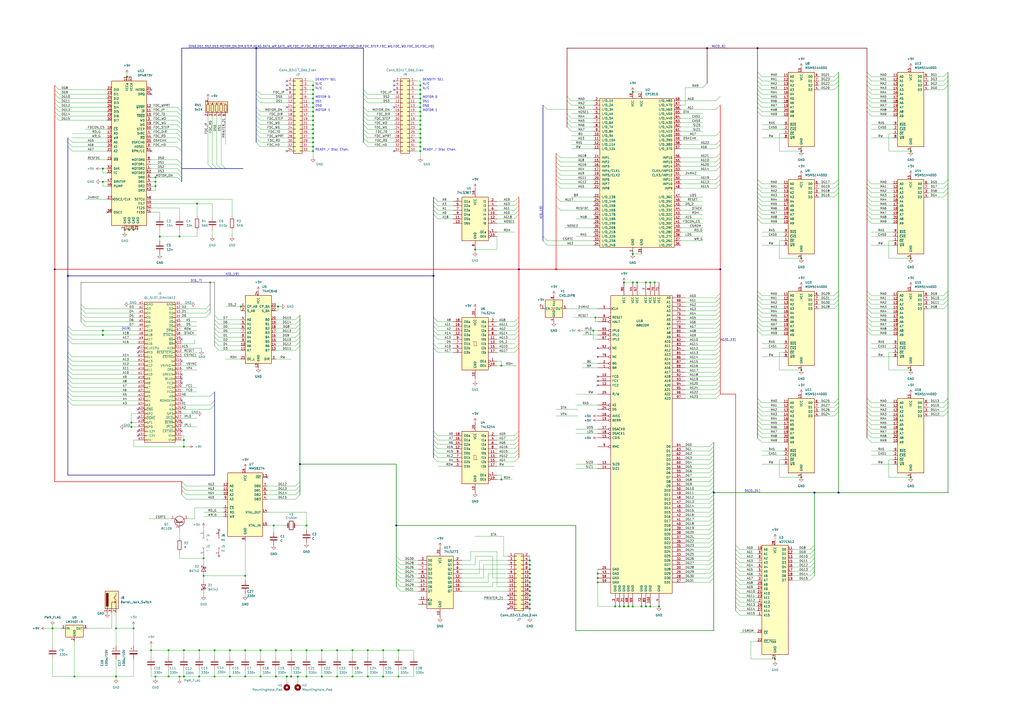
<source format=kicad_sch>
(kicad_sch (version 20250114) (generator "eeschema") (generator_version "9.0")
  (paper "A2")
  (title_block (title "Sinclair QL Super Gold Card") (date "2025-07-10") (rev "0.0") (company "Alvaro Alea Fernandez") (comment 1 "Based on pictures of internet") (comment 2 "Licensed under Cern OHL-S - https://ohwr.org/cern_ohl_s_v2.txt") (comment 3 "WARNING: INCOMPLETE = DO NOT WORK ="))
  (lib_symbols
    (symbol "74xx:74LS244" (pin_names (offset 1.016))
      (property "Reference" "U" (at -7.62 16.51 0))
      (property "Value" "74LS244" (at -7.62 -16.51 0))
      (symbol "74LS244_1_0"
        (pin input line (at -12.7 12.7 0) (length 5.08) (name "I0a") (number "2"))
        (pin input line (at -12.7 10.16 0) (length 5.08) (name "I1a") (number "4"))
        (pin input line (at -12.7 7.62 0) (length 5.08) (name "I2a") (number "6"))
        (pin input line (at -12.7 5.08 0) (length 5.08) (name "I3a") (number "8"))
        (pin input line (at -12.7 2.54 0) (length 5.08) (name "I0b") (number "11"))
        (pin input line (at -12.7 0 0) (length 5.08) (name "I1b") (number "13"))
        (pin input line (at -12.7 -2.54 0) (length 5.08) (name "I2b") (number "15"))
        (pin input line (at -12.7 -5.08 0) (length 5.08) (name "I3b") (number "17"))
        (pin input inverted (at -12.7 -10.16 0) (length 5.08) (name "OEa") (number "1"))
        (pin input inverted (at -12.7 -12.7 0) (length 5.08) (name "OEb") (number "19"))
        (pin power_in line (at 0 20.32 270) (length 5.08) (name "VCC") (number "20"))
        (pin power_in line (at 0 -20.32 90) (length 5.08) (name "GND") (number "10"))
        (pin tri_state line (at 12.7 12.7 180) (length 5.08) (name "O0a") (number "18"))
        (pin tri_state line (at 12.7 10.16 180) (length 5.08) (name "O1a") (number "16"))
        (pin tri_state line (at 12.7 7.62 180) (length 5.08) (name "O2a") (number "14"))
        (pin tri_state line (at 12.7 5.08 180) (length 5.08) (name "O3a") (number "12"))
        (pin tri_state line (at 12.7 2.54 180) (length 5.08) (name "O0b") (number "9"))
        (pin tri_state line (at 12.7 0 180) (length 5.08) (name "O1b") (number "7"))
        (pin tri_state line (at 12.7 -2.54 180) (length 5.08) (name "O2b") (number "5"))
        (pin tri_state line (at 12.7 -5.08 180) (length 5.08) (name "O3b") (number "3"))
      )
    )
    (symbol "74xx:74LS273"
      (property "Reference" "U" (at -7.62 16.51 0))
      (property "Value" "74LS273" (at -7.62 -16.51 0))
      (symbol "74LS273_1_0"
        (pin input line (at -12.7 12.7 0) (length 5.08) (name "D0") (number "3"))
        (pin input line (at -12.7 10.16 0) (length 5.08) (name "D1") (number "4"))
        (pin input line (at -12.7 7.62 0) (length 5.08) (name "D2") (number "7"))
        (pin input line (at -12.7 5.08 0) (length 5.08) (name "D3") (number "8"))
        (pin input line (at -12.7 2.54 0) (length 5.08) (name "D4") (number "13"))
        (pin input line (at -12.7 0 0) (length 5.08) (name "D5") (number "14"))
        (pin input line (at -12.7 -2.54 0) (length 5.08) (name "D6") (number "17"))
        (pin input line (at -12.7 -5.08 0) (length 5.08) (name "D7") (number "18"))
        (pin input clock (at -12.7 -10.16 0) (length 5.08) (name "Cp") (number "11"))
        (pin input line (at -12.7 -12.7 0) (length 5.08) (name "~{Mr}") (number "1"))
        (pin power_in line (at 0 20.32 270) (length 5.08) (name "VCC") (number "20"))
        (pin power_in line (at 0 -20.32 90) (length 5.08) (name "GND") (number "10"))
        (pin output line (at 12.7 12.7 180) (length 5.08) (name "Q0") (number "2"))
        (pin output line (at 12.7 10.16 180) (length 5.08) (name "Q1") (number "5"))
        (pin output line (at 12.7 7.62 180) (length 5.08) (name "Q2") (number "6"))
        (pin output line (at 12.7 5.08 180) (length 5.08) (name "Q3") (number "9"))
        (pin output line (at 12.7 2.54 180) (length 5.08) (name "Q4") (number "12"))
        (pin output line (at 12.7 0 180) (length 5.08) (name "Q5") (number "15"))
        (pin output line (at 12.7 -2.54 180) (length 5.08) (name "Q6") (number "16"))
        (pin output line (at 12.7 -5.08 180) (length 5.08) (name "Q7") (number "19"))
      )
    )
    (symbol "74xx:74LS367" (pin_names (offset 1.016))
      (property "Reference" "U" (at -7.62 13.97 0))
      (property "Value" "74LS367" (at -7.62 -13.97 0))
      (symbol "74LS367_1_0"
        (pin input line (at -12.7 10.16 0) (length 5.08) (name "I1") (number "2"))
        (pin input line (at -12.7 7.62 0) (length 5.08) (name "I2") (number "4"))
        (pin input line (at -12.7 5.08 0) (length 5.08) (name "I3") (number "6"))
        (pin input line (at -12.7 2.54 0) (length 5.08) (name "I4") (number "10"))
        (pin input line (at -12.7 0 0) (length 5.08) (name "I5") (number "12"))
        (pin input line (at -12.7 -2.54 0) (length 5.08) (name "I6") (number "14"))
        (pin input inverted (at -12.7 -7.62 0) (length 5.08) (name "OEa") (number "1"))
        (pin input inverted (at -12.7 -10.16 0) (length 5.08) (name "OEb") (number "15"))
        (pin power_in line (at 0 17.78 270) (length 5.08) (name "VCC") (number "16"))
        (pin power_in line (at 0 -17.78 90) (length 5.08) (name "GND") (number "8"))
        (pin tri_state line (at 12.7 10.16 180) (length 5.08) (name "O1a") (number "3"))
        (pin tri_state line (at 12.7 7.62 180) (length 5.08) (name "O2a") (number "5"))
        (pin tri_state line (at 12.7 5.08 180) (length 5.08) (name "O3a") (number "7"))
        (pin tri_state line (at 12.7 2.54 180) (length 5.08) (name "O4a") (number "9"))
        (pin tri_state line (at 12.7 0 180) (length 5.08) (name "O5b") (number "11"))
        (pin tri_state line (at 12.7 -2.54 180) (length 5.08) (name "O6b") (number "13"))
      )
    )
    (symbol "8bits:68020EC" (pin_names (offset 0.762))
      (property "Reference" "U2" (at 0 -20.32 0))
      (property "Value" "68020R" (at -2.54 -26.67 0))
      (symbol "68020EC_1_1"
        (pin input clock (at -25.4 52.07 0) (length 7.62) (name "CLK") (number "5"))
        (pin bidirectional inverted (at -25.4 46.99 0) (length 7.62) (name "RESET") (number "6"))
        (pin bidirectional inverted (at -25.4 44.45 0) (length 7.62) (name "HALT") (number "22"))
        (pin input inverted (at -25.4 39.37 0) (length 7.62) (name "IPL0") (number "65"))
        (pin input inverted (at -25.4 36.83 0) (length 7.62) (name "IPL1") (number "66"))
        (pin input inverted (at -25.4 34.29 0) (length 7.62) (name "IPL2") (number "67"))
        (pin no_connect inverted (at -25.4 29.21 0) (length 7.62) (name "NC") (number "52"))
        (pin no_connect inverted (at -25.4 24.13 0) (length 7.62) (name "NC") (number "79"))
        (pin output inverted (at -25.4 20.32 0) (length 7.62) (name "BG") (number "2"))
        (pin input inverted (at -25.4 17.78 0) (length 7.62) (name "BR") (number "1"))
        (pin unspecified line (at -25.4 12.7 0) (length 7.62) (name "FC0") (number "10"))
        (pin output line (at -25.4 10.16 0) (length 7.62) (name "FC1") (number "11"))
        (pin output line (at -25.4 7.62 0) (length 7.62) (name "FC2") (number "12"))
        (pin output line (at -25.4 2.54 0) (length 7.62) (name "R/W") (number "25"))
        (pin output inverted (at -25.4 -3.81 0) (length 7.62) (name "AS") (number "23"))
        (pin input inverted (at -25.4 -6.35 0) (length 7.62) (name "DS") (number "24"))
        (pin unspecified inverted (at -25.4 -10.16 0) (length 7.62) (name "AVEC") (number "16"))
        (pin input inverted (at -25.4 -12.7 0) (length 7.62) (name "BERR") (number "19"))
        (pin unspecified inverted (at -25.4 -17.78 0) (length 7.62) (name "DSACK0") (number "17"))
        (pin unspecified inverted (at -25.4 -20.32 0) (length 7.62) (name "DSACK1") (number "18"))
        (pin bidirectional inverted (at -25.4 -22.86 0) (length 7.62) (name "CDIS") (number "15"))
        (pin unspecified inverted (at -25.4 -27.94 0) (length 7.62) (name "RMC") (number "9"))
        (pin unspecified line (at -25.4 -38.1 0) (length 7.62) (name "SIZ0") (number "13"))
        (pin unspecified line (at -25.4 -40.64 0) (length 7.62) (name "SIZ1") (number "14"))
        (pin power_in line (at -25.4 -99.06 0) (length 7.62) (name "GND") (number "26"))
        (pin power_in line (at -25.4 -101.6 0) (length 7.62) (name "GND") (number "43"))
        (pin power_in line (at -25.4 -104.14 0) (length 7.62) (name "GND") (number "58"))
        (pin power_in line (at -25.4 -106.68 0) (length 7.62) (name "GND") (number "59"))
        (pin power_in line (at -15.24 -120.65 90) (length 7.62) (name "GND") (number "3"))
        (pin power_in line (at -12.7 -120.65 90) (length 7.62) (name "GND") (number "20"))
        (pin power_in line (at -10.16 67.31 270) (length 7.62) (name "VCC") (number "90"))
        (pin power_in line (at -10.16 -120.65 90) (length 7.62) (name "GND") (number "21"))
        (pin power_in line (at -7.62 -120.65 90) (length 7.62) (name "GND") (number "68"))
        (pin power_in line (at -5.08 67.31 270) (length 7.62) (name "VCC") (number "44"))
        (pin power_in line (at -5.08 -120.65 90) (length 7.62) (name "GND") (number "69"))
        (pin power_in line (at -2.54 67.31 270) (length 7.62) (name "VCC") (number "57"))
        (pin power_in line (at 0 -120.65 90) (length 7.62) (name "GND") (number "72"))
        (pin power_in line (at 2.54 67.31 270) (length 7.62) (name "VCC") (number "7"))
        (pin power_in line (at 2.54 -120.65 90) (length 7.62) (name "GND") (number "89"))
        (pin power_in line (at 5.08 67.31 270) (length 7.62) (name "VCC") (number "8"))
        (pin power_in line (at 5.08 -120.65 90) (length 7.62) (name "GND") (number "100"))
        (pin power_in line (at 7.62 67.31 270) (length 7.62) (name "VCC") (number "70"))
        (pin power_in line (at 10.16 67.31 270) (length 7.62) (name "VCC") (number "71"))
        (pin power_in line (at 10.16 -120.65 90) (length 7.62) (name "GND") (number "4"))
        (pin output line (at 25.4 58.42 180) (length 7.62) (name "A0") (number "99"))
        (pin output line (at 25.4 55.88 180) (length 7.62) (name "A1") (number "98"))
        (pin output line (at 25.4 53.34 180) (length 7.62) (name "A2") (number "73"))
        (pin output line (at 25.4 50.8 180) (length 7.62) (name "A3") (number "74"))
        (pin output line (at 25.4 48.26 180) (length 7.62) (name "A4") (number "75"))
        (pin output line (at 25.4 45.72 180) (length 7.62) (name "A5") (number "76"))
        (pin output line (at 25.4 43.18 180) (length 7.62) (name "A6") (number "77"))
        (pin output line (at 25.4 40.64 180) (length 7.62) (name "A7") (number "78"))
        (pin output line (at 25.4 38.1 180) (length 7.62) (name "A8") (number "80"))
        (pin output line (at 25.4 35.56 180) (length 7.62) (name "A9") (number "81"))
        (pin output line (at 25.4 33.02 180) (length 7.62) (name "A10") (number "82"))
        (pin output line (at 25.4 30.48 180) (length 7.62) (name "A11") (number "83"))
        (pin output line (at 25.4 27.94 180) (length 7.62) (name "A12") (number "84"))
        (pin output line (at 25.4 25.4 180) (length 7.62) (name "A13") (number "85"))
        (pin output line (at 25.4 22.86 180) (length 7.62) (name "A14") (number "86"))
        (pin output line (at 25.4 20.32 180) (length 7.62) (name "A15") (number "87"))
        (pin output line (at 25.4 17.78 180) (length 7.62) (name "A16") (number "88"))
        (pin output line (at 25.4 15.24 180) (length 7.62) (name "A17") (number "91"))
        (pin output line (at 25.4 12.7 180) (length 7.62) (name "A18") (number "92"))
        (pin output line (at 25.4 10.16 180) (length 7.62) (name "A19") (number "93"))
        (pin output line (at 25.4 7.62 180) (length 7.62) (name "A20") (number "94"))
        (pin output line (at 25.4 5.08 180) (length 7.62) (name "A21") (number "95"))
        (pin output line (at 25.4 2.54 180) (length 7.62) (name "A22") (number "96"))
        (pin output line (at 25.4 0 180) (length 7.62) (name "A23") (number "97"))
        (pin bidirectional line (at 25.4 -27.94 180) (length 7.62) (name "D0") (number "64"))
        (pin bidirectional line (at 25.4 -30.48 180) (length 7.62) (name "D1") (number "63"))
        (pin bidirectional line (at 25.4 -33.02 180) (length 7.62) (name "D2") (number "62"))
        (pin bidirectional line (at 25.4 -35.56 180) (length 7.62) (name "D3") (number "61"))
        (pin bidirectional line (at 25.4 -38.1 180) (length 7.62) (name "D4") (number "60"))
        (pin bidirectional line (at 25.4 -40.64 180) (length 7.62) (name "D5") (number "56"))
        (pin bidirectional line (at 25.4 -43.18 180) (length 7.62) (name "D6") (number "55"))
        (pin bidirectional line (at 25.4 -45.72 180) (length 7.62) (name "D7") (number "54"))
        (pin bidirectional line (at 25.4 -48.26 180) (length 7.62) (name "D8") (number "53"))
        (pin bidirectional line (at 25.4 -50.8 180) (length 7.62) (name "D9") (number "51"))
        (pin bidirectional line (at 25.4 -53.34 180) (length 7.62) (name "D10") (number "50"))
        (pin bidirectional line (at 25.4 -55.88 180) (length 7.62) (name "D11") (number "49"))
        (pin bidirectional line (at 25.4 -58.42 180) (length 7.62) (name "D12") (number "48"))
        (pin bidirectional line (at 25.4 -60.96 180) (length 7.62) (name "D13") (number "47"))
        (pin bidirectional line (at 25.4 -63.5 180) (length 7.62) (name "D14") (number "46"))
        (pin bidirectional line (at 25.4 -66.04 180) (length 7.62) (name "D15") (number "45"))
        (pin bidirectional line (at 25.4 -68.58 180) (length 7.62) (name "D16") (number "42"))
        (pin bidirectional line (at 25.4 -71.12 180) (length 7.62) (name "D17") (number "41"))
        (pin bidirectional line (at 25.4 -73.66 180) (length 7.62) (name "D18") (number "40"))
        (pin bidirectional line (at 25.4 -76.2 180) (length 7.62) (name "D19") (number "39"))
        (pin bidirectional line (at 25.4 -78.74 180) (length 7.62) (name "D20") (number "38"))
        (pin bidirectional line (at 25.4 -81.28 180) (length 7.62) (name "D21") (number "37"))
        (pin bidirectional line (at 25.4 -83.82 180) (length 7.62) (name "D22") (number "36"))
        (pin bidirectional line (at 25.4 -86.36 180) (length 7.62) (name "D23") (number "35"))
        (pin bidirectional line (at 25.4 -88.9 180) (length 7.62) (name "D24") (number "34"))
        (pin bidirectional line (at 25.4 -91.44 180) (length 7.62) (name "D25") (number "33"))
        (pin bidirectional line (at 25.4 -93.98 180) (length 7.62) (name "D26") (number "32"))
        (pin bidirectional line (at 25.4 -96.52 180) (length 7.62) (name "D27") (number "31"))
        (pin bidirectional line (at 25.4 -99.06 180) (length 7.62) (name "D28") (number "30"))
        (pin bidirectional line (at 25.4 -101.6 180) (length 7.62) (name "D29") (number "29"))
        (pin bidirectional line (at 25.4 -104.14 180) (length 7.62) (name "D30") (number "28"))
        (pin bidirectional line (at 25.4 -106.68 180) (length 7.62) (name "D31") (number "27"))
      )
    )
    (symbol "8bits:DP8473V" (pin_names (offset 1.016))
      (property "Reference" "U" (at 4.826 31.242 0))
      (property "Value" "DP4873V" (at 4.826 28.702 0))
      (symbol "DP8473V_1_1"
        (pin tri_state line (at -12.7 20.32 0) (length 2.54) (name "DI0") (number "22"))
        (pin tri_state line (at -12.7 17.78 0) (length 2.54) (name "DI1") (number "23"))
        (pin tri_state line (at -12.7 15.24 0) (length 2.54) (name "DI2") (number "24"))
        (pin tri_state line (at -12.7 12.7 0) (length 2.54) (name "DI3") (number "25"))
        (pin tri_state line (at -12.7 10.16 0) (length 2.54) (name "DI4") (number "26"))
        (pin tri_state line (at -12.7 7.62 0) (length 2.54) (name "DI5") (number "28"))
        (pin tri_state line (at -12.7 5.08 0) (length 2.54) (name "DI6") (number "29"))
        (pin tri_state line (at -12.7 2.54 0) (length 2.54) (name "DI7") (number "30"))
        (pin input line (at -12.7 -2.54 0) (length 2.54) (name "~{CS}") (number "18"))
        (pin input line (at -12.7 -5.08 0) (length 2.54) (name "RD") (number "17"))
        (pin input line (at -12.7 -7.62 0) (length 2.54) (name "WR") (number "16"))
        (pin input line (at -12.7 -10.16 0) (length 2.54) (name "A0") (number "19"))
        (pin input line (at -12.7 -12.7 0) (length 2.54) (name "A1") (number "20"))
        (pin input line (at -12.7 -15.24 0) (length 2.54) (name "A2") (number "21"))
        (pin input line (at -12.7 -20.32 0) (length 2.54) (name "~{MR}") (number "15"))
        (pin input line (at -12.7 -25.4 0) (length 2.54) (name "DAK") (number "32"))
        (pin input line (at -12.7 -27.94 0) (length 2.54) (name "TC") (number "33"))
        (pin input line (at -12.7 -33.02 0) (length 2.54) (name "DRVTYP") (number "47"))
        (pin input line (at -12.7 -35.56 0) (length 2.54) (name "PUMP") (number "46"))
        (pin input clock (at -12.7 -43.18 0) (length 2.54) (name "OSC2/CLK") (number "37"))
        (pin input line (at -12.7 -50.8 0) (length 2.54) (name "OSC1") (number "38"))
        (pin power_in line (at -2.54 -60.96 90) (length 2.54) (name "GND") (number "2"))
        (pin power_in line (at -1.27 27.94 270) (length 2.54) (name "VCCa") (number "13"))
        (pin power_in line (at 0 -60.96 90) (length 2.54) (name "GND") (number "27"))
        (pin power_in line (at 1.27 27.94 270) (length 2.54) (name "VCCd") (number "14"))
        (pin power_in line (at 2.54 -60.96 90) (length 2.54) (name "GND") (number "36"))
        (pin power_in line (at 5.08 -60.96 90) (length 2.54) (name "GND") (number "39"))
        (pin input line (at 12.7 20.32 180) (length 2.54) (name "INTRQ") (number "34"))
        (pin output line (at 12.7 17.78 180) (length 2.54) (name "DRQ") (number "31"))
        (pin input line (at 12.7 10.16 180) (length 2.54) (name "~{WPRT}") (number "12"))
        (pin input line (at 12.7 7.62 180) (length 2.54) (name "~{IP}") (number "11"))
        (pin input line (at 12.7 5.08 180) (length 2.54) (name "~{TR00}") (number "10"))
        (pin output line (at 12.7 2.54 180) (length 2.54) (name "WD") (number "3"))
        (pin output line (at 12.7 0 180) (length 2.54) (name "WG") (number "49"))
        (pin output line (at 12.7 -2.54 180) (length 2.54) (name "STEP") (number "50"))
        (pin output line (at 12.7 -5.08 180) (length 2.54) (name "DIRC") (number "4"))
        (pin input line (at 12.7 -7.62 180) (length 2.54) (name "~{RD}") (number "44"))
        (pin output line (at 12.7 -10.16 180) (length 2.54) (name "DSKCHG") (number "35"))
        (pin input line (at 12.7 -12.7 180) (length 2.54) (name "HDSEL") (number "9"))
        (pin input line (at 12.7 -15.24 180) (length 2.54) (name "RPM/LC") (number "51"))
        (pin output line (at 12.7 -20.32 180) (length 2.54) (name "MOTOR0") (number "8"))
        (pin output line (at 12.7 -22.86 180) (length 2.54) (name "MOTOR1") (number "7"))
        (pin output line (at 12.7 -25.4 180) (length 2.54) (name "MOTOR2") (number "1"))
        (pin output line (at 12.7 -27.94 180) (length 2.54) (name "MOTOR3") (number "52"))
        (pin output line (at 12.7 -30.48 180) (length 2.54) (name "DR0") (number "6"))
        (pin output line (at 12.7 -33.02 180) (length 2.54) (name "DR1") (number "5"))
        (pin output line (at 12.7 -35.56 180) (length 2.54) (name "DR2") (number "45"))
        (pin output line (at 12.7 -38.1 180) (length 2.54) (name "DR3") (number "43"))
        (pin input line (at 12.7 -43.18 180) (length 2.54) (name "SETCU") (number "48"))
        (pin input line (at 12.7 -45.72 180) (length 2.54) (name "FILT") (number "40"))
        (pin input line (at 12.7 -48.26 180) (length 2.54) (name "FE25") (number "42"))
        (pin input line (at 12.7 -50.8 180) (length 2.54) (name "FE50") (number "41"))
      )
    )
    (symbol "Connector:Barrel_Jack_Switch" (pin_names (hide yes))
      (property "Reference" "J" (at 0 5.334 0))
      (property "Value" "Barrel_Jack_Switch" (at 0 -5.08 0))
      (symbol "Barrel_Jack_Switch_1_1"
        (pin passive line (at 7.62 2.54 180) (length 2.54) (name "~") (number "1"))
        (pin passive line (at 7.62 0 180) (length 2.54) (name "~") (number "3"))
        (pin passive line (at 7.62 -2.54 180) (length 2.54) (name "~") (number "2"))
      )
    )
    (symbol "Connector_Generic:Conn_02x13_Odd_Even" (pin_names (offset 1.016) (hide yes))
      (property "Reference" "J" (at 1.27 17.78 0))
      (property "Value" "Conn_02x13_Odd_Even" (at 1.27 -17.78 0))
      (symbol "Conn_02x13_Odd_Even_1_1"
        (pin passive line (at -5.08 15.24 0) (length 3.81) (name "Pin_1") (number "1"))
        (pin passive line (at -5.08 12.7 0) (length 3.81) (name "Pin_3") (number "3"))
        (pin passive line (at -5.08 10.16 0) (length 3.81) (name "Pin_5") (number "5"))
        (pin passive line (at -5.08 7.62 0) (length 3.81) (name "Pin_7") (number "7"))
        (pin passive line (at -5.08 5.08 0) (length 3.81) (name "Pin_9") (number "9"))
        (pin passive line (at -5.08 2.54 0) (length 3.81) (name "Pin_11") (number "11"))
        (pin passive line (at -5.08 0 0) (length 3.81) (name "Pin_13") (number "13"))
        (pin passive line (at -5.08 -2.54 0) (length 3.81) (name "Pin_15") (number "15"))
        (pin passive line (at -5.08 -5.08 0) (length 3.81) (name "Pin_17") (number "17"))
        (pin passive line (at -5.08 -7.62 0) (length 3.81) (name "Pin_19") (number "19"))
        (pin passive line (at -5.08 -10.16 0) (length 3.81) (name "Pin_21") (number "21"))
        (pin passive line (at -5.08 -12.7 0) (length 3.81) (name "Pin_23") (number "23"))
        (pin passive line (at -5.08 -15.24 0) (length 3.81) (name "Pin_25") (number "25"))
        (pin passive line (at 7.62 15.24 180) (length 3.81) (name "Pin_2") (number "2"))
        (pin passive line (at 7.62 12.7 180) (length 3.81) (name "Pin_4") (number "4"))
        (pin passive line (at 7.62 10.16 180) (length 3.81) (name "Pin_6") (number "6"))
        (pin passive line (at 7.62 7.62 180) (length 3.81) (name "Pin_8") (number "8"))
        (pin passive line (at 7.62 5.08 180) (length 3.81) (name "Pin_10") (number "10"))
        (pin passive line (at 7.62 2.54 180) (length 3.81) (name "Pin_12") (number "12"))
        (pin passive line (at 7.62 0 180) (length 3.81) (name "Pin_14") (number "14"))
        (pin passive line (at 7.62 -2.54 180) (length 3.81) (name "Pin_16") (number "16"))
        (pin passive line (at 7.62 -5.08 180) (length 3.81) (name "Pin_18") (number "18"))
        (pin passive line (at 7.62 -7.62 180) (length 3.81) (name "Pin_20") (number "20"))
        (pin passive line (at 7.62 -10.16 180) (length 3.81) (name "Pin_22") (number "22"))
        (pin passive line (at 7.62 -12.7 180) (length 3.81) (name "Pin_24") (number "24"))
        (pin passive line (at 7.62 -15.24 180) (length 3.81) (name "Pin_26") (number "26"))
      )
    )
    (symbol "Device:R_Network05" (pin_names (offset 0) (hide yes))
      (property "Reference" "RN" (at -7.62 0 90))
      (property "Value" "R_Network05" (at 7.62 0 90))
      (symbol "R_Network05_1_1"
        (pin passive line (at -5.08 5.08 270) (length 2.54) (name "common") (number "1"))
        (pin passive line (at -5.08 -5.08 90) (length 1.27) (name "R1") (number "2"))
        (pin passive line (at -2.54 -5.08 90) (length 1.27) (name "R2") (number "3"))
        (pin passive line (at 0 -5.08 90) (length 1.27) (name "R3") (number "4"))
        (pin passive line (at 2.54 -5.08 90) (length 1.27) (name "R4") (number "5"))
        (pin passive line (at 5.08 -5.08 90) (length 1.27) (name "R5") (number "6"))
      )
    )
    (symbol "GoldCard_Library:+5V" (power) (pin_names (offset 0))
      (property "Value" "+5V" (at 0 3.556 0))
      (symbol "+5V_1_1"
        (pin power_in line (at 0 0 90) (length 0) (hide yes) (name "+5V") (number "1"))
      )
    )
    (symbol "GoldCard_Library:+9V" (power) (pin_names (offset 0))
      (property "Value" "+9V" (at 0 3.556 0))
      (symbol "+9V_1_1"
        (pin power_in line (at 0 0 90) (length 0) (hide yes) (name "+9V") (number "1"))
      )
    )
    (symbol "GoldCard_Library:74HC646" (pin_names (offset 1.016))
      (property "Reference" "U" (at 6.35 20.32 0))
      (property "Value" "74HC646" (at 5.08 -33.02 0))
      (symbol "74HC646_1_1"
        (pin input line (at -10.16 12.7 0) (length 2.54) (name "CP_AB") (number "1"))
        (pin input line (at -10.16 10.16 0) (length 2.54) (name "S_AB") (number "2"))
        (pin tri_state line (at -10.16 5.08 0) (length 2.54) (name "A0") (number "4"))
        (pin tri_state line (at -10.16 2.54 0) (length 2.54) (name "A1") (number "5"))
        (pin tri_state line (at -10.16 0 0) (length 2.54) (name "A2") (number "6"))
        (pin tri_state line (at -10.16 -2.54 0) (length 2.54) (name "A3") (number "7"))
        (pin tri_state line (at -10.16 -5.08 0) (length 2.54) (name "A4") (number "8"))
        (pin tri_state line (at -10.16 -7.62 0) (length 2.54) (name "A5") (number "9"))
        (pin tri_state line (at -10.16 -10.16 0) (length 2.54) (name "A6") (number "10"))
        (pin tri_state line (at -10.16 -12.7 0) (length 2.54) (name "A7") (number "11"))
        (pin input line (at -10.16 -17.78 0) (length 2.54) (name "OE_L") (number "21"))
        (pin power_in line (at 0 21.59 270) (length 2.54) (name "VCC") (number "24"))
        (pin power_in line (at 0 -22.86 90) (length 2.54) (name "GND") (number "12"))
        (pin input line (at 10.16 12.7 180) (length 2.54) (name "CP_BA") (number "23"))
        (pin input line (at 10.16 10.16 180) (length 2.54) (name "S_BA") (number "22"))
        (pin tri_state line (at 10.16 5.08 180) (length 2.54) (name "B0") (number "20"))
        (pin tri_state line (at 10.16 2.54 180) (length 2.54) (name "B1") (number "19"))
        (pin tri_state line (at 10.16 0 180) (length 2.54) (name "B2") (number "18"))
        (pin tri_state line (at 10.16 -2.54 180) (length 2.54) (name "B3") (number "17"))
        (pin tri_state line (at 10.16 -5.08 180) (length 2.54) (name "B4") (number "16"))
        (pin tri_state line (at 10.16 -7.62 180) (length 2.54) (name "B5") (number "15"))
        (pin tri_state line (at 10.16 -10.16 180) (length 2.54) (name "B6") (number "14"))
        (pin tri_state line (at 10.16 -12.7 180) (length 2.54) (name "B7") (number "13"))
        (pin input line (at 10.16 -17.78 180) (length 2.54) (name "DIR") (number "3"))
      )
    )
    (symbol "GoldCard_Library:BAT42" (pin_numbers (hide yes)) (pin_names (offset 1.016) (hide yes))
      (property "Reference" "D" (at 0 2.54 0))
      (property "Value" "BAT42" (at 0 -2.54 0))
      (symbol "BAT42_1_1"
        (pin passive line (at -3.81 0 0) (length 2.54) (name "K") (number "1"))
        (pin passive line (at 3.81 0 180) (length 2.54) (name "A") (number "2"))
      )
    )
    (symbol "GoldCard_Library:BC109" (pin_names (offset 0) (hide yes))
      (property "Reference" "Q" (at 5.08 1.905 0))
      (property "Value" "BC109" (at 5.08 0 0))
      (symbol "BC109_1_1"
        (pin input line (at -5.08 0 0) (length 5.715) (name "B") (number "2"))
        (pin passive line (at 2.54 5.08 270) (length 2.54) (name "C") (number "3"))
        (pin passive line (at 2.54 -5.08 90) (length 2.54) (name "E") (number "1"))
      )
    )
    (symbol "GoldCard_Library:C" (pin_numbers (hide yes)) (pin_names (offset 0.254))
      (property "Reference" "C" (at 0.635 2.54 0))
      (property "Value" "C" (at 0.635 -2.54 0))
      (symbol "C_1_1"
        (pin passive line (at 0 3.81 270) (length 2.794) (name "~") (number "1"))
        (pin passive line (at 0 -3.81 90) (length 2.794) (name "~") (number "2"))
      )
    )
    (symbol "GoldCard_Library:CXO_DIP8" (pin_names (offset 0.254))
      (property "Reference" "X" (at -5.08 6.35 0))
      (property "Value" "CXO_DIP8" (at 1.27 -6.35 0))
      (symbol "CXO_DIP8_1_1"
        (pin input line (at -7.62 0 0) (length 2.54) (name "EN") (number "1"))
        (pin power_in line (at 0 7.62 270) (length 2.54) (name "Vcc") (number "8"))
        (pin power_in line (at 0 -7.62 90) (length 2.54) (name "GND") (number "4"))
        (pin output line (at 7.62 0 180) (length 2.54) (name "OUT") (number "5"))
      )
    )
    (symbol "GoldCard_Library:C_Polarized" (pin_numbers (hide yes)) (pin_names (offset 0.254))
      (property "Reference" "C" (at 0.635 2.54 0))
      (property "Value" "C_Polarized" (at 0.635 -2.54 0))
      (symbol "C_Polarized_1_1"
        (pin passive line (at 0 3.81 270) (length 2.794) (name "~") (number "1"))
        (pin passive line (at 0 -3.81 90) (length 2.794) (name "~") (number "2"))
      )
    )
    (symbol "GoldCard_Library:Conn_01x01_Socket" (pin_names (offset 1.016) (hide yes))
      (property "Reference" "J" (at 0 2.54 0))
      (property "Value" "Conn_01x01_Socket" (at 0 -2.54 0))
      (symbol "Conn_01x01_Socket_1_1"
        (pin passive line (at -5.08 0 0) (length 3.81) (name "Pin_1") (number "1"))
      )
    )
    (symbol "GoldCard_Library:Conn_02x17_Odd_Even" (pin_names (offset 1.016) (hide yes))
      (property "Reference" "J" (at 1.27 22.86 0))
      (property "Value" "Conn_02x17_Odd_Even" (at 1.27 -22.86 0))
      (symbol "Conn_02x17_Odd_Even_1_1"
        (pin passive line (at -5.08 20.32 0) (length 3.81) (name "Pin_1") (number "1"))
        (pin passive line (at -5.08 17.78 0) (length 3.81) (name "Pin_3") (number "3"))
        (pin passive line (at -5.08 15.24 0) (length 3.81) (name "Pin_5") (number "5"))
        (pin passive line (at -5.08 12.7 0) (length 3.81) (name "Pin_7") (number "7"))
        (pin passive line (at -5.08 10.16 0) (length 3.81) (name "Pin_9") (number "9"))
        (pin passive line (at -5.08 7.62 0) (length 3.81) (name "Pin_11") (number "11"))
        (pin passive line (at -5.08 5.08 0) (length 3.81) (name "Pin_13") (number "13"))
        (pin passive line (at -5.08 2.54 0) (length 3.81) (name "Pin_15") (number "15"))
        (pin passive line (at -5.08 0 0) (length 3.81) (name "Pin_17") (number "17"))
        (pin passive line (at -5.08 -2.54 0) (length 3.81) (name "Pin_19") (number "19"))
        (pin passive line (at -5.08 -5.08 0) (length 3.81) (name "Pin_21") (number "21"))
        (pin passive line (at -5.08 -7.62 0) (length 3.81) (name "Pin_23") (number "23"))
        (pin passive line (at -5.08 -10.16 0) (length 3.81) (name "Pin_25") (number "25"))
        (pin passive line (at -5.08 -12.7 0) (length 3.81) (name "Pin_27") (number "27"))
        (pin passive line (at -5.08 -15.24 0) (length 3.81) (name "Pin_29") (number "29"))
        (pin passive line (at -5.08 -17.78 0) (length 3.81) (name "Pin_31") (number "31"))
        (pin passive line (at -5.08 -20.32 0) (length 3.81) (name "Pin_33") (number "33"))
        (pin passive line (at 7.62 20.32 180) (length 3.81) (name "Pin_2") (number "2"))
        (pin passive line (at 7.62 17.78 180) (length 3.81) (name "Pin_4") (number "4"))
        (pin passive line (at 7.62 15.24 180) (length 3.81) (name "Pin_6") (number "6"))
        (pin passive line (at 7.62 12.7 180) (length 3.81) (name "Pin_8") (number "8"))
        (pin passive line (at 7.62 10.16 180) (length 3.81) (name "Pin_10") (number "10"))
        (pin passive line (at 7.62 7.62 180) (length 3.81) (name "Pin_12") (number "12"))
        (pin passive line (at 7.62 5.08 180) (length 3.81) (name "Pin_14") (number "14"))
        (pin passive line (at 7.62 2.54 180) (length 3.81) (name "Pin_16") (number "16"))
        (pin passive line (at 7.62 0 180) (length 3.81) (name "Pin_18") (number "18"))
        (pin passive line (at 7.62 -2.54 180) (length 3.81) (name "Pin_20") (number "20"))
        (pin passive line (at 7.62 -5.08 180) (length 3.81) (name "Pin_22") (number "22"))
        (pin passive line (at 7.62 -7.62 180) (length 3.81) (name "Pin_24") (number "24"))
        (pin passive line (at 7.62 -10.16 180) (length 3.81) (name "Pin_26") (number "26"))
        (pin passive line (at 7.62 -12.7 180) (length 3.81) (name "Pin_28") (number "28"))
        (pin passive line (at 7.62 -15.24 180) (length 3.81) (name "Pin_30") (number "30"))
        (pin passive line (at 7.62 -17.78 180) (length 3.81) (name "Pin_32") (number "32"))
        (pin passive line (at 7.62 -20.32 180) (length 3.81) (name "Pin_34") (number "34"))
      )
    )
    (symbol "GoldCard_Library:Crystal" (pin_numbers (hide yes)) (pin_names (offset 1.016) (hide yes))
      (property "Reference" "Y" (at 0 3.81 0))
      (property "Value" "Crystal" (at 0 -3.81 0))
      (symbol "Crystal_1_1"
        (pin passive line (at -3.81 0 0) (length 1.27) (name "1") (number "1"))
        (pin passive line (at 3.81 0 180) (length 1.27) (name "2") (number "2"))
      )
    )
    (symbol "GoldCard_Library:EP1810" (pin_names (offset 1.016))
      (property "Reference" "U" (at -5.08 47.625 0))
      (property "Value" "EP1810" (at -5.08 45.72 0))
      (symbol "EP1810_1_1"
        (pin input line (at -25.4 43.18 0) (length 3.81) (name "I/O_1A") (number "2"))
        (pin input line (at -25.4 40.64 0) (length 3.81) (name "I/O_2A") (number "3"))
        (pin input line (at -25.4 38.1 0) (length 3.81) (name "I/O_3A") (number "4"))
        (pin input line (at -25.4 35.56 0) (length 3.81) (name "I/O_4A") (number "5"))
        (pin input line (at -25.4 33.02 0) (length 3.81) (name "I/O_5A") (number "6"))
        (pin input line (at -25.4 30.48 0) (length 3.81) (name "I/O_6A") (number "7"))
        (pin input line (at -25.4 27.94 0) (length 3.81) (name "I/O_7A") (number "8"))
        (pin input line (at -25.4 25.4 0) (length 3.81) (name "I/O_8A") (number "9"))
        (pin input line (at -25.4 22.86 0) (length 3.81) (name "I/O_9A") (number "10"))
        (pin input line (at -25.4 20.32 0) (length 3.81) (name "I/O_10A") (number "11"))
        (pin input line (at -25.4 17.78 0) (length 3.81) (name "I/O_11A") (number "12"))
        (pin input line (at -25.4 15.24 0) (length 3.81) (name "I/O_12A") (number "13"))
        (pin input line (at -25.4 10.16 0) (length 3.81) (name "INP1") (number "14"))
        (pin input line (at -25.4 7.62 0) (length 3.81) (name "INP2") (number "15"))
        (pin input line (at -25.4 5.08 0) (length 3.81) (name "INP3") (number "16"))
        (pin input line (at -25.4 2.54 0) (length 3.81) (name "INP4/CLK1") (number "17"))
        (pin input line (at -25.4 0 0) (length 3.81) (name "INP5/CLK2") (number "19"))
        (pin input line (at -25.4 -2.54 0) (length 3.81) (name "INP6") (number "20"))
        (pin input line (at -25.4 -5.08 0) (length 3.81) (name "INP7") (number "21"))
        (pin input line (at -25.4 -7.62 0) (length 3.81) (name "INP8") (number "22"))
        (pin input line (at -25.4 -12.7 0) (length 3.81) (name "I/O_13B") (number "23"))
        (pin input line (at -25.4 -15.24 0) (length 3.81) (name "I/O_14B") (number "24"))
        (pin input line (at -25.4 -17.78 0) (length 3.81) (name "I/O_15B") (number "25"))
        (pin input line (at -25.4 -20.32 0) (length 3.81) (name "I/O_16B") (number "26"))
        (pin input line (at -25.4 -22.86 0) (length 3.81) (name "I/O_17B") (number "27"))
        (pin input line (at -25.4 -25.4 0) (length 3.81) (name "I/O_18B") (number "28"))
        (pin input line (at -25.4 -27.94 0) (length 3.81) (name "I/O_19B") (number "29"))
        (pin input line (at -25.4 -30.48 0) (length 3.81) (name "I/O_20B") (number "30"))
        (pin input line (at -25.4 -33.02 0) (length 3.81) (name "I/O_21B") (number "31"))
        (pin input line (at -25.4 -35.56 0) (length 3.81) (name "I/O_22B") (number "32"))
        (pin input line (at -25.4 -38.1 0) (length 3.81) (name "I/O_23B") (number "33"))
        (pin input line (at -25.4 -40.64 0) (length 3.81) (name "I/O_24B") (number "34"))
        (pin power_in line (at -2.54 48.26 270) (length 3.81) (name "VCC") (number "18"))
        (pin power_in line (at -2.54 -45.72 90) (length 3.81) (name "GND") (number "1"))
        (pin power_in line (at 2.54 48.26 270) (length 3.81) (name "VCC") (number "52"))
        (pin power_in line (at 2.54 -45.72 90) (length 3.81) (name "GND") (number "35"))
        (pin input line (at 25.4 43.18 180) (length 3.81) (name "I/O_48D") (number "68"))
        (pin input line (at 25.4 40.64 180) (length 3.81) (name "I/O_47D") (number "67"))
        (pin input line (at 25.4 38.1 180) (length 3.81) (name "I/O_46D") (number "66"))
        (pin input line (at 25.4 35.56 180) (length 3.81) (name "I/O_45D") (number "65"))
        (pin input line (at 25.4 33.02 180) (length 3.81) (name "I/O_44D") (number "64"))
        (pin input line (at 25.4 30.48 180) (length 3.81) (name "I/O_43D") (number "63"))
        (pin input line (at 25.4 27.94 180) (length 3.81) (name "I/O_42D") (number "62"))
        (pin input line (at 25.4 25.4 180) (length 3.81) (name "I/O_41D") (number "61"))
        (pin input line (at 25.4 22.86 180) (length 3.81) (name "I/O_40D") (number "60"))
        (pin input line (at 25.4 20.32 180) (length 3.81) (name "I/O_39D") (number "59"))
        (pin input line (at 25.4 17.78 180) (length 3.81) (name "I/O_38D") (number "58"))
        (pin input line (at 25.4 15.24 180) (length 3.81) (name "I/O_37D") (number "57"))
        (pin input line (at 25.4 10.16 180) (length 3.81) (name "INP16") (number "56"))
        (pin input line (at 25.4 7.62 180) (length 3.81) (name "INP15") (number "55"))
        (pin input line (at 25.4 5.08 180) (length 3.81) (name "INP14") (number "54"))
        (pin input line (at 25.4 2.54 180) (length 3.81) (name "CLK4/INP13") (number "53"))
        (pin input line (at 25.4 0 180) (length 3.81) (name "CLK3/INP12") (number "51"))
        (pin input line (at 25.4 -2.54 180) (length 3.81) (name "INP11") (number "50"))
        (pin input line (at 25.4 -5.08 180) (length 3.81) (name "INP10") (number "49"))
        (pin input line (at 25.4 -7.62 180) (length 3.81) (name "INP9") (number "48"))
        (pin input line (at 25.4 -12.7 180) (length 3.81) (name "I/O_36C") (number "47"))
        (pin input line (at 25.4 -15.24 180) (length 3.81) (name "I/O_35C") (number "46"))
        (pin input line (at 25.4 -17.78 180) (length 3.81) (name "I/O_34C") (number "45"))
        (pin input line (at 25.4 -20.32 180) (length 3.81) (name "I/O_33C") (number "44"))
        (pin input line (at 25.4 -22.86 180) (length 3.81) (name "I/O_32C") (number "43"))
        (pin input line (at 25.4 -25.4 180) (length 3.81) (name "I/O_31C") (number "42"))
        (pin input line (at 25.4 -27.94 180) (length 3.81) (name "I/O_30C") (number "41"))
        (pin input line (at 25.4 -30.48 180) (length 3.81) (name "I/O_29C") (number "40"))
        (pin input line (at 25.4 -33.02 180) (length 3.81) (name "I/O_28C") (number "39"))
        (pin input line (at 25.4 -35.56 180) (length 3.81) (name "I/O_27C") (number "38"))
        (pin input line (at 25.4 -38.1 180) (length 3.81) (name "I/O_26C") (number "37"))
        (pin input line (at 25.4 -40.64 180) (length 3.81) (name "I/O_25C") (number "36"))
      )
    )
    (symbol "GoldCard_Library:GND" (power) (pin_names (offset 0))
      (property "Value" "GND" (at 0 -3.81 0))
      (symbol "GND_1_1"
        (pin power_in line (at 0 0 270) (length 0) (hide yes) (name "GND") (number "1"))
      )
    )
    (symbol "GoldCard_Library:L7805" (pin_names (offset 0.254))
      (property "Reference" "U" (at -3.81 3.175 0))
      (property "Value" "L7805" (at 0 3.175 0))
      (symbol "L7805_1_1"
        (pin power_in line (at -7.62 0 0) (length 2.54) (name "IN") (number "1"))
        (pin power_in line (at 0 -7.62 90) (length 2.54) (name "GND") (number "2"))
        (pin power_out line (at 7.62 0 180) (length 2.54) (name "OUT") (number "3"))
      )
    )
    (symbol "GoldCard_Library:MM58274" (pin_names (offset 1.016))
      (property "Reference" "U" (at -8.89 19.05 0))
      (property "Value" "MM58274" (at 8.382 19.304 0))
      (symbol "MM58274_1_1"
        (pin input line (at -12.7 10.16 0) (length 2.54) (name "A0") (number "12"))
        (pin input line (at -12.7 7.62 0) (length 2.54) (name "A1") (number "11"))
        (pin input line (at -12.7 5.08 0) (length 2.54) (name "A2") (number "10"))
        (pin input line (at -12.7 2.54 0) (length 2.54) (name "A3") (number "9"))
        (pin input line (at -12.7 -2.54 0) (length 2.54) (name "~{CS}") (number "1"))
        (pin input line (at -12.7 -5.08 0) (length 2.54) (name "RD") (number "2"))
        (pin input line (at -12.7 -7.62 0) (length 2.54) (name "WR") (number "3"))
        (pin power_in line (at 0 20.32 270) (length 2.54) (name "VCC") (number "16"))
        (pin power_in line (at 0 -21.59 90) (length 2.54) (name "GND") (number "8"))
        (pin input line (at 12.7 15.24 180) (length 2.54) (name "~{INT}") (number "13"))
        (pin tri_state line (at 12.7 10.16 180) (length 2.54) (name "DB0") (number "7"))
        (pin tri_state line (at 12.7 7.62 180) (length 2.54) (name "DB1") (number "6"))
        (pin tri_state line (at 12.7 5.08 180) (length 2.54) (name "DB2") (number "5"))
        (pin tri_state line (at 12.7 2.54 180) (length 2.54) (name "DB3") (number "4"))
        (pin input line (at 12.7 -5.08 180) (length 2.54) (name "XTAL_OUT") (number "14"))
        (pin input line (at 12.7 -12.7 180) (length 2.54) (name "XTAL_IN") (number "15"))
      )
    )
    (symbol "GoldCard_Library:MSM514400D" (pin_names (offset 1.016))
      (property "Reference" "U4" (at 2.1941 30.48 0))
      (property "Value" "MSM514400D" (at 2.1941 27.94 0))
      (symbol "MSM514400D_1_0"
        (pin tri_state line (at 10.16 17.78 180) (length 2.54) (name "D2") (number "3"))
      )
      (symbol "MSM514400D_1_1"
        (pin input line (at -10.16 22.86 0) (length 2.54) (name "A0") (number "11"))
        (pin input line (at -10.16 20.32 0) (length 2.54) (name "A1") (number "12"))
        (pin input line (at -10.16 17.78 0) (length 2.54) (name "A2") (number "13"))
        (pin input line (at -10.16 15.24 0) (length 2.54) (name "A3") (number "14"))
        (pin input line (at -10.16 12.7 0) (length 2.54) (name "A4") (number "16"))
        (pin input line (at -10.16 10.16 0) (length 2.54) (name "A5") (number "17"))
        (pin input line (at -10.16 7.62 0) (length 2.54) (name "A6") (number "18"))
        (pin input line (at -10.16 5.08 0) (length 2.54) (name "A7") (number "19"))
        (pin input line (at -10.16 2.54 0) (length 2.54) (name "A8") (number "20"))
        (pin input line (at -10.16 0 0) (length 2.54) (name "A9") (number "10"))
        (pin input line (at -10.16 -5.08 0) (length 2.54) (name "~{RAS}") (number "9"))
        (pin input line (at -10.16 -7.62 0) (length 2.54) (name "~{CAS}") (number "2"))
        (pin input line (at -10.16 -10.16 0) (length 2.54) (name "~{OE}") (number "1"))
        (pin input line (at -10.16 -12.7 0) (length 2.54) (name "~{WR}") (number "8"))
        (pin power_in line (at 0 27.94 270) (length 2.54) (name "VCC") (number "15"))
        (pin power_in line (at 0 -20.32 90) (length 2.54) (name "GND") (number "5"))
        (pin tri_state line (at 10.16 22.86 180) (length 2.54) (name "D0") (number "6"))
        (pin tri_state line (at 10.16 20.32 180) (length 2.54) (name "D1") (number "7"))
        (pin tri_state line (at 10.16 15.24 180) (length 2.54) (name "D3") (number "4"))
      )
    )
    (symbol "GoldCard_Library:MountingHole_Pad" (pin_numbers (hide yes)) (pin_names (offset 1.016) (hide yes))
      (property "Reference" "H" (at 0 6.35 0))
      (property "Value" "MountingHole_Pad" (at 0 4.445 0))
      (symbol "MountingHole_Pad_1_1"
        (pin input line (at 0 -2.54 90) (length 2.54) (name "1") (number "1"))
      )
    )
    (symbol "GoldCard_Library:PWR_FLAG" (power) (pin_numbers (hide yes)) (pin_names (offset 0) (hide yes))
      (property "Value" "PWR_FLAG" (at 0 3.81 0))
      (symbol "PWR_FLAG_0_0"
        (pin power_out line (at 0 0 90) (length 0) (name "pwr") (number "1"))
      )
    )
    (symbol "GoldCard_Library:QL_SLOT_DIN41612" (pin_names (offset 1.016))
      (property "Reference" "J" (at 1.27 40.64 0))
      (property "Value" "QL_SLOT_DIN41612" (at 1.27 -43.18 0))
      (symbol "QL_SLOT_DIN41612_1_1"
        (pin passive line (at -12.7 38.1 0) (length 3.81) (name "GND") (number "a1"))
        (pin bidirectional line (at -12.7 35.56 0) (length 3.81) (name "D3") (number "a2"))
        (pin bidirectional line (at -12.7 33.02 0) (length 3.81) (name "D4") (number "a3"))
        (pin bidirectional line (at -12.7 30.48 0) (length 3.81) (name "D5") (number "a4"))
        (pin bidirectional line (at -12.7 27.94 0) (length 3.81) (name "D6") (number "a5"))
        (pin bidirectional line (at -12.7 25.4 0) (length 3.81) (name "D7") (number "a6"))
        (pin passive line (at -12.7 22.86 0) (length 3.81) (name "A19") (number "a7"))
        (pin passive line (at -12.7 20.32 0) (length 3.81) (name "A18") (number "a8"))
        (pin passive line (at -12.7 17.78 0) (length 3.81) (name "A17") (number "a9"))
        (pin passive line (at -12.7 15.24 0) (length 3.81) (name "A16") (number "a10"))
        (pin passive line (at -12.7 12.7 0) (length 3.81) (name "CLKCPU") (number "a11"))
        (pin passive line (at -12.7 10.16 0) (length 3.81) (name "RED") (number "a12"))
        (pin passive line (at -12.7 7.62 0) (length 3.81) (name "A14") (number "a13"))
        (pin passive line (at -12.7 5.08 0) (length 3.81) (name "A13") (number "a14"))
        (pin passive line (at -12.7 2.54 0) (length 3.81) (name "A12") (number "a15"))
        (pin passive line (at -12.7 0 0) (length 3.81) (name "A11") (number "a16"))
        (pin passive line (at -12.7 -2.54 0) (length 3.81) (name "A10") (number "a17"))
        (pin passive line (at -12.7 -5.08 0) (length 3.81) (name "A9") (number "a18"))
        (pin passive line (at -12.7 -7.62 0) (length 3.81) (name "A8") (number "a19"))
        (pin passive line (at -12.7 -10.16 0) (length 3.81) (name "A7") (number "a20"))
        (pin passive line (at -12.7 -12.7 0) (length 3.81) (name "A6") (number "a21"))
        (pin passive line (at -12.7 -15.24 0) (length 3.81) (name "A5") (number "a22"))
        (pin passive line (at -12.7 -17.78 0) (length 3.81) (name "A4") (number "a23"))
        (pin passive line (at -12.7 -20.32 0) (length 3.81) (name "A3") (number "a24"))
        (pin passive inverted (at -12.7 -22.86 0) (length 3.81) (name "~{DBG}") (number "a25"))
        (pin passive line (at -12.7 -25.4 0) (length 3.81) (name "SP2") (number "a26"))
        (pin passive inverted (at -12.7 -27.94 0) (length 3.81) (name "~{DSMC}") (number "a27"))
        (pin passive line (at -12.7 -30.48 0) (length 3.81) (name "SP1") (number "a28"))
        (pin passive line (at -12.7 -33.02 0) (length 3.81) (name "SP0") (number "a29"))
        (pin passive line (at -12.7 -35.56 0) (length 3.81) (name "+12V") (number "a30"))
        (pin passive line (at -12.7 -38.1 0) (length 3.81) (name "-12V") (number "a31"))
        (pin passive line (at -12.7 -40.64 0) (length 3.81) (name "Vin") (number "a32"))
        (pin passive line (at 12.7 38.1 180) (length 3.81) (name "GND") (number "b1"))
        (pin bidirectional line (at 12.7 35.56 180) (length 3.81) (name "D2") (number "b2"))
        (pin bidirectional line (at 12.7 33.02 180) (length 3.81) (name "D1") (number "b3"))
        (pin bidirectional line (at 12.7 30.48 180) (length 3.81) (name "D0") (number "b4"))
        (pin passive inverted (at 12.7 27.94 180) (length 3.81) (name "~{AS}") (number "b5"))
        (pin passive inverted (at 12.7 25.4 180) (length 3.81) (name "~{DS}") (number "b6"))
        (pin passive inverted (at 12.7 22.86 180) (length 3.81) (name "~{DRW}") (number "b7"))
        (pin passive inverted (at 12.7 20.32 180) (length 3.81) (name "~{DTACK}") (number "b8"))
        (pin passive inverted (at 12.7 17.78 180) (length 3.81) (name "~{BG}") (number "b9"))
        (pin passive inverted (at 12.7 15.24 180) (length 3.81) (name "~{BR}") (number "b10"))
        (pin passive line (at 12.7 12.7 180) (length 3.81) (name "A15") (number "b11"))
        (pin passive inverted (at 12.7 10.16 180) (length 3.81) (name "~{RESETCPU}") (number "b12"))
        (pin passive inverted (at 12.7 7.62 180) (length 3.81) (name "~{CSYNC}") (number "b13"))
        (pin passive line (at 12.7 5.08 180) (length 3.81) (name "E") (number "b14"))
        (pin passive line (at 12.7 2.54 180) (length 3.81) (name "VSYNCH") (number "b15"))
        (pin passive inverted (at 12.7 0 180) (length 3.81) (name "~{VPA}") (number "b16"))
        (pin passive line (at 12.7 -2.54 180) (length 3.81) (name "GREEN") (number "b17"))
        (pin passive line (at 12.7 -5.08 180) (length 3.81) (name "BLUE") (number "b18"))
        (pin passive line (at 12.7 -7.62 180) (length 3.81) (name "FC2") (number "b19"))
        (pin passive line (at 12.7 -10.16 180) (length 3.81) (name "FC1") (number "b20"))
        (pin passive line (at 12.7 -12.7 180) (length 3.81) (name "FC0") (number "b21"))
        (pin passive line (at 12.7 -15.24 180) (length 3.81) (name "A0") (number "b22"))
        (pin passive line (at 12.7 -17.78 180) (length 3.81) (name "ROMOEH") (number "b23"))
        (pin passive line (at 12.7 -20.32 180) (length 3.81) (name "A1") (number "b24"))
        (pin passive line (at 12.7 -22.86 180) (length 3.81) (name "A2") (number "b25"))
        (pin passive line (at 12.7 -25.4 180) (length 3.81) (name "SP3") (number "b26"))
        (pin passive inverted (at 12.7 -27.94 180) (length 3.81) (name "~{IPLO}") (number "b27"))
        (pin passive inverted (at 12.7 -30.48 180) (length 3.81) (name "~{BERR}") (number "b28"))
        (pin passive inverted (at 12.7 -33.02 180) (length 3.81) (name "~{IPL1}") (number "b29"))
        (pin passive inverted (at 12.7 -35.56 180) (length 3.81) (name "~{EXTINT}") (number "b30"))
        (pin passive line (at 12.7 -38.1 180) (length 3.81) (name "Vin") (number "b31"))
        (pin passive line (at 12.7 -40.64 180) (length 3.81) (name "Vin") (number "b32"))
      )
    )
    (symbol "GoldCard_Library:R" (pin_numbers (hide yes)) (pin_names (offset 0))
      (property "Reference" "R" (at 2.032 0 90))
      (property "Value" "R" (at 0 0 90))
      (symbol "R_1_1"
        (pin passive line (at 0 3.81 270) (length 1.27) (name "~") (number "1"))
        (pin passive line (at 0 -3.81 90) (length 1.27) (name "~") (number "2"))
      )
    )
    (symbol "GoldCard_Library:W27C512" (pin_names (offset 1.016))
      (property "Reference" "U" (at 6.35 33.02 0))
      (property "Value" "W27C512" (at 5.08 -33.02 0))
      (symbol "W27C512_1_1"
        (pin input line (at -10.16 29.21 0) (length 2.54) (name "A0") (number "10"))
        (pin input line (at -10.16 26.67 0) (length 2.54) (name "A1") (number "9"))
        (pin input line (at -10.16 24.13 0) (length 2.54) (name "A2") (number "8"))
        (pin input line (at -10.16 21.59 0) (length 2.54) (name "A3") (number "7"))
        (pin input line (at -10.16 19.05 0) (length 2.54) (name "A4") (number "6"))
        (pin input line (at -10.16 16.51 0) (length 2.54) (name "A5") (number "5"))
        (pin input line (at -10.16 13.97 0) (length 2.54) (name "A6") (number "4"))
        (pin input line (at -10.16 11.43 0) (length 2.54) (name "A7") (number "3"))
        (pin input line (at -10.16 8.89 0) (length 2.54) (name "A8") (number "25"))
        (pin input line (at -10.16 6.35 0) (length 2.54) (name "A9") (number "24"))
        (pin input line (at -10.16 3.81 0) (length 2.54) (name "A10") (number "21"))
        (pin input line (at -10.16 1.27 0) (length 2.54) (name "A11") (number "23"))
        (pin input line (at -10.16 -1.27 0) (length 2.54) (name "A12") (number "2"))
        (pin input line (at -10.16 -3.81 0) (length 2.54) (name "A13") (number "26"))
        (pin input line (at -10.16 -6.35 0) (length 2.54) (name "A14") (number "27"))
        (pin input line (at -10.16 -8.89 0) (length 2.54) (name "A15") (number "1"))
        (pin input line (at -10.16 -19.05 0) (length 2.54) (name "~{CE}") (number "20"))
        (pin input line (at -10.16 -24.13 0) (length 2.54) (name "~{OE/Vpp}") (number "22"))
        (pin power_in line (at 0 34.29 270) (length 2.54) (name "VCC") (number "28"))
        (pin power_in line (at 0 -34.29 90) (length 2.54) (name "GND") (number "14"))
        (pin tri_state line (at 10.16 29.21 180) (length 2.54) (name "D0") (number "11"))
        (pin tri_state line (at 10.16 26.67 180) (length 2.54) (name "D1") (number "12"))
        (pin tri_state line (at 10.16 24.13 180) (length 2.54) (name "D2") (number "13"))
        (pin tri_state line (at 10.16 21.59 180) (length 2.54) (name "D3") (number "15"))
        (pin tri_state line (at 10.16 19.05 180) (length 2.54) (name "D4") (number "16"))
        (pin tri_state line (at 10.16 16.51 180) (length 2.54) (name "D5") (number "17"))
        (pin tri_state line (at 10.16 13.97 180) (length 2.54) (name "D6") (number "18"))
        (pin tri_state line (at 10.16 11.43 180) (length 2.54) (name "D7") (number "19"))
      )
    )
  )
  (text "N/C" (at 182.88 52.07 0) (effects (font (size 1.27 1.27)) (justify left bottom)))
  (text "DENSITY SEL\n" (at 182.88 46.99 0) (effects (font (size 1.27 1.27)) (justify left bottom)))
  (text "N/C" (at 245.11 52.07 0) (effects (font (size 1.27 1.27)) (justify left bottom)))
  (text "N/C" (at 245.11 49.53 0) (effects (font (size 1.27 1.27)) (justify left bottom)))
  (text "DS1\n" (at 245.11 59.69 0) (effects (font (size 1.27 1.27)) (justify left bottom)))
  (text "MOTOR 0 " (at 245.11 57.15 0) (effects (font (size 1.27 1.27)) (justify left bottom)))
  (text "MOTOR 0 " (at 182.88 57.15 0) (effects (font (size 1.27 1.27)) (justify left bottom)))
  (text "N/C" (at 182.88 49.53 0) (effects (font (size 1.27 1.27)) (justify left bottom)))
  (text "DS0\n" (at 245.11 62.23 0) (effects (font (size 1.27 1.27)) (justify left bottom)))
  (text "MOTOR 1" (at 182.88 64.77 0) (effects (font (size 1.27 1.27)) (justify left bottom)))
  (text "READY / Disc Chan." (at 245.11 87.63 0) (effects (font (size 1.27 1.27)) (justify left bottom)))
  (text "(A19)" (at 73.152 190.754 0) (effects (font (size 1.27 1.27))))
  (text "DS0\n" (at 182.88 62.23 0) (effects (font (size 1.27 1.27)) (justify left bottom)))
  (text "MOTOR 1" (at 245.11 64.77 0) (effects (font (size 1.27 1.27)) (justify left bottom)))
  (text "READY / Disc Chan." (at 182.88 87.63 0) (effects (font (size 1.27 1.27)) (justify left bottom)))
  (text "DENSITY SEL\n" (at 245.11 46.99 0) (effects (font (size 1.27 1.27)) (justify left bottom)))
  (text "DS1\n" (at 182.88 59.69 0) (effects (font (size 1.27 1.27)) (justify left bottom)))
  (junction (at 204.47 392.43))
  (junction (at 177.8 304.8))
  (junction (at 115.57 392.43))
  (junction (at 243.84 74.93))
  (junction (at 243.84 57.15))
  (junction (at 222.25 377.19))
  (junction (at 243.84 85.09))
  (junction (at 382.27 351.79))
  (junction (at 181.61 77.47))
  (junction (at 133.35 377.19))
  (junction (at 90.17 107.95))
  (junction (at 307.34 353.06))
  (junction (at 344.17 191.77))
  (junction (at 222.25 392.43))
  (junction (at 290.83 278.13))
  (junction (at 195.58 392.43))
  (junction (at 181.61 72.39))
  (junction (at 151.13 377.19))
  (junction (at 181.61 69.85))
  (junction (at 181.61 52.07))
  (junction (at 528.32 214.63))
  (junction (at 195.58 377.19))
  (junction (at 439.42 27.94))
  (junction (at 251.46 160.02))
  (junction (at 377.19 351.79))
  (junction (at 106.68 259.08))
  (junction (at 181.61 62.23))
  (junction (at 160.02 392.43))
  (junction (at 243.84 49.53))
  (junction (at 377.19 163.83))
  (junction (at 67.31 364.49))
  (junction (at 118.11 334.01))
  (junction (at 361.95 163.83))
  (junction (at 229.87 304.8))
  (junction (at 243.84 80.01))
  (junction (at 114.3 118.11))
  (junction (at 367.03 53.34))
  (junction (at 90.17 105.41))
  (junction (at 39.37 160.02))
  (junction (at 90.17 392.43))
  (junction (at 464.82 87.63))
  (junction (at 59.69 194.31))
  (junction (at 106.68 392.43))
  (junction (at 87.63 377.19))
  (junction (at 181.61 67.31))
  (junction (at 142.24 392.43))
  (junction (at 204.47 377.19))
  (junction (at 59.69 105.41))
  (junction (at 410.21 27.94))
  (junction (at 367.03 351.79))
  (junction (at 67.31 392.43))
  (junction (at 124.46 392.43))
  (junction (at 139.7 177.8))
  (junction (at 243.84 62.23))
  (junction (at 181.61 49.53))
  (junction (at 172.72 392.43))
  (junction (at 307.34 340.36))
  (junction (at 142.24 377.19))
  (junction (at 307.34 327.66))
  (junction (at 104.14 392.43))
  (junction (at 367.03 163.83))
  (junction (at 346.71 337.82))
  (junction (at 181.61 57.15))
  (junction (at 97.79 392.43))
  (junction (at 177.8 377.19))
  (junction (at 243.84 72.39))
  (junction (at 307.34 332.74))
  (junction (at 77.47 133.35))
  (junction (at 115.57 377.19))
  (junction (at 464.82 276.86))
  (junction (at 307.34 350.52))
  (junction (at 307.34 347.98))
  (junction (at 372.11 351.79))
  (junction (at 106.68 377.19))
  (junction (at 30.48 364.49))
  (junction (at 148.59 27.94))
  (junction (at 77.47 364.49))
  (junction (at 449.58 382.27))
  (junction (at 106.68 255.27))
  (junction (at 374.65 163.83))
  (junction (at 361.95 351.79))
  (junction (at 181.61 54.61))
  (junction (at 243.84 82.55))
  (junction (at 243.84 59.69))
  (junction (at 181.61 64.77))
  (junction (at 379.73 163.83))
  (junction (at 307.34 345.44))
  (junction (at 417.83 156.21))
  (junction (at 166.37 392.43))
  (junction (at 181.61 80.01))
  (junction (at 243.84 69.85))
  (junction (at 43.18 392.43))
  (junction (at 160.02 377.19))
  (junction (at 213.36 392.43))
  (junction (at 177.8 392.43))
  (junction (at 243.84 52.07))
  (junction (at 307.34 330.2))
  (junction (at 231.14 392.43))
  (junction (at 72.39 133.35))
  (junction (at 124.46 377.19))
  (junction (at 307.34 342.9))
  (junction (at 74.93 133.35))
  (junction (at 346.71 335.28))
  (junction (at 181.61 85.09))
  (junction (at 356.87 351.79))
  (junction (at 151.13 392.43))
  (junction (at 181.61 87.63))
  (junction (at 231.14 377.19))
  (junction (at 243.84 77.47))
  (junction (at 186.69 392.43))
  (junction (at 181.61 82.55))
  (junction (at 464.82 149.86))
  (junction (at 181.61 59.69))
  (junction (at 367.03 147.32))
  (junction (at 97.79 377.19))
  (junction (at 76.2 247.65))
  (junction (at 90.17 102.87))
  (junction (at 133.35 392.43))
  (junction (at 528.32 276.86))
  (junction (at 118.11 323.85))
  (junction (at 181.61 74.93))
  (junction (at 414.02 285.75))
  (junction (at 59.69 97.79))
  (junction (at 161.29 177.8))
  (junction (at 472.44 285.75))
  (junction (at 290.83 212.09))
  (junction (at 359.41 351.79))
  (junction (at 104.14 137.16))
  (junction (at 243.84 54.61))
  (junction (at 92.71 137.16))
  (junction (at 307.34 337.82))
  (junction (at 76.2 245.11))
  (junction (at 307.34 325.12))
  (junction (at 213.36 377.19))
  (junction (at 528.32 87.63))
  (junction (at 168.91 392.43))
  (junction (at 322.58 156.21) (color 255 0 0 1))
  (junction (at 528.32 149.86))
  (junction (at 374.65 351.79))
  (junction (at 369.57 163.83))
  (junction (at 464.82 214.63))
  (junction (at 158.75 304.8))
  (junction (at 307.34 335.28))
  (junction (at 345.44 184.15))
  (junction (at 243.84 87.63))
  (junction (at 346.71 332.74))
  (junction (at 486.41 285.75))
  (junction (at 59.69 191.77))
  (junction (at 142.24 334.01))
  (junction (at 168.91 377.19))
  (junction (at 300.99 156.21))
  (junction (at 121.92 163.83) (color 114 114 114 1))
  (junction (at 186.69 377.19))
  (junction (at 243.84 67.31))
  (junction (at 173.99 269.24))
  (junction (at 73.66 44.45))
  (junction (at 31.75 156.21))
  (junction (at 243.84 64.77))
  (junction (at 275.59 144.78))
  (junction (at 364.49 351.79))
  (no_connect (at 105.41 232.41))
  (no_connect (at 105.41 209.55))
  (no_connect (at 346.71 220.98))
  (no_connect (at 87.63 87.63))
  (no_connect (at 80.01 237.49))
  (no_connect (at 105.41 217.17))
  (no_connect (at 228.6 46.99))
  (no_connect (at 80.01 201.93))
  (no_connect (at 294.64 353.06))
  (no_connect (at 80.01 242.57))
  (no_connect (at 166.37 49.53))
  (no_connect (at 294.64 350.52))
  (no_connect (at 80.01 252.73))
  (no_connect (at 127 322.58))
  (no_connect (at 87.63 52.07))
  (no_connect (at 105.41 196.85))
  (no_connect (at 346.71 223.52))
  (no_connect (at 166.37 87.63))
  (no_connect (at 346.71 218.44))
  (no_connect (at 228.6 87.63))
  (no_connect (at 166.37 52.07))
  (no_connect (at 228.6 52.07))
  (no_connect (at 166.37 46.99))
  (no_connect (at 105.41 245.11))
  (no_connect (at 105.41 250.19))
  (no_connect (at 80.01 204.47))
  (no_connect (at 294.64 345.44))
  (no_connect (at 87.63 54.61))
  (no_connect (at 105.41 219.71))
  (no_connect (at 228.6 49.53))
  (no_connect (at 80.01 250.19))
  (no_connect (at 62.23 123.19))
  (no_connect (at 154.94 276.86))
  (no_connect (at 166.37 62.23))
  (no_connect (at 228.6 62.23))
  (no_connect (at 127 307.34))
  (no_connect (at 105.41 222.25))
  (bus_entry (at 210.82 80.01) (size 2.54 2.54))
  (bus_entry (at 472.44 323.85) (size -2.54 2.54))
  (bus_entry (at 173.99 198.12) (size -2.54 2.54))
  (bus_entry (at 173.99 287.02) (size -2.54 2.54))
  (bus_entry (at 31.75 59.69) (size 2.54 2.54))
  (bus_entry (at 414.02 276.86) (size -2.54 2.54))
  (bus_entry (at 502.92 189.23) (size 2.54 2.54))
  (bus_entry (at 439.42 231.14) (size 2.54 2.54))
  (bus_entry (at 439.42 171.45) (size 2.54 2.54))
  (bus_entry (at 328.93 73.66) (size 2.54 2.54))
  (bus_entry (at 414.02 304.8) (size -2.54 2.54))
  (bus_entry (at 549.91 173.99) (size -2.54 2.54))
  (bus_entry (at 439.42 179.07) (size 2.54 2.54))
  (bus_entry (at 502.92 173.99) (size 2.54 2.54))
  (bus_entry (at 502.92 236.22) (size 2.54 2.54))
  (bus_entry (at 39.37 224.79) (size 2.54 2.54))
  (bus_entry (at 502.92 191.77) (size 2.54 2.54))
  (bus_entry (at 417.83 220.98) (size -2.54 2.54))
  (bus_entry (at 414.02 279.4) (size -2.54 2.54))
  (bus_entry (at 417.83 83.82) (size -2.54 2.54))
  (bus_entry (at 210.82 54.61) (size 2.54 2.54))
  (bus_entry (at 439.42 233.68) (size 2.54 2.54))
  (bus_entry (at 251.46 186.69) (size 2.54 2.54))
  (bus_entry (at 426.72 328.93) (size 2.54 2.54))
  (bus_entry (at 124.46 232.41) (size -2.54 2.54))
  (bus_entry (at 39.37 227.33) (size 2.54 2.54))
  (bus_entry (at 414.02 274.32) (size -2.54 2.54))
  (bus_entry (at 502.92 41.91) (size 2.54 2.54))
  (bus_entry (at 417.83 213.36) (size -2.54 2.54))
  (bus_entry (at 328.93 66.04) (size 2.54 2.54))
  (bus_entry (at 502.92 124.46) (size 2.54 2.54))
  (bus_entry (at 102.87 80.01) (size 2.54 2.54))
  (bus_entry (at 439.42 251.46) (size 2.54 2.54))
  (bus_entry (at 502.92 121.92) (size 2.54 2.54))
  (bus_entry (at 502.92 186.69) (size 2.54 2.54))
  (bus_entry (at 417.83 215.9) (size -2.54 2.54))
  (bus_entry (at 173.99 193.04) (size -2.54 2.54))
  (bus_entry (at 426.72 351.79) (size 2.54 2.54))
  (bus_entry (at 414.02 289.56) (size -2.54 2.54))
  (bus_entry (at 439.42 64.77) (size 2.54 2.54))
  (bus_entry (at 439.42 254) (size 2.54 2.54))
  (bus_entry (at 328.93 58.42) (size 2.54 2.54))
  (bus_entry (at 426.72 336.55) (size 2.54 2.54))
  (bus_entry (at 486.41 49.53) (size -2.54 2.54))
  (bus_entry (at 251.46 255.27) (size 2.54 2.54))
  (bus_entry (at 173.99 281.94) (size -2.54 2.54))
  (bus_entry (at 39.37 214.63) (size 2.54 2.54))
  (bus_entry (at 417.83 76.2) (size -2.54 2.54))
  (bus_entry (at 120.65 95.25) (size 2.54 2.54))
  (bus_entry (at 549.91 109.22) (size -2.54 2.54))
  (bus_entry (at 417.83 223.52) (size -2.54 2.54))
  (bus_entry (at 549.91 238.76) (size -2.54 2.54))
  (bus_entry (at 472.44 316.23) (size -2.54 2.54))
  (bus_entry (at 102.87 62.23) (size 2.54 2.54))
  (bus_entry (at 439.42 114.3) (size 2.54 2.54))
  (bus_entry (at 502.92 106.68) (size 2.54 2.54))
  (bus_entry (at 439.42 62.23) (size 2.54 2.54))
  (bus_entry (at 426.72 318.77) (size 2.54 2.54))
  (bus_entry (at 322.58 93.98) (size 2.54 2.54))
  (bus_entry (at 414.02 297.18) (size -2.54 2.54))
  (bus_entry (at 414.02 256.54) (size -2.54 2.54))
  (bus_entry (at 502.92 57.15) (size 2.54 2.54))
  (bus_entry (at 439.42 191.77) (size 2.54 2.54))
  (bus_entry (at 121.92 181.61) (size -2.54 2.54))
  (bus_entry (at 251.46 257.81) (size 2.54 2.54))
  (bus_entry (at 426.72 346.71) (size 2.54 2.54))
  (bus_entry (at 502.92 127) (size 2.54 2.54))
  (bus_entry (at 148.59 80.01) (size 2.54 2.54))
  (bus_entry (at 414.02 271.78) (size -2.54 2.54))
  (bus_entry (at 229.87 330.2) (size 2.54 2.54))
  (bus_entry (at 417.83 182.88) (size -2.54 2.54))
  (bus_entry (at 426.72 323.85) (size 2.54 2.54))
  (bus_entry (at 251.46 194.31) (size 2.54 2.54))
  (bus_entry (at 502.92 243.84) (size 2.54 2.54))
  (bus_entry (at 414.02 327.66) (size -2.54 2.54))
  (bus_entry (at 439.42 168.91) (size 2.54 2.54))
  (bus_entry (at 300.99 257.81) (size -2.54 2.54))
  (bus_entry (at 148.59 57.15) (size 2.54 2.54))
  (bus_entry (at 39.37 196.85) (size 2.54 2.54))
  (bus_entry (at 502.92 233.68) (size 2.54 2.54))
  (bus_entry (at 417.83 205.74) (size -2.54 2.54))
  (bus_entry (at 439.42 54.61) (size 2.54 2.54))
  (bus_entry (at 417.83 210.82) (size -2.54 2.54))
  (bus_entry (at 486.41 111.76) (size -2.54 2.54))
  (bus_entry (at 417.83 101.6) (size -2.54 2.54))
  (bus_entry (at 426.72 349.25) (size 2.54 2.54))
  (bus_entry (at 173.99 187.96) (size -2.54 2.54))
  (bus_entry (at 486.41 231.14) (size -2.54 2.54))
  (bus_entry (at 486.41 46.99) (size -2.54 2.54))
  (bus_entry (at 502.92 251.46) (size 2.54 2.54))
  (bus_entry (at 39.37 219.71) (size 2.54 2.54))
  (bus_entry (at 229.87 335.28) (size 2.54 2.54))
  (bus_entry (at 502.92 116.84) (size 2.54 2.54))
  (bus_entry (at 414.02 261.62) (size -2.54 2.54))
  (bus_entry (at 426.72 326.39) (size 2.54 2.54))
  (bus_entry (at 210.82 64.77) (size 2.54 2.54))
  (bus_entry (at 486.41 106.68) (size -2.54 2.54))
  (bus_entry (at 314.96 60.96) (size 2.54 2.54))
  (bus_entry (at 549.91 44.45) (size -2.54 2.54))
  (bus_entry (at 105.41 105.41) (size -2.54 -2.54))
  (bus_entry (at 426.72 316.23) (size 2.54 2.54))
  (bus_entry (at 148.59 62.23) (size 2.54 2.54))
  (bus_entry (at 124.46 182.88) (size 2.54 2.54))
  (bus_entry (at 210.82 57.15) (size 2.54 2.54))
  (bus_entry (at 417.83 228.6) (size -2.54 2.54))
  (bus_entry (at 439.42 119.38) (size 2.54 2.54))
  (bus_entry (at 502.92 241.3) (size 2.54 2.54))
  (bus_entry (at 46.99 184.15) (size 2.54 2.54))
  (bus_entry (at 328.93 55.88) (size 2.54 2.54))
  (bus_entry (at 31.75 64.77) (size 2.54 2.54))
  (bus_entry (at 251.46 121.92) (size 2.54 2.54))
  (bus_entry (at 417.83 172.72) (size -2.54 2.54))
  (bus_entry (at 439.42 57.15) (size 2.54 2.54))
  (bus_entry (at 322.58 101.6) (size 2.54 2.54))
  (bus_entry (at 414.02 269.24) (size -2.54 2.54))
  (bus_entry (at 300.99 186.69) (size -2.54 2.54))
  (bus_entry (at 502.92 52.07) (size 2.54 2.54))
  (bus_entry (at 414.02 320.04) (size -2.54 2.54))
  (bus_entry (at 102.87 85.09) (size 2.54 2.54))
  (bus_entry (at 439.42 111.76) (size 2.54 2.54))
  (bus_entry (at 105.41 100.33) (size -2.54 -2.54))
  (bus_entry (at 102.87 74.93) (size 2.54 2.54))
  (bus_entry (at 300.99 252.73) (size -2.54 2.54))
  (bus_entry (at 417.83 170.18) (size -2.54 2.54))
  (bus_entry (at 105.41 102.87) (size -2.54 -2.54))
  (bus_entry (at 417.83 104.14) (size -2.54 2.54))
  (bus_entry (at 486.41 238.76) (size -2.54 2.54))
  (bus_entry (at 417.83 96.52) (size -2.54 2.54))
  (bus_entry (at 322.58 119.38) (size 2.54 2.54))
  (bus_entry (at 549.91 176.53) (size -2.54 2.54))
  (bus_entry (at 414.02 330.2) (size -2.54 2.54))
  (bus_entry (at 251.46 260.35) (size 2.54 2.54))
  (bus_entry (at 39.37 212.09) (size 2.54 2.54))
  (bus_entry (at 426.72 354.33) (size 2.54 2.54))
  (bus_entry (at 124.46 234.95) (size -2.54 2.54))
  (bus_entry (at 502.92 111.76) (size 2.54 2.54))
  (bus_entry (at 439.42 59.69) (size 2.54 2.54))
  (bus_entry (at 251.46 250.19) (size 2.54 2.54))
  (bus_entry (at 417.83 203.2) (size -2.54 2.54))
  (bus_entry (at 502.92 254) (size 2.54 2.54))
  (bus_entry (at 300.99 262.89) (size -2.54 2.54))
  (bus_entry (at 31.75 52.07) (size 2.54 2.54))
  (bus_entry (at 251.46 262.89) (size 2.54 2.54))
  (bus_entry (at 39.37 194.31) (size 2.54 2.54))
  (bus_entry (at 439.42 106.68) (size 2.54 2.54))
  (bus_entry (at 439.42 104.14) (size 2.54 2.54))
  (bus_entry (at 173.99 279.4) (size -2.54 2.54))
  (bus_entry (at 414.02 307.34) (size -2.54 2.54))
  (bus_entry (at 300.99 194.31) (size -2.54 2.54))
  (bus_entry (at 251.46 116.84) (size 2.54 2.54))
  (bus_entry (at 328.93 68.58) (size 2.54 2.54))
  (bus_entry (at 300.99 116.84) (size -2.54 2.54))
  (bus_entry (at 439.42 181.61) (size 2.54 2.54))
  (bus_entry (at 502.92 62.23) (size 2.54 2.54))
  (bus_entry (at 414.02 322.58) (size -2.54 2.54))
  (bus_entry (at 414.02 266.7) (size -2.54 2.54))
  (bus_entry (at 322.58 104.14) (size 2.54 2.54))
  (bus_entry (at 502.92 49.53) (size 2.54 2.54))
  (bus_entry (at 322.58 99.06) (size 2.54 2.54))
  (bus_entry (at 502.92 168.91) (size 2.54 2.54))
  (bus_entry (at 414.02 317.5) (size -2.54 2.54))
  (bus_entry (at 39.37 189.23) (size 2.54 2.54))
  (bus_entry (at 251.46 184.15) (size 2.54 2.54))
  (bus_entry (at 300.99 124.46) (size -2.54 2.54))
  (bus_entry (at 39.37 204.47) (size 2.54 2.54))
  (bus_entry (at 124.46 198.12) (size 2.54 2.54))
  (bus_entry (at 300.99 121.92) (size -2.54 2.54))
  (bus_entry (at 39.37 191.77) (size 2.54 2.54))
  (bus_entry (at 472.44 328.93) (size -2.54 2.54))
  (bus_entry (at 417.83 195.58) (size -2.54 2.54))
  (bus_entry (at 426.72 331.47) (size 2.54 2.54))
  (bus_entry (at 105.41 97.79) (size -2.54 -2.54))
  (bus_entry (at 46.99 179.07) (size 2.54 2.54))
  (bus_entry (at 414.02 284.48) (size -2.54 2.54))
  (bus_entry (at 472.44 318.77) (size -2.54 2.54))
  (bus_entry (at 502.92 184.15) (size 2.54 2.54))
  (bus_entry (at 414.02 299.72) (size -2.54 2.54))
  (bus_entry (at 486.41 44.45) (size -2.54 2.54))
  (bus_entry (at 414.02 314.96) (size -2.54 2.54))
  (bus_entry (at 229.87 325.12) (size 2.54 2.54))
  (bus_entry (at 210.82 52.07) (size 2.54 2.54))
  (bus_entry (at 549.91 233.68) (size -2.54 2.54))
  (bus_entry (at 46.99 176.53) (size 2.54 2.54))
  (bus_entry (at 300.99 114.3) (size -2.54 2.54))
  (bus_entry (at 410.21 48.26) (size -2.54 2.54))
  (bus_entry (at 502.92 231.14) (size 2.54 2.54))
  (bus_entry (at 300.99 255.27) (size -2.54 2.54))
  (bus_entry (at 173.99 182.88) (size -2.54 2.54))
  (bus_entry (at 46.99 186.69) (size 2.54 2.54))
  (bus_entry (at 439.42 124.46) (size 2.54 2.54))
  (bus_entry (at 439.42 238.76) (size 2.54 2.54))
  (bus_entry (at 417.83 198.12) (size -2.54 2.54))
  (bus_entry (at 486.41 109.22) (size -2.54 2.54))
  (bus_entry (at 300.99 260.35) (size -2.54 2.54))
  (bus_entry (at 124.46 227.33) (size -2.54 2.54))
  (bus_entry (at 502.92 44.45) (size 2.54 2.54))
  (bus_entry (at 414.02 294.64) (size -2.54 2.54))
  (bus_entry (at 502.92 246.38) (size 2.54 2.54))
  (bus_entry (at 39.37 217.17) (size 2.54 2.54))
  (bus_entry (at 472.44 326.39) (size -2.54 2.54))
  (bus_entry (at 102.87 67.31) (size 2.54 2.54))
  (bus_entry (at 549.91 41.91) (size -2.54 2.54))
  (bus_entry (at 210.82 69.85) (size 2.54 2.54))
  (bus_entry (at 472.44 334.01) (size -2.54 2.54))
  (bus_entry (at 502.92 176.53) (size 2.54 2.54))
  (bus_entry (at 251.46 189.23) (size 2.54 2.54))
  (bus_entry (at 414.02 335.28) (size -2.54 2.54))
  (bus_entry (at 121.92 179.07) (size -2.54 2.54))
  (bus_entry (at 439.42 116.84) (size 2.54 2.54))
  (bus_entry (at 31.75 54.61) (size 2.54 2.54))
  (bus_entry (at 439.42 52.07) (size 2.54 2.54))
  (bus_entry (at 414.02 259.08) (size -2.54 2.54))
  (bus_entry (at 502.92 171.45) (size 2.54 2.54))
  (bus_entry (at 251.46 191.77) (size 2.54 2.54))
  (bus_entry (at 148.59 69.85) (size 2.54 2.54))
  (bus_entry (at 439.42 236.22) (size 2.54 2.54))
  (bus_entry (at 322.58 88.9) (size 2.54 2.54))
  (bus_entry (at 125.73 95.25) (size 2.54 2.54))
  (bus_entry (at 486.41 176.53) (size -2.54 2.54))
  (bus_entry (at 148.59 74.93) (size 2.54 2.54))
  (bus_entry (at 251.46 114.3) (size 2.54 2.54))
  (bus_entry (at 486.41 173.99) (size -2.54 2.54))
  (bus_entry (at 439.42 41.91) (size 2.54 2.54))
  (bus_entry (at 124.46 193.04) (size 2.54 2.54))
  (bus_entry (at 502.92 104.14) (size 2.54 2.54))
  (bus_entry (at 472.44 321.31) (size -2.54 2.54))
  (bus_entry (at 439.42 243.84) (size 2.54 2.54))
  (bus_entry (at 417.83 175.26) (size -2.54 2.54))
  (bus_entry (at 414.02 312.42) (size -2.54 2.54))
  (bus_entry (at 414.02 302.26) (size -2.54 2.54))
  (bus_entry (at 39.37 229.87) (size 2.54 2.54))
  (bus_entry (at 105.41 279.4) (size 2.54 2.54))
  (bus_entry (at 417.83 187.96) (size -2.54 2.54))
  (bus_entry (at 417.83 91.44) (size -2.54 2.54))
  (bus_entry (at 322.58 96.52) (size 2.54 2.54))
  (bus_entry (at 439.42 189.23) (size 2.54 2.54))
  (bus_entry (at 486.41 41.91) (size -2.54 2.54))
  (bus_entry (at 31.75 67.31) (size 2.54 2.54))
  (bus_entry (at 105.41 95.25) (size -2.54 -2.54))
  (bus_entry (at 417.83 190.5) (size -2.54 2.54))
  (bus_entry (at 300.99 265.43) (size -2.54 2.54))
  (bus_entry (at 39.37 222.25) (size 2.54 2.54))
  (bus_entry (at 148.59 67.31) (size 2.54 2.54))
  (bus_entry (at 417.83 93.98) (size -2.54 2.54))
  (bus_entry (at 417.83 106.68) (size -2.54 2.54))
  (bus_entry (at 39.37 207.01) (size 2.54 2.54))
  (bus_entry (at 549.91 104.14) (size -2.54 2.54))
  (bus_entry (at 39.37 209.55) (size 2.54 2.54))
  (bus_entry (at 300.99 201.93) (size -2.54 2.54))
  (bus_entry (at 486.41 168.91) (size -2.54 2.54))
  (bus_entry (at 417.83 177.8) (size -2.54 2.54))
  (bus_entry (at 439.42 109.22) (size 2.54 2.54))
  (bus_entry (at 300.99 199.39) (size -2.54 2.54))
  (bus_entry (at 439.42 241.3) (size 2.54 2.54))
  (bus_entry (at 417.83 218.44) (size -2.54 2.54))
  (bus_entry (at 502.92 59.69) (size 2.54 2.54))
  (bus_entry (at 426.72 341.63) (size 2.54 2.54))
  (bus_entry (at 486.41 104.14) (size -2.54 2.54))
  (bus_entry (at 251.46 199.39) (size 2.54 2.54))
  (bus_entry (at 417.83 55.88) (size -2.54 2.54))
  (bus_entry (at 439.42 173.99) (size 2.54 2.54))
  (bus_entry (at 502.92 114.3) (size 2.54 2.54))
  (bus_entry (at 486.41 171.45) (size -2.54 2.54))
  (bus_entry (at 102.87 69.85) (size 2.54 2.54))
  (bus_entry (at 124.46 195.58) (size 2.54 2.54))
  (bus_entry (at 549.91 106.68) (size -2.54 2.54))
  (bus_entry (at 148.59 72.39) (size 2.54 2.54))
  (bus_entry (at 417.83 81.28) (size -2.54 2.54))
  (bus_entry (at 251.46 124.46) (size 2.54 2.54))
  (bus_entry (at 251.46 265.43) (size 2.54 2.54))
  (bus_entry (at 148.59 52.07) (size 2.54 2.54))
  (bus_entry (at 210.82 74.93) (size 2.54 2.54))
  (bus_entry (at 300.99 191.77) (size -2.54 2.54))
  (bus_entry (at 414.02 281.94) (size -2.54 2.54))
  (bus_entry (at 549.91 46.99) (size -2.54 2.54))
  (bus_entry (at 439.42 121.92) (size 2.54 2.54))
  (bus_entry (at 502.92 248.92) (size 2.54 2.54))
  (bus_entry (at 417.83 226.06) (size -2.54 2.54))
  (bus_entry (at 486.41 233.68) (size -2.54 2.54))
  (bus_entry (at 426.72 334.01) (size 2.54 2.54))
  (bus_entry (at 417.83 200.66) (size -2.54 2.54))
  (bus_entry (at 39.37 82.55) (size 2.54 2.54))
  (bus_entry (at 439.42 186.69) (size 2.54 2.54))
  (bus_entry (at 502.92 181.61) (size 2.54 2.54))
  (bus_entry (at 148.59 64.77) (size 2.54 2.54))
  (bus_entry (at 417.83 193.04) (size -2.54 2.54))
  (bus_entry (at 300.99 189.23) (size -2.54 2.54))
  (bus_entry (at 46.99 181.61) (size 2.54 2.54))
  (bus_entry (at 102.87 64.77) (size 2.54 2.54))
  (bus_entry (at 124.46 190.5) (size 2.54 2.54))
  (bus_entry (at 414.02 325.12) (size -2.54 2.54))
  (bus_entry (at 417.83 185.42) (size -2.54 2.54))
  (bus_entry (at 31.75 62.23) (size 2.54 2.54))
  (bus_entry (at 123.19 95.25) (size 2.54 2.54))
  (bus_entry (at 549.91 49.53) (size -2.54 2.54))
  (bus_entry (at 414.02 309.88) (size -2.54 2.54))
  (bus_entry (at 39.37 85.09) (size 2.54 2.54))
  (bus_entry (at 549.91 111.76) (size -2.54 2.54))
  (bus_entry (at 251.46 252.73) (size 2.54 2.54))
  (bus_entry (at 173.99 195.58) (size -2.54 2.54))
  (bus_entry (at 502.92 54.61) (size 2.54 2.54))
  (bus_entry (at 173.99 190.5) (size -2.54 2.54))
  (bus_entry (at 328.93 71.12) (size 2.54 2.54))
  (bus_entry (at 251.46 119.38) (size 2.54 2.54))
  (bus_entry (at 210.82 62.23) (size 2.54 2.54))
  (bus_entry (at 439.42 248.92) (size 2.54 2.54))
  (bus_entry (at 417.83 60.96) (size -2.54 2.54))
  (bus_entry (at 549.91 236.22) (size -2.54 2.54))
  (bus_entry (at 502.92 179.07) (size 2.54 2.54))
  (bus_entry (at 439.42 46.99) (size 2.54 2.54))
  (bus_entry (at 148.59 54.61) (size 2.54 2.54))
  (bus_entry (at 414.02 292.1) (size -2.54 2.54))
  (bus_entry (at 414.02 287.02) (size -2.54 2.54))
  (bus_entry (at 173.99 185.42) (size -2.54 2.54))
  (bus_entry (at 439.42 246.38) (size 2.54 2.54))
  (bus_entry (at 502.92 64.77) (size 2.54 2.54))
  (bus_entry (at 439.42 44.45) (size 2.54 2.54))
  (bus_entry (at 39.37 232.41) (size 2.54 2.54))
  (bus_entry (at 229.87 327.66) (size 2.54 2.54))
  (bus_entry (at 502.92 46.99) (size 2.54 2.54))
  (bus_entry (at 39.37 80.01) (size 2.54 2.54))
  (bus_entry (at 31.75 49.53) (size 2.54 2.54))
  (bus_entry (at 102.87 77.47) (size 2.54 2.54))
  (bus_entry (at 322.58 114.3) (size 2.54 2.54))
  (bus_entry (at 210.82 82.55) (size 2.54 2.54))
  (bus_entry (at 417.83 172.72) (size -2.54 2.54))
  (bus_entry (at 439.42 127) (size 2.54 2.54))
  (bus_entry (at 472.44 331.47) (size -2.54 2.54))
  (bus_entry (at 124.46 185.42) (size 2.54 2.54))
  (bus_entry (at 322.58 91.44) (size 2.54 2.54))
  (bus_entry (at 426.72 344.17) (size 2.54 2.54))
  (bus_entry (at 148.59 82.55) (size 2.54 2.54))
  (bus_entry (at 417.83 208.28) (size -2.54 2.54))
  (bus_entry (at 322.58 106.68) (size 2.54 2.54))
  (bus_entry (at 229.87 332.74) (size 2.54 2.54))
  (bus_entry (at 105.41 281.94) (size 2.54 2.54))
  (bus_entry (at 229.87 340.36) (size 2.54 2.54))
  (bus_entry (at 314.96 137.16) (size 2.54 2.54))
  (bus_entry (at 210.82 77.47) (size 2.54 2.54))
  (bus_entry (at 121.92 176.53) (size -2.54 2.54))
  (bus_entry (at 314.96 139.7) (size 2.54 2.54))
  (bus_entry (at 486.41 236.22) (size -2.54 2.54))
  (bus_entry (at 549.91 231.14) (size -2.54 2.54))
  (bus_entry (at 210.82 72.39) (size 2.54 2.54))
  (bus_entry (at 251.46 201.93) (size 2.54 2.54))
  (bus_entry (at 229.87 337.82) (size 2.54 2.54))
  (bus_entry (at 502.92 238.76) (size 2.54 2.54))
  (bus_entry (at 31.75 57.15) (size 2.54 2.54))
  (bus_entry (at 229.87 322.58) (size 2.54 2.54))
  (bus_entry (at 502.92 119.38) (size 2.54 2.54))
  (bus_entry (at 439.42 184.15) (size 2.54 2.54))
  (bus_entry (at 148.59 77.47) (size 2.54 2.54))
  (bus_entry (at 128.27 95.25) (size 2.54 2.54))
  (bus_entry (at 173.99 284.48) (size -2.54 2.54))
  (bus_entry (at 426.72 339.09) (size 2.54 2.54))
  (bus_entry (at 300.99 119.38) (size -2.54 2.54))
  (bus_entry (at 549.91 171.45) (size -2.54 2.54))
  (bus_entry (at 439.42 49.53) (size 2.54 2.54))
  (bus_entry (at 417.83 180.34) (size -2.54 2.54))
  (bus_entry (at 414.02 332.74) (size -2.54 2.54))
  (bus_entry (at 439.42 176.53) (size 2.54 2.54))
  (bus_entry (at 300.99 250.19) (size -2.54 2.54))
  (bus_entry (at 426.72 321.31) (size 2.54 2.54))
  (bus_entry (at 105.41 287.02) (size 2.54 2.54))
  (bus_entry (at 124.46 200.66) (size 2.54 2.54))
  (bus_entry (at 173.99 200.66) (size -2.54 2.54))
  (bus_entry (at 549.91 168.91) (size -2.54 2.54))
  (bus_entry (at 414.02 264.16) (size -2.54 2.54))
  (bus_entry (at 502.92 109.22) (size 2.54 2.54))
  (bus_entry (at 124.46 187.96) (size 2.54 2.54))
  (bus_entry (at 210.82 67.31) (size 2.54 2.54))
  (bus_entry (at 105.41 284.48) (size 2.54 2.54))
  (bus_entry (at 300.99 184.15) (size -2.54 2.54))
  (bus_entry (at 102.87 72.39) (size 2.54 2.54))
  (bus_entry (at 417.83 88.9) (size -2.54 2.54))
  (wire (pts (xy 87.63 97.79) (xy 102.87 97.79)))
  (wire (pts (xy 262.89 204.47) (xy 254 204.47)))
  (bus (pts (xy 322.58 106.68) (xy 322.58 114.3)) (stroke (width 0) (color 255 0 0 1)))
  (wire (pts (xy 325.12 109.22) (xy 344.17 109.22)))
  (wire (pts (xy 87.63 118.11) (xy 114.3 118.11)))
  (wire (pts (xy 154.94 304.8) (xy 158.75 304.8)))
  (bus (pts (xy 173.99 284.48) (xy 173.99 287.02)) (stroke (width 0) (color 0 132 0 1)))
  (bus (pts (xy 105.41 279.4) (xy 105.41 281.94)) (stroke (width 0) (color 255 0 0 1)))
  (wire (pts (xy 515.62 77.47) (xy 515.62 87.63)))
  (wire (pts (xy 160.02 377.19) (xy 160.02 381)))
  (wire (pts (xy 377.19 163.83) (xy 379.73 163.83)))
  (bus (pts (xy 105.41 87.63) (xy 105.41 95.25)))
  (wire (pts (xy 288.29 262.89) (xy 298.45 262.89)))
  (wire (pts (xy 505.46 114.3) (xy 518.16 114.3)))
  (bus (pts (xy 410.21 27.94) (xy 410.21 48.26)) (stroke (width 0) (color 132 0 0 1)))
  (wire (pts (xy 115.57 377.19) (xy 115.57 381)))
  (wire (pts (xy 213.36 80.01) (xy 228.6 80.01)))
  (wire (pts (xy 254 124.46) (xy 262.89 124.46)))
  (bus (pts (xy 46.99 179.07) (xy 46.99 181.61)) (stroke (width 0) (color 114 114 114 1)))
  (bus (pts (xy 105.41 27.94) (xy 105.41 64.77)))
  (wire (pts (xy 151.13 67.31) (xy 166.37 67.31)))
  (wire (pts (xy 474.98 238.76) (xy 483.87 238.76)))
  (wire (pts (xy 77.47 259.08) (xy 106.68 259.08)))
  (wire (pts (xy 118.11 323.85) (xy 118.11 326.39)))
  (wire (pts (xy 288.29 320.04) (xy 273.05 320.04)))
  (wire (pts (xy 105.41 189.23) (xy 114.3 189.23)))
  (wire (pts (xy 505.46 171.45) (xy 518.16 171.45)))
  (wire (pts (xy 441.96 142.24) (xy 454.66 142.24)))
  (wire (pts (xy 240.03 377.19) (xy 240.03 381)))
  (bus (pts (xy 251.46 119.38) (xy 251.46 121.92)))
  (wire (pts (xy 441.96 134.62) (xy 454.66 134.62)))
  (bus (pts (xy 105.41 27.94) (xy 148.59 27.94)))
  (bus (pts (xy 173.99 190.5) (xy 173.99 193.04)) (stroke (width 0) (color 0 132 0 1)))
  (wire (pts (xy 102.87 67.31) (xy 87.63 67.31)))
  (wire (pts (xy 105.41 227.33) (xy 114.3 227.33)))
  (wire (pts (xy 181.61 59.69) (xy 181.61 62.23)))
  (wire (pts (xy 262.89 262.89) (xy 254 262.89)))
  (wire (pts (xy 441.96 194.31) (xy 454.66 194.31)))
  (bus (pts (xy 426.72 228.6) (xy 417.83 228.6)) (stroke (width 0) (color 255 0 0 1)))
  (wire (pts (xy 179.07 87.63) (xy 181.61 87.63)))
  (wire (pts (xy 127 185.42) (xy 139.7 185.42)))
  (wire (pts (xy 307.34 347.98) (xy 307.34 350.52)))
  (bus (pts (xy 124.46 190.5) (xy 124.46 193.04)) (stroke (width 0) (color 114 114 114 1)))
  (wire (pts (xy 242.57 325.12) (xy 232.41 325.12)))
  (wire (pts (xy 397.51 50.8) (xy 397.51 60.96)))
  (bus (pts (xy 328.93 58.42) (xy 328.93 66.04)) (stroke (width 0) (color 132 0 0 1)))
  (wire (pts (xy 288.29 189.23) (xy 298.45 189.23)))
  (wire (pts (xy 449.58 382.27) (xy 449.58 383.54)))
  (wire (pts (xy 288.29 257.81) (xy 298.45 257.81)))
  (wire (pts (xy 474.98 109.22) (xy 483.87 109.22)))
  (wire (pts (xy 113.03 300.99) (xy 109.22 300.99)))
  (bus (pts (xy 439.42 104.14) (xy 439.42 106.68)) (stroke (width 0) (color 132 0 0 1)))
  (bus (pts (xy 486.41 173.99) (xy 486.41 176.53)) (stroke (width 0) (color 0 132 0 1)))
  (wire (pts (xy 179.07 54.61) (xy 181.61 54.61)))
  (bus (pts (xy 417.83 223.52) (xy 417.83 226.06)) (stroke (width 0) (color 255 0 0 1)))
  (wire (pts (xy 505.46 241.3) (xy 518.16 241.3)))
  (bus (pts (xy 417.83 210.82) (xy 417.83 213.36)) (stroke (width 0) (color 255 0 0 1)))
  (wire (pts (xy 87.63 102.87) (xy 90.17 102.87)))
  (wire (pts (xy 515.62 276.86) (xy 528.32 276.86)))
  (wire (pts (xy 288.29 134.62) (xy 298.45 134.62)))
  (wire (pts (xy 459.74 318.77) (xy 469.9 318.77)))
  (wire (pts (xy 118.11 297.18) (xy 129.54 297.18)))
  (wire (pts (xy 160.02 203.2) (xy 171.45 203.2)))
  (wire (pts (xy 58.42 97.79) (xy 59.69 97.79)))
  (wire (pts (xy 441.96 124.46) (xy 454.66 124.46)))
  (wire (pts (xy 241.3 52.07) (xy 243.84 52.07)))
  (wire (pts (xy 151.13 80.01) (xy 166.37 80.01)))
  (wire (pts (xy 441.96 46.99) (xy 454.66 46.99)))
  (bus (pts (xy 300.99 262.89) (xy 300.99 265.43)) (stroke (width 0) (color 255 0 0 1)))
  (wire (pts (xy 241.3 46.99) (xy 243.84 46.99)))
  (wire (pts (xy 397.51 317.5) (xy 411.48 317.5)))
  (wire (pts (xy 505.46 261.62) (xy 518.16 261.62)))
  (wire (pts (xy 377.19 351.79) (xy 374.65 351.79)))
  (bus (pts (xy 173.99 279.4) (xy 173.99 281.94)) (stroke (width 0) (color 0 132 0 1)))
  (wire (pts (xy 331.47 71.12) (xy 344.17 71.12)))
  (bus (pts (xy 322.58 96.52) (xy 322.58 99.06)) (stroke (width 0) (color 255 0 0 1)))
  (wire (pts (xy 105.41 181.61) (xy 119.38 181.61)))
  (bus (pts (xy 328.93 27.94) (xy 328.93 55.88)) (stroke (width 0) (color 132 0 0 1)))
  (wire (pts (xy 179.07 69.85) (xy 181.61 69.85)))
  (bus (pts (xy 472.44 316.23) (xy 472.44 318.77)) (stroke (width 0) (color 0 132 0 1)))
  (wire (pts (xy 171.45 287.02) (xy 154.94 287.02)))
  (bus (pts (xy 39.37 207.01) (xy 39.37 209.55)))
  (bus (pts (xy 31.75 49.53) (xy 31.75 52.07)) (stroke (width 0) (color 255 0 0 1)))
  (wire (pts (xy 397.51 312.42) (xy 411.48 312.42)))
  (bus (pts (xy 210.82 74.93) (xy 210.82 72.39)))
  (wire (pts (xy 134.62 133.35) (xy 134.62 137.16)))
  (wire (pts (xy 231.14 377.19) (xy 231.14 381)))
  (bus (pts (xy 173.99 198.12) (xy 173.99 200.66)) (stroke (width 0) (color 0 132 0 1)))
  (bus (pts (xy 414.02 264.16) (xy 414.02 266.7)) (stroke (width 0) (color 0 132 0 1)))
  (bus (pts (xy 417.83 208.28) (xy 417.83 210.82)) (stroke (width 0) (color 255 0 0 1)))
  (wire (pts (xy 41.91 87.63) (xy 62.23 87.63)))
  (wire (pts (xy 394.97 83.82) (xy 415.29 83.82)))
  (wire (pts (xy 397.51 182.88) (xy 415.29 182.88)))
  (wire (pts (xy 317.5 142.24) (xy 344.17 142.24)))
  (wire (pts (xy 254 116.84) (xy 262.89 116.84)))
  (wire (pts (xy 361.95 163.83) (xy 367.03 163.83)))
  (bus (pts (xy 105.41 64.77) (xy 105.41 67.31)))
  (wire (pts (xy 106.68 388.62) (xy 106.68 392.43)))
  (wire (pts (xy 242.57 340.36) (xy 232.41 340.36)))
  (wire (pts (xy 262.89 267.97) (xy 254 267.97)))
  (wire (pts (xy 429.26 328.93) (xy 439.42 328.93)))
  (bus (pts (xy 251.46 124.46) (xy 251.46 160.02)))
  (wire (pts (xy 105.41 242.57) (xy 114.3 242.57)))
  (wire (pts (xy 115.57 388.62) (xy 115.57 392.43)))
  (wire (pts (xy 394.97 58.42) (xy 415.29 58.42)))
  (bus (pts (xy 173.99 187.96) (xy 173.99 190.5)) (stroke (width 0) (color 0 132 0 1)))
  (bus (pts (xy 502.92 116.84) (xy 502.92 119.38)) (stroke (width 0) (color 132 0 0 1)))
  (bus (pts (xy 549.91 231.14) (xy 549.91 233.68)) (stroke (width 0) (color 0 132 0 1)))
  (bus (pts (xy 414.02 285.75) (xy 414.02 287.02)) (stroke (width 0) (color 0 132 0 1)))
  (bus (pts (xy 322.58 99.06) (xy 322.58 101.6)) (stroke (width 0) (color 255 0 0 1)))
  (bus (pts (xy 210.82 64.77) (xy 210.82 62.23)))
  (wire (pts (xy 538.48 176.53) (xy 547.37 176.53)))
  (wire (pts (xy 213.36 392.43) (xy 213.36 388.62)))
  (wire (pts (xy 441.96 106.68) (xy 454.66 106.68)))
  (bus (pts (xy 417.83 215.9) (xy 417.83 218.44)) (stroke (width 0) (color 255 0 0 1)))
  (bus (pts (xy 229.87 330.2) (xy 229.87 332.74)) (stroke (width 0) (color 0 132 0 1)))
  (wire (pts (xy 283.21 332.74) (xy 283.21 337.82)))
  (wire (pts (xy 105.41 240.03) (xy 114.3 240.03)))
  (wire (pts (xy 41.91 194.31) (xy 59.69 194.31)))
  (wire (pts (xy 397.51 264.16) (xy 411.48 264.16)))
  (wire (pts (xy 288.29 265.43) (xy 298.45 265.43)))
  (wire (pts (xy 288.29 129.54) (xy 298.45 129.54)))
  (wire (pts (xy 114.3 118.11) (xy 123.19 118.11)))
  (bus (pts (xy 39.37 229.87) (xy 39.37 232.41)))
  (bus (pts (xy 210.82 69.85) (xy 210.82 72.39)))
  (bus (pts (xy 251.46 184.15) (xy 251.46 186.69)))
  (wire (pts (xy 307.34 340.36) (xy 307.34 342.9)))
  (wire (pts (xy 397.51 302.26) (xy 411.48 302.26)))
  (wire (pts (xy 102.87 82.55) (xy 87.63 82.55)))
  (wire (pts (xy 505.46 176.53) (xy 518.16 176.53)))
  (wire (pts (xy 288.29 209.55) (xy 290.83 209.55)))
  (bus (pts (xy 121.92 176.53) (xy 121.92 179.07)) (stroke (width 0) (color 114 114 114 1)))
  (bus (pts (xy 486.41 176.53) (xy 486.41 231.14)) (stroke (width 0) (color 0 132 0 1)))
  (bus (pts (xy 39.37 217.17) (xy 39.37 219.71)))
  (bus (pts (xy 439.42 241.3) (xy 439.42 243.84)) (stroke (width 0) (color 132 0 0 1)))
  (wire (pts (xy 92.71 133.35) (xy 92.71 137.16)))
  (wire (pts (xy 105.41 204.47) (xy 114.3 204.47)))
  (bus (pts (xy 549.91 111.76) (xy 549.91 168.91)) (stroke (width 0) (color 0 132 0 1)))
  (wire (pts (xy 186.69 392.43) (xy 195.58 392.43)))
  (wire (pts (xy 429.26 339.09) (xy 439.42 339.09)))
  (wire (pts (xy 90.17 392.43) (xy 97.79 392.43)))
  (wire (pts (xy 397.51 314.96) (xy 411.48 314.96)))
  (bus (pts (xy 105.41 69.85) (xy 105.41 72.39)))
  (wire (pts (xy 505.46 80.01) (xy 518.16 80.01)))
  (bus (pts (xy 414.02 279.4) (xy 414.02 281.94)) (stroke (width 0) (color 0 132 0 1)))
  (wire (pts (xy 166.37 392.43) (xy 168.91 392.43)))
  (bus (pts (xy 148.59 69.85) (xy 148.59 72.39)))
  (wire (pts (xy 394.97 71.12) (xy 407.67 71.12)))
  (bus (pts (xy 39.37 160.02) (xy 39.37 189.23)))
  (wire (pts (xy 34.29 52.07) (xy 62.23 52.07)))
  (wire (pts (xy 505.46 106.68) (xy 518.16 106.68)))
  (wire (pts (xy 298.45 186.69) (xy 288.29 186.69)))
  (wire (pts (xy 41.91 217.17) (xy 80.01 217.17)))
  (bus (pts (xy 125.73 97.79) (xy 128.27 97.79)))
  (wire (pts (xy 505.46 179.07) (xy 518.16 179.07)))
  (wire (pts (xy 41.91 219.71) (xy 80.01 219.71)))
  (wire (pts (xy 441.96 256.54) (xy 454.66 256.54)))
  (wire (pts (xy 160.02 208.28) (xy 168.91 208.28)))
  (wire (pts (xy 34.29 64.77) (xy 62.23 64.77)))
  (wire (pts (xy 397.51 193.04) (xy 415.29 193.04)))
  (wire (pts (xy 394.97 73.66) (xy 407.67 73.66)))
  (bus (pts (xy 426.72 316.23) (xy 426.72 318.77)) (stroke (width 0) (color 255 0 0 1)))
  (wire (pts (xy 505.46 173.99) (xy 518.16 173.99)))
  (bus (pts (xy 414.02 299.72) (xy 414.02 302.26)) (stroke (width 0) (color 0 132 0 1)))
  (bus (pts (xy 439.42 186.69) (xy 439.42 189.23)) (stroke (width 0) (color 132 0 0 1)))
  (bus (pts (xy 414.02 325.12) (xy 414.02 327.66)) (stroke (width 0) (color 0 132 0 1)))
  (wire (pts (xy 441.96 127) (xy 454.66 127)))
  (wire (pts (xy 429.26 323.85) (xy 439.42 323.85)))
  (wire (pts (xy 459.74 331.47) (xy 469.9 331.47)))
  (wire (pts (xy 397.51 297.18) (xy 411.48 297.18)))
  (wire (pts (xy 154.94 297.18) (xy 177.8 297.18)))
  (wire (pts (xy 538.48 233.68) (xy 547.37 233.68)))
  (wire (pts (xy 243.84 46.99) (xy 243.84 49.53)))
  (wire (pts (xy 307.34 342.9) (xy 307.34 345.44)))
  (wire (pts (xy 346.71 269.24) (xy 334.01 269.24)))
  (wire (pts (xy 105.41 247.65) (xy 114.3 247.65)))
  (bus (pts (xy 549.91 44.45) (xy 549.91 46.99)) (stroke (width 0) (color 0 132 0 1)))
  (wire (pts (xy 538.48 171.45) (xy 547.37 171.45)))
  (bus (pts (xy 417.83 187.96) (xy 417.83 190.5)) (stroke (width 0) (color 255 0 0 1)))
  (bus (pts (xy 414.02 292.1) (xy 414.02 294.64)) (stroke (width 0) (color 0 132 0 1)))
  (wire (pts (xy 322.58 237.49) (xy 335.28 237.49)))
  (wire (pts (xy 397.51 177.8) (xy 415.29 177.8)))
  (wire (pts (xy 394.97 101.6) (xy 406.4 101.6)))
  (wire (pts (xy 104.14 392.43) (xy 106.68 392.43)))
  (bus (pts (xy 300.99 114.3) (xy 300.99 116.84)) (stroke (width 0) (color 255 0 0 1)))
  (wire (pts (xy 285.75 335.28) (xy 285.75 322.58)))
  (bus (pts (xy 414.02 302.26) (xy 414.02 304.8)) (stroke (width 0) (color 0 132 0 1)))
  (bus (pts (xy 300.99 201.93) (xy 300.99 250.19)) (stroke (width 0) (color 255 0 0 1)))
  (bus (pts (xy 417.83 180.34) (xy 417.83 182.88)) (stroke (width 0) (color 255 0 0 1)))
  (bus (pts (xy 128.27 97.79) (xy 130.81 97.79)))
  (bus (pts (xy 549.91 41.91) (xy 549.91 44.45)) (stroke (width 0) (color 0 132 0 1)))
  (wire (pts (xy 113.03 294.64) (xy 113.03 300.99)))
  (wire (pts (xy 288.29 275.59) (xy 290.83 275.59)))
  (bus (pts (xy 322.58 101.6) (xy 322.58 104.14)) (stroke (width 0) (color 255 0 0 1)))
  (wire (pts (xy 429.26 341.63) (xy 439.42 341.63)))
  (bus (pts (xy 414.02 317.5) (xy 414.02 320.04)) (stroke (width 0) (color 0 132 0 1)))
  (wire (pts (xy 213.36 72.39) (xy 228.6 72.39)))
  (wire (pts (xy 50.8 92.71) (xy 62.23 92.71)))
  (bus (pts (xy 173.99 195.58) (xy 173.99 198.12)) (stroke (width 0) (color 0 132 0 1)))
  (bus (pts (xy 549.91 236.22) (xy 549.91 238.76)) (stroke (width 0) (color 0 132 0 1)))
  (wire (pts (xy 435.61 382.27) (xy 435.61 372.11)))
  (bus (pts (xy 439.42 59.69) (xy 439.42 62.23)) (stroke (width 0) (color 132 0 0 1)))
  (wire (pts (xy 102.87 77.47) (xy 87.63 77.47)))
  (bus (pts (xy 328.93 55.88) (xy 328.93 58.42)) (stroke (width 0) (color 132 0 0 1)))
  (wire (pts (xy 441.96 243.84) (xy 454.66 243.84)))
  (wire (pts (xy 130.81 177.8) (xy 139.7 177.8)))
  (wire (pts (xy 441.96 109.22) (xy 454.66 109.22)))
  (wire (pts (xy 241.3 85.09) (xy 243.84 85.09)))
  (wire (pts (xy 161.29 180.34) (xy 161.29 177.8)))
  (wire (pts (xy 243.84 69.85) (xy 243.84 67.31)))
  (bus (pts (xy 486.41 285.75) (xy 549.91 285.75)) (stroke (width 0) (color 0 132 0 1)))
  (wire (pts (xy 394.97 137.16) (xy 407.67 137.16)))
  (wire (pts (xy 133.35 392.43) (xy 142.24 392.43)))
  (wire (pts (xy 441.96 52.07) (xy 454.66 52.07)))
  (wire (pts (xy 87.63 95.25) (xy 102.87 95.25)))
  (wire (pts (xy 288.29 201.93) (xy 298.45 201.93)))
  (wire (pts (xy 213.36 82.55) (xy 228.6 82.55)))
  (wire (pts (xy 441.96 74.93) (xy 454.66 74.93)))
  (bus (pts (xy 414.02 294.64) (xy 414.02 297.18)) (stroke (width 0) (color 0 132 0 1)))
  (bus (pts (xy 124.46 187.96) (xy 124.46 190.5)) (stroke (width 0) (color 114 114 114 1)))
  (wire (pts (xy 50.8 364.49) (xy 64.77 364.49)))
  (wire (pts (xy 62.23 100.33) (xy 59.69 100.33)))
  (bus (pts (xy 417.83 76.2) (xy 417.83 81.28)) (stroke (width 0) (color 255 0 0 1)))
  (wire (pts (xy 160.02 200.66) (xy 171.45 200.66)))
  (wire (pts (xy 67.31 382.27) (xy 67.31 392.43)))
  (wire (pts (xy 151.13 77.47) (xy 166.37 77.47)))
  (bus (pts (xy 105.41 82.55) (xy 105.41 87.63)))
  (wire (pts (xy 67.31 355.6) (xy 67.31 364.49)))
  (wire (pts (xy 181.61 74.93) (xy 181.61 72.39)))
  (wire (pts (xy 262.89 189.23) (xy 254 189.23)))
  (bus (pts (xy 417.83 203.2) (xy 417.83 205.74)) (stroke (width 0) (color 255 0 0 1)))
  (wire (pts (xy 397.51 228.6) (xy 415.29 228.6)))
  (wire (pts (xy 105.41 176.53) (xy 110.49 176.53)))
  (bus (pts (xy 502.92 106.68) (xy 502.92 109.22)) (stroke (width 0) (color 132 0 0 1)))
  (bus (pts (xy 426.72 351.79) (xy 426.72 354.33)) (stroke (width 0) (color 255 0 0 1)))
  (bus (pts (xy 322.58 156.21) (xy 417.83 156.21)) (stroke (width 0) (color 255 0 0 1)))
  (wire (pts (xy 107.95 281.94) (xy 129.54 281.94)))
  (wire (pts (xy 441.96 121.92) (xy 454.66 121.92)))
  (wire (pts (xy 49.53 74.93) (xy 62.23 74.93)))
  (bus (pts (xy 502.92 54.61) (xy 502.92 57.15)) (stroke (width 0) (color 132 0 0 1)))
  (wire (pts (xy 151.13 377.19) (xy 151.13 381)))
  (wire (pts (xy 285.75 322.58) (xy 275.59 322.58)))
  (wire (pts (xy 397.51 223.52) (xy 415.29 223.52)))
  (wire (pts (xy 30.48 364.49) (xy 35.56 364.49)))
  (bus (pts (xy 439.42 41.91) (xy 439.42 44.45)) (stroke (width 0) (color 132 0 0 1)))
  (wire (pts (xy 397.51 320.04) (xy 411.48 320.04)))
  (wire (pts (xy 505.46 264.16) (xy 518.16 264.16)))
  (wire (pts (xy 34.29 69.85) (xy 62.23 69.85)))
  (wire (pts (xy 181.61 77.47) (xy 181.61 80.01)))
  (bus (pts (xy 124.46 182.88) (xy 124.46 185.42)) (stroke (width 0) (color 114 114 114 1)))
  (bus (pts (xy 300.99 186.69) (xy 300.99 184.15)) (stroke (width 0) (color 255 0 0 1)))
  (wire (pts (xy 394.97 121.92) (xy 407.67 121.92)))
  (wire (pts (xy 394.97 68.58) (xy 407.67 68.58)))
  (wire (pts (xy 231.14 377.19) (xy 240.03 377.19)))
  (wire (pts (xy 241.3 80.01) (xy 243.84 80.01)))
  (wire (pts (xy 459.74 321.31) (xy 469.9 321.31)))
  (wire (pts (xy 113.03 199.39) (xy 113.03 196.85)))
  (bus (pts (xy 334.01 365.76) (xy 334.01 304.8)) (stroke (width 0) (color 0 132 0 1)))
  (wire (pts (xy 538.48 111.76) (xy 547.37 111.76)))
  (bus (pts (xy 502.92 191.77) (xy 502.92 231.14)) (stroke (width 0) (color 132 0 0 1)))
  (bus (pts (xy 439.42 248.92) (xy 439.42 251.46)) (stroke (width 0) (color 132 0 0 1)))
  (wire (pts (xy 90.17 107.95) (xy 90.17 110.49)))
  (bus (pts (xy 549.91 168.91) (xy 549.91 171.45)) (stroke (width 0) (color 0 132 0 1)))
  (wire (pts (xy 474.98 233.68) (xy 483.87 233.68)))
  (wire (pts (xy 505.46 46.99) (xy 518.16 46.99)))
  (bus (pts (xy 39.37 224.79) (xy 39.37 227.33)))
  (bus (pts (xy 439.42 116.84) (xy 439.42 119.38)) (stroke (width 0) (color 132 0 0 1)))
  (bus (pts (xy 414.02 271.78) (xy 414.02 274.32)) (stroke (width 0) (color 0 132 0 1)))
  (wire (pts (xy 243.84 59.69) (xy 243.84 62.23)))
  (wire (pts (xy 288.29 199.39) (xy 298.45 199.39)))
  (wire (pts (xy 41.91 77.47) (xy 62.23 77.47)))
  (wire (pts (xy 243.84 80.01) (xy 243.84 82.55)))
  (wire (pts (xy 262.89 194.31) (xy 254 194.31)))
  (bus (pts (xy 314.96 137.16) (xy 314.96 139.7)))
  (bus (pts (xy 251.46 191.77) (xy 251.46 194.31)))
  (wire (pts (xy 394.97 76.2) (xy 407.67 76.2)))
  (wire (pts (xy 505.46 124.46) (xy 518.16 124.46)))
  (wire (pts (xy 123.19 118.11) (xy 123.19 125.73)))
  (wire (pts (xy 195.58 377.19) (xy 195.58 381)))
  (wire (pts (xy 374.65 351.79) (xy 372.11 351.79)))
  (wire (pts (xy 505.46 189.23) (xy 518.16 189.23)))
  (wire (pts (xy 299.72 212.09) (xy 290.83 212.09)))
  (bus (pts (xy 439.42 238.76) (xy 439.42 241.3)) (stroke (width 0) (color 132 0 0 1)))
  (wire (pts (xy 114.3 118.11) (xy 114.3 125.73)))
  (wire (pts (xy 243.84 64.77) (xy 243.84 62.23)))
  (wire (pts (xy 114.3 137.16) (xy 114.3 133.35)))
  (wire (pts (xy 505.46 254) (xy 518.16 254)))
  (bus (pts (xy 502.92 46.99) (xy 502.92 49.53)) (stroke (width 0) (color 132 0 0 1)))
  (wire (pts (xy 288.29 119.38) (xy 298.45 119.38)))
  (wire (pts (xy 262.89 260.35) (xy 254 260.35)))
  (wire (pts (xy 59.69 107.95) (xy 62.23 107.95)))
  (wire (pts (xy 377.19 351.79) (xy 382.27 351.79)))
  (wire (pts (xy 283.21 337.82) (xy 267.97 337.82)))
  (wire (pts (xy 181.61 46.99) (xy 181.61 49.53)))
  (wire (pts (xy 334.01 234.95) (xy 346.71 234.95)))
  (wire (pts (xy 43.18 392.43) (xy 67.31 392.43)))
  (wire (pts (xy 505.46 251.46) (xy 518.16 251.46)))
  (wire (pts (xy 160.02 187.96) (xy 171.45 187.96)))
  (wire (pts (xy 26.67 364.49) (xy 30.48 364.49)))
  (bus (pts (xy 549.91 104.14) (xy 549.91 106.68)) (stroke (width 0) (color 0 132 0 1)))
  (wire (pts (xy 397.51 195.58) (xy 415.29 195.58)))
  (wire (pts (xy 394.97 81.28) (xy 405.13 81.28)))
  (wire (pts (xy 241.3 62.23) (xy 243.84 62.23)))
  (wire (pts (xy 127 193.04) (xy 139.7 193.04)))
  (wire (pts (xy 394.97 124.46) (xy 407.67 124.46)))
  (wire (pts (xy 151.13 74.93) (xy 166.37 74.93)))
  (wire (pts (xy 30.48 392.43) (xy 43.18 392.43)))
  (wire (pts (xy 43.18 372.11) (xy 43.18 392.43)))
  (wire (pts (xy 120.65 67.31) (xy 120.65 95.25)))
  (bus (pts (xy 300.99 156.21) (xy 300.99 184.15)) (stroke (width 0) (color 255 0 0 1)))
  (wire (pts (xy 294.64 327.66) (xy 280.67 327.66)))
  (bus (pts (xy 502.92 62.23) (xy 502.92 64.77)) (stroke (width 0) (color 132 0 0 1)))
  (bus (pts (xy 439.42 109.22) (xy 439.42 111.76)) (stroke (width 0) (color 132 0 0 1)))
  (bus (pts (xy 472.44 323.85) (xy 472.44 326.39)) (stroke (width 0) (color 0 132 0 1)))
  (wire (pts (xy 429.26 346.71) (xy 439.42 346.71)))
  (wire (pts (xy 394.97 93.98) (xy 415.29 93.98)))
  (wire (pts (xy 397.51 279.4) (xy 411.48 279.4)))
  (bus (pts (xy 549.91 171.45) (xy 549.91 173.99)) (stroke (width 0) (color 0 132 0 1)))
  (wire (pts (xy 441.96 111.76) (xy 454.66 111.76)))
  (wire (pts (xy 331.47 66.04) (xy 344.17 66.04)))
  (wire (pts (xy 105.41 199.39) (xy 113.03 199.39)))
  (bus (pts (xy 502.92 173.99) (xy 502.92 176.53)) (stroke (width 0) (color 132 0 0 1)))
  (wire (pts (xy 133.35 377.19) (xy 142.24 377.19)))
  (wire (pts (xy 124.46 388.62) (xy 124.46 392.43)))
  (bus (pts (xy 414.02 281.94) (xy 414.02 284.48)) (stroke (width 0) (color 0 132 0 1)))
  (wire (pts (xy 181.61 87.63) (xy 181.61 85.09)))
  (wire (pts (xy 518.16 204.47) (xy 515.62 204.47)))
  (wire (pts (xy 151.13 57.15) (xy 166.37 57.15)))
  (wire (pts (xy 474.98 44.45) (xy 483.87 44.45)))
  (wire (pts (xy 87.63 120.65) (xy 104.14 120.65)))
  (wire (pts (xy 441.96 236.22) (xy 454.66 236.22)))
  (wire (pts (xy 77.47 364.49) (xy 77.47 374.65)))
  (wire (pts (xy 168.91 388.62) (xy 168.91 392.43)))
  (wire (pts (xy 288.29 270.51) (xy 298.45 270.51)))
  (bus (pts (xy 439.42 124.46) (xy 439.42 127)) (stroke (width 0) (color 132 0 0 1)))
  (wire (pts (xy 397.51 266.7) (xy 411.48 266.7)))
  (wire (pts (xy 397.51 218.44) (xy 415.29 218.44)))
  (bus (pts (xy 148.59 57.15) (xy 148.59 62.23)))
  (wire (pts (xy 151.13 64.77) (xy 166.37 64.77)))
  (bus (pts (xy 300.99 191.77) (xy 300.99 189.23)) (stroke (width 0) (color 255 0 0 1)))
  (bus (pts (xy 39.37 189.23) (xy 39.37 191.77)))
  (bus (pts (xy 322.58 91.44) (xy 322.58 93.98)) (stroke (width 0) (color 255 0 0 1)))
  (bus (pts (xy 39.37 160.02) (xy 251.46 160.02)))
  (wire (pts (xy 288.29 194.31) (xy 298.45 194.31)))
  (wire (pts (xy 538.48 114.3) (xy 547.37 114.3)))
  (wire (pts (xy 397.51 289.56) (xy 411.48 289.56)))
  (bus (pts (xy 426.72 228.6) (xy 426.72 316.23)) (stroke (width 0) (color 255 0 0 1)))
  (bus (pts (xy 439.42 246.38) (xy 439.42 248.92)) (stroke (width 0) (color 132 0 0 1)))
  (bus (pts (xy 322.58 93.98) (xy 322.58 96.52)) (stroke (width 0) (color 255 0 0 1)))
  (wire (pts (xy 345.44 186.69) (xy 346.71 186.69)))
  (wire (pts (xy 505.46 191.77) (xy 518.16 191.77)))
  (wire (pts (xy 30.48 382.27) (xy 30.48 392.43)))
  (bus (pts (xy 105.41 281.94) (xy 105.41 284.48)) (stroke (width 0) (color 255 0 0 1)))
  (wire (pts (xy 41.91 234.95) (xy 80.01 234.95)))
  (wire (pts (xy 394.97 129.54) (xy 407.67 129.54)))
  (wire (pts (xy 168.91 392.43) (xy 172.72 392.43)))
  (wire (pts (xy 331.47 73.66) (xy 344.17 73.66)))
  (bus (pts (xy 148.59 80.01) (xy 148.59 82.55)))
  (bus (pts (xy 105.41 74.93) (xy 105.41 77.47)))
  (wire (pts (xy 505.46 64.77) (xy 518.16 64.77)))
  (wire (pts (xy 505.46 201.93) (xy 518.16 201.93)))
  (wire (pts (xy 30.48 363.22) (xy 30.48 364.49)))
  (wire (pts (xy 505.46 52.07) (xy 518.16 52.07)))
  (wire (pts (xy 106.68 255.27) (xy 106.68 252.73)))
  (wire (pts (xy 58.42 105.41) (xy 59.69 105.41)))
  (wire (pts (xy 394.97 60.96) (xy 397.51 60.96)))
  (wire (pts (xy 41.91 196.85) (xy 80.01 196.85)))
  (wire (pts (xy 181.61 82.55) (xy 181.61 85.09)))
  (wire (pts (xy 87.63 69.85) (xy 102.87 69.85)))
  (wire (pts (xy 332.74 184.15) (xy 345.44 184.15)))
  (bus (pts (xy 472.44 321.31) (xy 472.44 323.85)) (stroke (width 0) (color 0 132 0 1)))
  (wire (pts (xy 262.89 191.77) (xy 254 191.77)))
  (bus (pts (xy 39.37 219.71) (xy 39.37 222.25)))
  (wire (pts (xy 397.51 172.72) (xy 415.29 172.72)))
  (wire (pts (xy 307.34 332.74) (xy 307.34 335.28)))
  (wire (pts (xy 429.26 321.31) (xy 439.42 321.31)))
  (bus (pts (xy 300.99 252.73) (xy 300.99 255.27)) (stroke (width 0) (color 255 0 0 1)))
  (wire (pts (xy 459.74 328.93) (xy 469.9 328.93)))
  (bus (pts (xy 39.37 204.47) (xy 39.37 207.01)))
  (wire (pts (xy 241.3 67.31) (xy 243.84 67.31)))
  (bus (pts (xy 31.75 59.69) (xy 31.75 62.23)) (stroke (width 0) (color 255 0 0 1)))
  (bus (pts (xy 439.42 106.68) (xy 439.42 109.22)) (stroke (width 0) (color 132 0 0 1)))
  (bus (pts (xy 414.02 287.02) (xy 414.02 289.56)) (stroke (width 0) (color 0 132 0 1)))
  (wire (pts (xy 505.46 199.39) (xy 518.16 199.39)))
  (wire (pts (xy 105.41 212.09) (xy 114.3 212.09)))
  (wire (pts (xy 262.89 270.51) (xy 254 270.51)))
  (bus (pts (xy 251.46 252.73) (xy 251.46 255.27)))
  (wire (pts (xy 474.98 179.07) (xy 483.87 179.07)))
  (wire (pts (xy 179.07 57.15) (xy 181.61 57.15)))
  (wire (pts (xy 394.97 139.7) (xy 407.67 139.7)))
  (bus (pts (xy 486.41 171.45) (xy 486.41 173.99)) (stroke (width 0) (color 0 132 0 1)))
  (bus (pts (xy 251.46 114.3) (xy 251.46 116.84)))
  (bus (pts (xy 417.83 104.14) (xy 417.83 106.68)) (stroke (width 0) (color 255 0 0 1)))
  (bus (pts (xy 502.92 109.22) (xy 502.92 111.76)) (stroke (width 0) (color 132 0 0 1)))
  (wire (pts (xy 242.57 337.82) (xy 232.41 337.82)))
  (wire (pts (xy 474.98 173.99) (xy 483.87 173.99)))
  (bus (pts (xy 300.99 156.21) (xy 322.58 156.21)) (stroke (width 0) (color 255 0 0 1)))
  (wire (pts (xy 241.3 64.77) (xy 243.84 64.77)))
  (bus (pts (xy 124.46 198.12) (xy 124.46 200.66)) (stroke (width 0) (color 114 114 114 1)))
  (wire (pts (xy 160.02 193.04) (xy 171.45 193.04)))
  (wire (pts (xy 90.17 110.49) (xy 87.63 110.49)))
  (wire (pts (xy 397.51 299.72) (xy 411.48 299.72)))
  (bus (pts (xy 502.92 41.91) (xy 502.92 44.45)) (stroke (width 0) (color 132 0 0 1)))
  (wire (pts (xy 30.48 364.49) (xy 30.48 374.65)))
  (wire (pts (xy 213.36 377.19) (xy 222.25 377.19)))
  (bus (pts (xy 410.21 27.94) (xy 439.42 27.94)) (stroke (width 0) (color 132 0 0 1)))
  (bus (pts (xy 502.92 251.46) (xy 502.92 254)) (stroke (width 0) (color 132 0 0 1)))
  (wire (pts (xy 454.66 139.7) (xy 452.12 139.7)))
  (bus (pts (xy 251.46 194.31) (xy 251.46 199.39)))
  (wire (pts (xy 34.29 54.61) (xy 62.23 54.61)))
  (wire (pts (xy 105.41 224.79) (xy 114.3 224.79)))
  (wire (pts (xy 505.46 127) (xy 518.16 127)))
  (wire (pts (xy 168.91 377.19) (xy 177.8 377.19)))
  (wire (pts (xy 344.17 196.85) (xy 346.71 196.85)))
  (wire (pts (xy 127 190.5) (xy 139.7 190.5)))
  (bus (pts (xy 439.42 236.22) (xy 439.42 238.76)) (stroke (width 0) (color 132 0 0 1)))
  (bus (pts (xy 414.02 327.66) (xy 414.02 330.2)) (stroke (width 0) (color 0 132 0 1)))
  (wire (pts (xy 243.84 52.07) (xy 243.84 54.61)))
  (wire (pts (xy 294.64 337.82) (xy 285.75 337.82)))
  (wire (pts (xy 337.82 191.77) (xy 344.17 191.77)))
  (wire (pts (xy 441.96 171.45) (xy 454.66 171.45)))
  (wire (pts (xy 459.74 323.85) (xy 469.9 323.85)))
  (wire (pts (xy 452.12 276.86) (xy 464.82 276.86)))
  (wire (pts (xy 394.97 96.52) (xy 415.29 96.52)))
  (wire (pts (xy 474.98 114.3) (xy 483.87 114.3)))
  (wire (pts (xy 267.97 327.66) (xy 275.59 327.66)))
  (wire (pts (xy 344.17 114.3) (xy 331.47 114.3)))
  (bus (pts (xy 322.58 88.9) (xy 322.58 91.44)) (stroke (width 0) (color 255 0 0 1)))
  (wire (pts (xy 133.35 377.19) (xy 133.35 381)))
  (wire (pts (xy 181.61 77.47) (xy 181.61 74.93)))
  (wire (pts (xy 278.13 332.74) (xy 267.97 332.74)))
  (wire (pts (xy 397.51 198.12) (xy 415.29 198.12)))
  (bus (pts (xy 148.59 77.47) (xy 148.59 74.93)))
  (wire (pts (xy 518.16 77.47) (xy 515.62 77.47)))
  (bus (pts (xy 123.19 97.79) (xy 125.73 97.79)))
  (wire (pts (xy 337.82 213.36) (xy 346.71 213.36)))
  (bus (pts (xy 414.02 261.62) (xy 414.02 264.16)) (stroke (width 0) (color 0 132 0 1)))
  (wire (pts (xy 59.69 194.31) (xy 80.01 194.31)))
  (bus (pts (xy 426.72 318.77) (xy 426.72 321.31)) (stroke (width 0) (color 255 0 0 1)))
  (wire (pts (xy 441.96 80.01) (xy 454.66 80.01)))
  (wire (pts (xy 80.01 255.27) (xy 77.47 255.27)))
  (wire (pts (xy 77.47 255.27) (xy 77.47 259.08)))
  (wire (pts (xy 441.96 246.38) (xy 454.66 246.38)))
  (wire (pts (xy 325.12 91.44) (xy 344.17 91.44)))
  (wire (pts (xy 87.63 92.71) (xy 102.87 92.71)))
  (wire (pts (xy 179.07 72.39) (xy 181.61 72.39)))
  (wire (pts (xy 505.46 129.54) (xy 518.16 129.54)))
  (wire (pts (xy 397.51 284.48) (xy 411.48 284.48)))
  (bus (pts (xy 486.41 106.68) (xy 486.41 109.22)) (stroke (width 0) (color 0 132 0 1)))
  (wire (pts (xy 181.61 67.31) (xy 181.61 64.77)))
  (bus (pts (xy 417.83 177.8) (xy 417.83 180.34)) (stroke (width 0) (color 255 0 0 1)))
  (wire (pts (xy 337.82 194.31) (xy 346.71 194.31)))
  (bus (pts (xy 417.83 60.96) (xy 417.83 76.2)) (stroke (width 0) (color 255 0 0 1)))
  (wire (pts (xy 41.91 224.79) (xy 80.01 224.79)))
  (wire (pts (xy 452.12 266.7) (xy 452.12 276.86)))
  (bus (pts (xy 414.02 289.56) (xy 414.02 292.1)) (stroke (width 0) (color 0 132 0 1)))
  (bus (pts (xy 502.92 189.23) (xy 502.92 191.77)) (stroke (width 0) (color 132 0 0 1)))
  (wire (pts (xy 127 198.12) (xy 139.7 198.12)))
  (wire (pts (xy 105.41 214.63) (xy 114.3 214.63)))
  (wire (pts (xy 292.1 322.58) (xy 292.1 311.15)))
  (bus (pts (xy 439.42 52.07) (xy 439.42 54.61)) (stroke (width 0) (color 132 0 0 1)))
  (wire (pts (xy 429.26 344.17) (xy 439.42 344.17)))
  (wire (pts (xy 325.12 99.06) (xy 344.17 99.06)))
  (wire (pts (xy 505.46 59.69) (xy 518.16 59.69)))
  (bus (pts (xy 439.42 127) (xy 439.42 168.91)) (stroke (width 0) (color 132 0 0 1)))
  (wire (pts (xy 241.3 82.55) (xy 243.84 82.55)))
  (bus (pts (xy 414.02 307.34) (xy 414.02 309.88)) (stroke (width 0) (color 0 132 0 1)))
  (wire (pts (xy 346.71 184.15) (xy 345.44 184.15)))
  (wire (pts (xy 441.96 241.3) (xy 454.66 241.3)))
  (bus (pts (xy 417.83 218.44) (xy 417.83 220.98)) (stroke (width 0) (color 255 0 0 1)))
  (wire (pts (xy 505.46 207.01) (xy 518.16 207.01)))
  (wire (pts (xy 49.53 184.15) (xy 80.01 184.15)))
  (wire (pts (xy 102.87 85.09) (xy 87.63 85.09)))
  (wire (pts (xy 441.96 116.84) (xy 454.66 116.84)))
  (wire (pts (xy 394.97 99.06) (xy 415.29 99.06)))
  (wire (pts (xy 441.96 119.38) (xy 454.66 119.38)))
  (bus (pts (xy 486.41 111.76) (xy 486.41 168.91)) (stroke (width 0) (color 0 132 0 1)))
  (wire (pts (xy 505.46 44.45) (xy 518.16 44.45)))
  (bus (pts (xy 148.59 74.93) (xy 148.59 72.39)))
  (bus (pts (xy 251.46 121.92) (xy 251.46 124.46)))
  (wire (pts (xy 118.11 299.72) (xy 129.54 299.72)))
  (bus (pts (xy 414.02 304.8) (xy 414.02 307.34)) (stroke (width 0) (color 0 132 0 1)))
  (bus (pts (xy 502.92 241.3) (xy 502.92 243.84)) (stroke (width 0) (color 132 0 0 1)))
  (wire (pts (xy 441.96 173.99) (xy 454.66 173.99)))
  (wire (pts (xy 288.29 267.97) (xy 298.45 267.97)))
  (wire (pts (xy 441.96 57.15) (xy 454.66 57.15)))
  (bus (pts (xy 148.59 27.94) (xy 210.82 27.94)))
  (wire (pts (xy 267.97 325.12) (xy 273.05 325.12)))
  (wire (pts (xy 127 200.66) (xy 139.7 200.66)))
  (wire (pts (xy 429.26 326.39) (xy 439.42 326.39)))
  (wire (pts (xy 441.96 49.53) (xy 454.66 49.53)))
  (wire (pts (xy 344.17 86.36) (xy 331.47 86.36)))
  (bus (pts (xy 549.91 173.99) (xy 549.91 176.53)) (stroke (width 0) (color 0 132 0 1)))
  (wire (pts (xy 441.96 64.77) (xy 454.66 64.77)))
  (bus (pts (xy 173.99 269.24) (xy 173.99 279.4)) (stroke (width 0) (color 0 132 0 1)))
  (wire (pts (xy 213.36 67.31) (xy 228.6 67.31)))
  (wire (pts (xy 345.44 184.15) (xy 345.44 186.69)))
  (wire (pts (xy 105.41 229.87) (xy 121.92 229.87)))
  (wire (pts (xy 49.53 181.61) (xy 80.01 181.61)))
  (wire (pts (xy 241.3 74.93) (xy 243.84 74.93)))
  (bus (pts (xy 229.87 304.8) (xy 334.01 304.8)) (stroke (width 0) (color 0 132 0 1)))
  (bus (pts (xy 31.75 156.21) (xy 31.75 279.4)) (stroke (width 0) (color 255 0 0 1)))
  (bus (pts (xy 502.92 171.45) (xy 502.92 173.99)) (stroke (width 0) (color 132 0 0 1)))
  (wire (pts (xy 177.8 377.19) (xy 186.69 377.19)))
  (wire (pts (xy 41.91 232.41) (xy 80.01 232.41)))
  (wire (pts (xy 397.51 325.12) (xy 411.48 325.12)))
  (bus (pts (xy 414.02 274.32) (xy 414.02 276.86)) (stroke (width 0) (color 0 132 0 1)))
  (wire (pts (xy 344.17 191.77) (xy 344.17 196.85)))
  (wire (pts (xy 213.36 54.61) (xy 228.6 54.61)))
  (wire (pts (xy 172.72 392.43) (xy 177.8 392.43)))
  (bus (pts (xy 148.59 80.01) (xy 148.59 77.47)))
  (wire (pts (xy 59.69 100.33) (xy 59.69 97.79)))
  (bus (pts (xy 417.83 198.12) (xy 417.83 200.66)) (stroke (width 0) (color 255 0 0 1)))
  (bus (pts (xy 549.91 176.53) (xy 549.91 231.14)) (stroke (width 0) (color 0 132 0 1)))
  (bus (pts (xy 502.92 49.53) (xy 502.92 52.07)) (stroke (width 0) (color 132 0 0 1)))
  (wire (pts (xy 124.46 377.19) (xy 133.35 377.19)))
  (wire (pts (xy 41.91 212.09) (xy 80.01 212.09)))
  (bus (pts (xy 417.83 200.66) (xy 417.83 203.2)) (stroke (width 0) (color 255 0 0 1)))
  (wire (pts (xy 394.97 114.3) (xy 407.67 114.3)))
  (bus (pts (xy 210.82 27.94) (xy 210.82 52.07)))
  (wire (pts (xy 107.95 284.48) (xy 129.54 284.48)))
  (wire (pts (xy 115.57 392.43) (xy 124.46 392.43)))
  (wire (pts (xy 165.1 304.8) (xy 158.75 304.8)))
  (bus (pts (xy 121.92 179.07) (xy 121.92 181.61)) (stroke (width 0) (color 114 114 114 1)))
  (bus (pts (xy 502.92 59.69) (xy 502.92 62.23)) (stroke (width 0) (color 132 0 0 1)))
  (wire (pts (xy 262.89 252.73) (xy 254 252.73)))
  (wire (pts (xy 429.26 354.33) (xy 439.42 354.33)))
  (bus (pts (xy 426.72 328.93) (xy 426.72 331.47)) (stroke (width 0) (color 255 0 0 1)))
  (bus (pts (xy 439.42 189.23) (xy 439.42 191.77)) (stroke (width 0) (color 132 0 0 1)))
  (wire (pts (xy 294.64 322.58) (xy 292.1 322.58)))
  (bus (pts (xy 300.99 189.23) (xy 300.99 186.69)) (stroke (width 0) (color 255 0 0 1)))
  (wire (pts (xy 213.36 85.09) (xy 228.6 85.09)))
  (wire (pts (xy 505.46 186.69) (xy 518.16 186.69)))
  (wire (pts (xy 186.69 388.62) (xy 186.69 392.43)))
  (wire (pts (xy 441.96 67.31) (xy 454.66 67.31)))
  (wire (pts (xy 213.36 69.85) (xy 228.6 69.85)))
  (bus (pts (xy 39.37 80.01) (xy 39.37 82.55)))
  (wire (pts (xy 397.51 274.32) (xy 411.48 274.32)))
  (wire (pts (xy 331.47 78.74) (xy 344.17 78.74)))
  (wire (pts (xy 394.97 66.04) (xy 407.67 66.04)))
  (wire (pts (xy 374.65 163.83) (xy 377.19 163.83)))
  (wire (pts (xy 452.12 87.63) (xy 464.82 87.63)))
  (wire (pts (xy 505.46 62.23) (xy 518.16 62.23)))
  (wire (pts (xy 151.13 82.55) (xy 166.37 82.55)))
  (wire (pts (xy 441.96 199.39) (xy 454.66 199.39)))
  (bus (pts (xy 414.02 266.7) (xy 414.02 269.24)) (stroke (width 0) (color 0 132 0 1)))
  (bus (pts (xy 31.75 54.61) (xy 31.75 57.15)) (stroke (width 0) (color 255 0 0 1)))
  (wire (pts (xy 104.14 323.85) (xy 104.14 320.04)))
  (wire (pts (xy 181.61 57.15) (xy 181.61 59.69)))
  (wire (pts (xy 285.75 340.36) (xy 267.97 340.36)))
  (wire (pts (xy 331.47 60.96) (xy 344.17 60.96)))
  (wire (pts (xy 331.47 81.28) (xy 344.17 81.28)))
  (wire (pts (xy 171.45 281.94) (xy 154.94 281.94)))
  (wire (pts (xy 76.2 247.65) (xy 80.01 247.65)))
  (wire (pts (xy 90.17 105.41) (xy 90.17 102.87)))
  (bus (pts (xy 328.93 66.04) (xy 328.93 68.58)) (stroke (width 0) (color 132 0 0 1)))
  (wire (pts (xy 441.96 207.01) (xy 454.66 207.01)))
  (wire (pts (xy 113.03 294.64) (xy 129.54 294.64)))
  (wire (pts (xy 254 121.92) (xy 262.89 121.92)))
  (wire (pts (xy 179.07 85.09) (xy 181.61 85.09)))
  (wire (pts (xy 505.46 72.39) (xy 518.16 72.39)))
  (wire (pts (xy 105.41 179.07) (xy 119.38 179.07)))
  (wire (pts (xy 288.29 204.47) (xy 298.45 204.47)))
  (wire (pts (xy 160.02 177.8) (xy 161.29 177.8)))
  (bus (pts (xy 439.42 111.76) (xy 439.42 114.3)) (stroke (width 0) (color 132 0 0 1)))
  (bus (pts (xy 502.92 233.68) (xy 502.92 236.22)) (stroke (width 0) (color 132 0 0 1)))
  (bus (pts (xy 414.02 276.86) (xy 414.02 279.4)) (stroke (width 0) (color 0 132 0 1)))
  (wire (pts (xy 429.26 331.47) (xy 439.42 331.47)))
  (wire (pts (xy 397.51 322.58) (xy 411.48 322.58)))
  (wire (pts (xy 142.24 377.19) (xy 142.24 381)))
  (wire (pts (xy 97.79 388.62) (xy 97.79 392.43)))
  (wire (pts (xy 74.93 133.35) (xy 77.47 133.35)))
  (wire (pts (xy 241.3 54.61) (xy 243.84 54.61)))
  (wire (pts (xy 474.98 106.68) (xy 483.87 106.68)))
  (bus (pts (xy 124.46 185.42) (xy 124.46 187.96)) (stroke (width 0) (color 114 114 114 1)))
  (bus (pts (xy 502.92 179.07) (xy 502.92 181.61)) (stroke (width 0) (color 132 0 0 1)))
  (bus (pts (xy 502.92 246.38) (xy 502.92 248.92)) (stroke (width 0) (color 132 0 0 1)))
  (wire (pts (xy 213.36 74.93) (xy 228.6 74.93)))
  (bus (pts (xy 39.37 227.33) (xy 39.37 229.87)))
  (wire (pts (xy 243.84 82.55) (xy 243.84 85.09)))
  (wire (pts (xy 294.64 325.12) (xy 278.13 325.12)))
  (wire (pts (xy 177.8 377.19) (xy 177.8 381)))
  (bus (pts (xy 439.42 179.07) (xy 439.42 181.61)) (stroke (width 0) (color 132 0 0 1)))
  (wire (pts (xy 127 203.2) (xy 139.7 203.2)))
  (wire (pts (xy 262.89 255.27) (xy 254 255.27)))
  (wire (pts (xy 441.96 72.39) (xy 454.66 72.39)))
  (wire (pts (xy 222.25 377.19) (xy 222.25 381)))
  (bus (pts (xy 549.91 285.75) (xy 549.91 238.76)) (stroke (width 0) (color 0 132 0 1)))
  (wire (pts (xy 397.51 307.34) (xy 411.48 307.34)))
  (bus (pts (xy 39.37 275.59) (xy 124.46 275.59)))
  (bus (pts (xy 31.75 156.21) (xy 300.99 156.21)) (stroke (width 0) (color 255 0 0 1)))
  (wire (pts (xy 213.36 392.43) (xy 222.25 392.43)))
  (bus (pts (xy 486.41 46.99) (xy 486.41 49.53)) (stroke (width 0) (color 0 132 0 1)))
  (wire (pts (xy 179.07 52.07) (xy 181.61 52.07)))
  (bus (pts (xy 173.99 269.24) (xy 229.87 269.24)) (stroke (width 0) (color 0 132 0 1)))
  (wire (pts (xy 397.51 304.8) (xy 411.48 304.8)))
  (wire (pts (xy 64.77 364.49) (xy 64.77 355.6)))
  (wire (pts (xy 87.63 64.77) (xy 102.87 64.77)))
  (wire (pts (xy 397.51 261.62) (xy 411.48 261.62)))
  (wire (pts (xy 441.96 254) (xy 454.66 254)))
  (bus (pts (xy 417.83 88.9) (xy 417.83 91.44)) (stroke (width 0) (color 255 0 0 1)))
  (wire (pts (xy 59.69 105.41) (xy 59.69 107.95)))
  (bus (pts (xy 502.92 181.61) (xy 502.92 184.15)) (stroke (width 0) (color 132 0 0 1)))
  (wire (pts (xy 104.14 312.42) (xy 104.14 308.61)))
  (bus (pts (xy 417.83 220.98) (xy 417.83 223.52)) (stroke (width 0) (color 255 0 0 1)))
  (wire (pts (xy 151.13 392.43) (xy 160.02 392.43)))
  (wire (pts (xy 67.31 364.49) (xy 67.31 374.65)))
  (wire (pts (xy 77.47 382.27) (xy 77.47 392.43)))
  (wire (pts (xy 322.58 241.3) (xy 335.28 241.3)))
  (wire (pts (xy 195.58 377.19) (xy 204.47 377.19)))
  (bus (pts (xy 502.92 44.45) (xy 502.92 46.99)) (stroke (width 0) (color 132 0 0 1)))
  (bus (pts (xy 417.83 185.42) (xy 417.83 187.96)) (stroke (width 0) (color 255 0 0 1)))
  (bus (pts (xy 486.41 44.45) (xy 486.41 46.99)) (stroke (width 0) (color 0 132 0 1)))
  (bus (pts (xy 417.83 190.5) (xy 417.83 193.04)) (stroke (width 0) (color 255 0 0 1)))
  (bus (pts (xy 328.93 71.12) (xy 328.93 73.66)) (stroke (width 0) (color 132 0 0 1)))
  (bus (pts (xy 417.83 213.36) (xy 417.83 215.9)) (stroke (width 0) (color 255 0 0 1)))
  (wire (pts (xy 118.11 306.07) (xy 118.11 307.34)))
  (wire (pts (xy 538.48 106.68) (xy 547.37 106.68)))
  (wire (pts (xy 397.51 220.98) (xy 415.29 220.98)))
  (wire (pts (xy 241.3 87.63) (xy 243.84 87.63)))
  (bus (pts (xy 502.92 114.3) (xy 502.92 116.84)) (stroke (width 0) (color 132 0 0 1)))
  (wire (pts (xy 87.63 100.33) (xy 102.87 100.33)))
  (wire (pts (xy 105.41 207.01) (xy 114.3 207.01)))
  (wire (pts (xy 307.34 330.2) (xy 307.34 332.74)))
  (wire (pts (xy 441.96 181.61) (xy 454.66 181.61)))
  (bus (pts (xy 210.82 77.47) (xy 210.82 74.93)))
  (bus (pts (xy 173.99 193.04) (xy 173.99 195.58)) (stroke (width 0) (color 0 132 0 1)))
  (wire (pts (xy 397.51 215.9) (xy 415.29 215.9)))
  (wire (pts (xy 181.61 80.01) (xy 181.61 82.55)))
  (wire (pts (xy 213.36 77.47) (xy 228.6 77.47)))
  (wire (pts (xy 538.48 238.76) (xy 547.37 238.76)))
  (wire (pts (xy 231.14 392.43) (xy 240.03 392.43)))
  (wire (pts (xy 34.29 67.31) (xy 62.23 67.31)))
  (wire (pts (xy 505.46 67.31) (xy 518.16 67.31)))
  (bus (pts (xy 502.92 27.94) (xy 439.42 27.94)) (stroke (width 0) (color 132 0 0 1)))
  (wire (pts (xy 394.97 127) (xy 407.67 127)))
  (wire (pts (xy 181.61 54.61) (xy 181.61 57.15)))
  (wire (pts (xy 128.27 67.31) (xy 128.27 95.25)))
  (wire (pts (xy 41.91 222.25) (xy 80.01 222.25)))
  (bus (pts (xy 472.44 326.39) (xy 472.44 328.93)) (stroke (width 0) (color 0 132 0 1)))
  (wire (pts (xy 474.98 171.45) (xy 483.87 171.45)))
  (wire (pts (xy 275.59 311.15) (xy 292.1 311.15)))
  (wire (pts (xy 142.24 392.43) (xy 142.24 388.62)))
  (wire (pts (xy 505.46 236.22) (xy 518.16 236.22)))
  (wire (pts (xy 142.24 377.19) (xy 151.13 377.19)))
  (wire (pts (xy 288.29 255.27) (xy 298.45 255.27)))
  (bus (pts (xy 300.99 116.84) (xy 300.99 119.38)) (stroke (width 0) (color 255 0 0 1)))
  (wire (pts (xy 262.89 201.93) (xy 254 201.93)))
  (bus (pts (xy 229.87 269.24) (xy 229.87 304.8)) (stroke (width 0) (color 0 132 0 1)))
  (wire (pts (xy 397.51 210.82) (xy 415.29 210.82)))
  (bus (pts (xy 105.41 77.47) (xy 105.41 80.01)))
  (wire (pts (xy 105.41 191.77) (xy 114.3 191.77)))
  (bus (pts (xy 439.42 231.14) (xy 439.42 233.68)) (stroke (width 0) (color 132 0 0 1)))
  (wire (pts (xy 441.96 129.54) (xy 454.66 129.54)))
  (wire (pts (xy 325.12 121.92) (xy 344.17 121.92)))
  (bus (pts (xy 39.37 196.85) (xy 39.37 204.47)))
  (bus (pts (xy 124.46 193.04) (xy 124.46 195.58)) (stroke (width 0) (color 114 114 114 1)))
  (bus (pts (xy 439.42 46.99) (xy 439.42 49.53)) (stroke (width 0) (color 132 0 0 1)))
  (wire (pts (xy 105.41 237.49) (xy 121.92 237.49)))
  (bus (pts (xy 39.37 214.63) (xy 39.37 217.17)))
  (wire (pts (xy 454.66 77.47) (xy 452.12 77.47)))
  (wire (pts (xy 505.46 54.61) (xy 518.16 54.61)))
  (bus (pts (xy 417.83 182.88) (xy 417.83 185.42)) (stroke (width 0) (color 255 0 0 1)))
  (wire (pts (xy 41.91 214.63) (xy 80.01 214.63)))
  (wire (pts (xy 290.83 212.09) (xy 288.29 212.09)))
  (bus (pts (xy 472.44 285.75) (xy 472.44 316.23)) (stroke (width 0) (color 0 132 0 1)))
  (bus (pts (xy 414.02 365.76) (xy 334.01 365.76)) (stroke (width 0) (color 0 132 0 1)))
  (wire (pts (xy 275.59 146.05) (xy 275.59 144.78)))
  (bus (pts (xy 414.02 309.88) (xy 414.02 312.42)) (stroke (width 0) (color 0 132 0 1)))
  (wire (pts (xy 429.26 334.01) (xy 439.42 334.01)))
  (bus (pts (xy 417.83 93.98) (xy 417.83 96.52)) (stroke (width 0) (color 255 0 0 1)))
  (wire (pts (xy 288.29 196.85) (xy 298.45 196.85)))
  (bus (pts (xy 322.58 119.38) (xy 322.58 156.21)) (stroke (width 0) (color 255 0 0 1)))
  (wire (pts (xy 346.71 251.46) (xy 334.01 251.46)))
  (bus (pts (xy 251.46 116.84) (xy 251.46 119.38)))
  (wire (pts (xy 505.46 269.24) (xy 518.16 269.24)))
  (wire (pts (xy 449.58 312.42) (xy 449.58 313.69)))
  (bus (pts (xy 417.83 106.68) (xy 417.83 156.21)) (stroke (width 0) (color 255 0 0 1)))
  (bus (pts (xy 502.92 186.69) (xy 502.92 189.23)) (stroke (width 0) (color 132 0 0 1)))
  (wire (pts (xy 454.66 266.7) (xy 452.12 266.7)))
  (wire (pts (xy 142.24 345.44) (xy 142.24 344.17)))
  (wire (pts (xy 204.47 392.43) (xy 213.36 392.43)))
  (wire (pts (xy 116.84 203.2) (xy 116.84 201.93)))
  (bus (pts (xy 300.99 121.92) (xy 300.99 124.46)) (stroke (width 0) (color 255 0 0 1)))
  (wire (pts (xy 367.03 351.79) (xy 372.11 351.79)))
  (wire (pts (xy 441.96 251.46) (xy 454.66 251.46)))
  (wire (pts (xy 87.63 377.19) (xy 97.79 377.19)))
  (wire (pts (xy 179.07 77.47) (xy 181.61 77.47)))
  (bus (pts (xy 426.72 321.31) (xy 426.72 323.85)) (stroke (width 0) (color 255 0 0 1)))
  (wire (pts (xy 429.26 318.77) (xy 439.42 318.77)))
  (wire (pts (xy 505.46 119.38) (xy 518.16 119.38)))
  (bus (pts (xy 486.41 104.14) (xy 486.41 106.68)) (stroke (width 0) (color 0 132 0 1)))
  (wire (pts (xy 441.96 189.23) (xy 454.66 189.23)))
  (bus (pts (xy 549.91 49.53) (xy 549.91 104.14)) (stroke (width 0) (color 0 132 0 1)))
  (wire (pts (xy 538.48 236.22) (xy 547.37 236.22)))
  (bus (pts (xy 210.82 80.01) (xy 210.82 82.55)))
  (wire (pts (xy 262.89 265.43) (xy 254 265.43)))
  (bus (pts (xy 31.75 52.07) (xy 31.75 54.61)) (stroke (width 0) (color 255 0 0 1)))
  (bus (pts (xy 300.99 119.38) (xy 300.99 121.92)) (stroke (width 0) (color 255 0 0 1)))
  (wire (pts (xy 394.97 109.22) (xy 415.29 109.22)))
  (wire (pts (xy 346.71 337.82) (xy 346.71 335.28)))
  (bus (pts (xy 426.72 326.39) (xy 426.72 328.93)) (stroke (width 0) (color 255 0 0 1)))
  (wire (pts (xy 87.63 72.39) (xy 102.87 72.39)))
  (bus (pts (xy 414.02 332.74) (xy 414.02 335.28)) (stroke (width 0) (color 0 132 0 1)))
  (wire (pts (xy 179.07 64.77) (xy 181.61 64.77)))
  (wire (pts (xy 76.2 245.11) (xy 76.2 247.65)))
  (bus (pts (xy 229.87 335.28) (xy 229.87 337.82)) (stroke (width 0) (color 0 132 0 1)))
  (wire (pts (xy 72.39 247.65) (xy 76.2 247.65)))
  (bus (pts (xy 426.72 331.47) (xy 426.72 334.01)) (stroke (width 0) (color 255 0 0 1)))
  (bus (pts (xy 502.92 127) (xy 502.92 168.91)) (stroke (width 0) (color 132 0 0 1)))
  (wire (pts (xy 379.73 163.83) (xy 382.27 163.83)))
  (bus (pts (xy 314.96 60.96) (xy 314.96 137.16)))
  (wire (pts (xy 241.3 59.69) (xy 243.84 59.69)))
  (bus (pts (xy 414.02 314.96) (xy 414.02 317.5)) (stroke (width 0) (color 0 132 0 1)))
  (wire (pts (xy 397.51 287.02) (xy 411.48 287.02)))
  (bus (pts (xy 328.93 68.58) (xy 328.93 71.12)) (stroke (width 0) (color 132 0 0 1)))
  (wire (pts (xy 241.3 57.15) (xy 243.84 57.15)))
  (wire (pts (xy 125.73 67.31) (xy 125.73 95.25)))
  (wire (pts (xy 515.62 87.63) (xy 528.32 87.63)))
  (wire (pts (xy 359.41 351.79) (xy 356.87 351.79)))
  (wire (pts (xy 76.2 245.11) (xy 80.01 245.11)))
  (wire (pts (xy 97.79 392.43) (xy 104.14 392.43)))
  (wire (pts (xy 179.07 67.31) (xy 181.61 67.31)))
  (wire (pts (xy 241.3 72.39) (xy 243.84 72.39)))
  (bus (pts (xy 251.46 257.81) (xy 251.46 260.35)))
  (wire (pts (xy 441.96 137.16) (xy 454.66 137.16)))
  (wire (pts (xy 49.53 179.07) (xy 80.01 179.07)))
  (wire (pts (xy 240.03 392.43) (xy 240.03 388.62)))
  (wire (pts (xy 151.13 54.61) (xy 166.37 54.61)))
  (wire (pts (xy 334.01 127) (xy 344.17 127)))
  (wire (pts (xy 127 187.96) (xy 139.7 187.96)))
  (wire (pts (xy 474.98 49.53) (xy 483.87 49.53)))
  (wire (pts (xy 160.02 198.12) (xy 171.45 198.12)))
  (wire (pts (xy 243.84 67.31) (xy 243.84 64.77)))
  (wire (pts (xy 394.97 134.62) (xy 407.67 134.62)))
  (bus (pts (xy 105.41 67.31) (xy 105.41 69.85)))
  (wire (pts (xy 518.16 139.7) (xy 515.62 139.7)))
  (wire (pts (xy 325.12 101.6) (xy 344.17 101.6)))
  (wire (pts (xy 369.57 163.83) (xy 374.65 163.83)))
  (wire (pts (xy 87.63 374.65) (xy 87.63 377.19)))
  (wire (pts (xy 243.84 49.53) (xy 243.84 52.07)))
  (wire (pts (xy 87.63 107.95) (xy 90.17 107.95)))
  (wire (pts (xy 515.62 204.47) (xy 515.62 214.63)))
  (wire (pts (xy 107.95 287.02) (xy 129.54 287.02)))
  (bus (pts (xy 502.92 121.92) (xy 502.92 124.46)) (stroke (width 0) (color 132 0 0 1)))
  (wire (pts (xy 90.17 107.95) (xy 90.17 105.41)))
  (wire (pts (xy 397.51 271.78) (xy 411.48 271.78)))
  (wire (pts (xy 213.36 64.77) (xy 228.6 64.77)))
  (wire (pts (xy 441.96 248.92) (xy 454.66 248.92)))
  (wire (pts (xy 288.29 252.73) (xy 298.45 252.73)))
  (bus (pts (xy 251.46 199.39) (xy 251.46 201.93)))
  (wire (pts (xy 394.97 106.68) (xy 415.29 106.68)))
  (wire (pts (xy 262.89 196.85) (xy 254 196.85)))
  (wire (pts (xy 346.71 248.92) (xy 334.01 248.92)))
  (wire (pts (xy 241.3 49.53) (xy 243.84 49.53)))
  (wire (pts (xy 160.02 195.58) (xy 171.45 195.58)))
  (wire (pts (xy 367.03 163.83) (xy 369.57 163.83)))
  (bus (pts (xy 229.87 325.12) (xy 229.87 327.66)) (stroke (width 0) (color 0 132 0 1)))
  (bus (pts (xy 46.99 163.83) (xy 46.99 176.53)) (stroke (width 0) (color 114 114 114 1)))
  (bus (pts (xy 417.83 83.82) (xy 417.83 88.9)) (stroke (width 0) (color 255 0 0 1)))
  (bus (pts (xy 417.83 101.6) (xy 417.83 104.14)) (stroke (width 0) (color 255 0 0 1)))
  (wire (pts (xy 41.91 191.77) (xy 59.69 191.77)))
  (bus (pts (xy 210.82 54.61) (xy 210.82 52.07)))
  (wire (pts (xy 429.26 349.25) (xy 439.42 349.25)))
  (wire (pts (xy 307.34 322.58) (xy 307.34 325.12)))
  (bus (pts (xy 39.37 275.59) (xy 39.37 232.41)))
  (bus (pts (xy 251.46 260.35) (xy 251.46 262.89)))
  (wire (pts (xy 505.46 109.22) (xy 518.16 109.22)))
  (wire (pts (xy 49.53 115.57) (xy 62.23 115.57)))
  (wire (pts (xy 181.61 52.07) (xy 181.61 54.61)))
  (wire (pts (xy 241.3 77.47) (xy 243.84 77.47)))
  (wire (pts (xy 288.29 121.92) (xy 298.45 121.92)))
  (wire (pts (xy 397.51 50.8) (xy 407.67 50.8)))
  (wire (pts (xy 242.57 330.2) (xy 232.41 330.2)))
  (bus (pts (xy 472.44 285.75) (xy 486.41 285.75)) (stroke (width 0) (color 0 132 0 1)))
  (bus (pts (xy 417.83 81.28) (xy 417.83 83.82)) (stroke (width 0) (color 255 0 0 1)))
  (wire (pts (xy 394.97 86.36) (xy 415.29 86.36)))
  (wire (pts (xy 262.89 199.39) (xy 254 199.39)))
  (wire (pts (xy 77.47 392.43) (xy 67.31 392.43)))
  (bus (pts (xy 486.41 49.53) (xy 486.41 104.14)) (stroke (width 0) (color 0 132 0 1)))
  (wire (pts (xy 331.47 83.82) (xy 344.17 83.82)))
  (wire (pts (xy 397.51 332.74) (xy 411.48 332.74)))
  (wire (pts (xy 325.12 116.84) (xy 344.17 116.84)))
  (wire (pts (xy 171.45 284.48) (xy 154.94 284.48)))
  (wire (pts (xy 76.2 240.03) (xy 80.01 240.03)))
  (bus (pts (xy 439.42 114.3) (xy 439.42 116.84)) (stroke (width 0) (color 132 0 0 1)))
  (wire (pts (xy 242.57 342.9) (xy 232.41 342.9)))
  (bus (pts (xy 173.99 185.42) (xy 173.99 187.96)) (stroke (width 0) (color 0 132 0 1)))
  (bus (pts (xy 414.02 320.04) (xy 414.02 322.58)) (stroke (width 0) (color 0 132 0 1)))
  (wire (pts (xy 327.66 132.08) (xy 344.17 132.08)))
  (wire (pts (xy 160.02 185.42) (xy 171.45 185.42)))
  (bus (pts (xy 210.82 80.01) (xy 210.82 77.47)))
  (wire (pts (xy 397.51 208.28) (xy 415.29 208.28)))
  (wire (pts (xy 474.98 241.3) (xy 483.87 241.3)))
  (wire (pts (xy 177.8 388.62) (xy 177.8 392.43)))
  (wire (pts (xy 254 127) (xy 262.89 127)))
  (wire (pts (xy 325.12 106.68) (xy 344.17 106.68)))
  (bus (pts (xy 31.75 67.31) (xy 31.75 156.21)) (stroke (width 0) (color 255 0 0 1)))
  (wire (pts (xy 278.13 325.12) (xy 278.13 332.74)))
  (bus (pts (xy 322.58 104.14) (xy 322.58 106.68)) (stroke (width 0) (color 255 0 0 1)))
  (wire (pts (xy 441.96 179.07) (xy 454.66 179.07)))
  (wire (pts (xy 92.71 137.16) (xy 92.71 139.7)))
  (wire (pts (xy 346.71 228.6) (xy 334.01 228.6)))
  (bus (pts (xy 31.75 279.4) (xy 105.41 279.4)) (stroke (width 0) (color 255 0 0 1)))
  (wire (pts (xy 346.71 335.28) (xy 346.71 332.74)))
  (wire (pts (xy 151.13 59.69) (xy 166.37 59.69)))
  (bus (pts (xy 414.02 285.75) (xy 472.44 285.75)) (stroke (width 0) (color 0 132 0 1)))
  (wire (pts (xy 267.97 342.9) (xy 294.64 342.9)))
  (wire (pts (xy 49.53 189.23) (xy 80.01 189.23)))
  (wire (pts (xy 331.47 68.58) (xy 344.17 68.58)))
  (wire (pts (xy 518.16 266.7) (xy 515.62 266.7)))
  (bus (pts (xy 502.92 176.53) (xy 502.92 179.07)) (stroke (width 0) (color 132 0 0 1)))
  (bus (pts (xy 502.92 111.76) (xy 502.92 114.3)) (stroke (width 0) (color 132 0 0 1)))
  (bus (pts (xy 426.72 346.71) (xy 426.72 349.25)) (stroke (width 0) (color 255 0 0 1)))
  (wire (pts (xy 243.84 77.47) (xy 243.84 80.01)))
  (wire (pts (xy 441.96 54.61) (xy 454.66 54.61)))
  (wire (pts (xy 181.61 49.53) (xy 181.61 52.07)))
  (wire (pts (xy 243.84 54.61) (xy 243.84 57.15)))
  (wire (pts (xy 394.97 119.38) (xy 407.67 119.38)))
  (bus (pts (xy 105.41 284.48) (xy 105.41 287.02)) (stroke (width 0) (color 255 0 0 1)))
  (bus (pts (xy 439.42 251.46) (xy 439.42 254)) (stroke (width 0) (color 132 0 0 1)))
  (bus (pts (xy 417.83 91.44) (xy 417.83 93.98)) (stroke (width 0) (color 255 0 0 1)))
  (wire (pts (xy 74.93 176.53) (xy 80.01 176.53)))
  (wire (pts (xy 397.51 185.42) (xy 415.29 185.42)))
  (wire (pts (xy 118.11 334.01) (xy 142.24 334.01)))
  (bus (pts (xy 300.99 194.31) (xy 300.99 191.77)) (stroke (width 0) (color 255 0 0 1)))
  (wire (pts (xy 41.91 227.33) (xy 80.01 227.33)))
  (bus (pts (xy 414.02 259.08) (xy 414.02 261.62)) (stroke (width 0) (color 0 132 0 1)))
  (wire (pts (xy 72.39 133.35) (xy 72.39 134.62)))
  (bus (pts (xy 105.41 97.79) (xy 123.19 97.79)))
  (wire (pts (xy 397.51 175.26) (xy 415.29 175.26)))
  (wire (pts (xy 181.61 64.77) (xy 181.61 62.23)))
  (bus (pts (xy 31.75 64.77) (xy 31.75 67.31)) (stroke (width 0) (color 255 0 0 1)))
  (wire (pts (xy 538.48 46.99) (xy 547.37 46.99)))
  (wire (pts (xy 290.83 275.59) (xy 290.83 278.13)))
  (wire (pts (xy 307.34 337.82) (xy 307.34 340.36)))
  (bus (pts (xy 439.42 191.77) (xy 439.42 231.14)) (stroke (width 0) (color 132 0 0 1)))
  (wire (pts (xy 361.95 351.79) (xy 359.41 351.79)))
  (wire (pts (xy 151.13 388.62) (xy 151.13 392.43)))
  (wire (pts (xy 106.68 259.08) (xy 109.22 259.08)))
  (bus (pts (xy 417.83 205.74) (xy 417.83 208.28)) (stroke (width 0) (color 255 0 0 1)))
  (wire (pts (xy 280.67 335.28) (xy 267.97 335.28)))
  (wire (pts (xy 394.97 132.08) (xy 407.67 132.08)))
  (wire (pts (xy 231.14 392.43) (xy 231.14 388.62)))
  (wire (pts (xy 288.29 127) (xy 298.45 127)))
  (wire (pts (xy 151.13 85.09) (xy 166.37 85.09)))
  (wire (pts (xy 243.84 74.93) (xy 243.84 72.39)))
  (wire (pts (xy 123.19 133.35) (xy 123.19 137.16)))
  (wire (pts (xy 290.83 278.13) (xy 288.29 278.13)))
  (wire (pts (xy 151.13 72.39) (xy 166.37 72.39)))
  (wire (pts (xy 294.64 332.74) (xy 283.21 332.74)))
  (wire (pts (xy 142.24 392.43) (xy 151.13 392.43)))
  (bus (pts (xy 251.46 250.19) (xy 251.46 252.73)))
  (wire (pts (xy 104.14 392.43) (xy 104.14 393.7)))
  (bus (pts (xy 410.21 27.94) (xy 328.93 27.94)) (stroke (width 0) (color 132 0 0 1)))
  (wire (pts (xy 186.69 377.19) (xy 186.69 381)))
  (bus (pts (xy 439.42 168.91) (xy 439.42 171.45)) (stroke (width 0) (color 132 0 0 1)))
  (wire (pts (xy 397.51 187.96) (xy 415.29 187.96)))
  (wire (pts (xy 538.48 52.07) (xy 547.37 52.07)))
  (bus (pts (xy 148.59 69.85) (xy 148.59 67.31)))
  (wire (pts (xy 49.53 186.69) (xy 80.01 186.69)))
  (wire (pts (xy 142.24 313.69) (xy 142.24 334.01)))
  (wire (pts (xy 41.91 85.09) (xy 62.23 85.09)))
  (wire (pts (xy 454.66 204.47) (xy 452.12 204.47)))
  (wire (pts (xy 160.02 190.5) (xy 171.45 190.5)))
  (wire (pts (xy 397.51 200.66) (xy 415.29 200.66)))
  (wire (pts (xy 243.84 72.39) (xy 243.84 69.85)))
  (bus (pts (xy 414.02 284.48) (xy 414.02 285.75)) (stroke (width 0) (color 0 132 0 1)))
  (wire (pts (xy 288.29 144.78) (xy 275.59 144.78)))
  (bus (pts (xy 439.42 64.77) (xy 439.42 104.14)) (stroke (width 0) (color 132 0 0 1)))
  (wire (pts (xy 397.51 205.74) (xy 415.29 205.74)))
  (bus (pts (xy 426.72 349.25) (xy 426.72 351.79)) (stroke (width 0) (color 255 0 0 1)))
  (wire (pts (xy 397.51 231.14) (xy 415.29 231.14)))
  (wire (pts (xy 130.81 208.28) (xy 139.7 208.28)))
  (wire (pts (xy 515.62 149.86) (xy 528.32 149.86)))
  (wire (pts (xy 441.96 184.15) (xy 454.66 184.15)))
  (wire (pts (xy 367.03 147.32) (xy 372.11 147.32)))
  (wire (pts (xy 222.25 392.43) (xy 231.14 392.43)))
  (bus (pts (xy 148.59 54.61) (xy 148.59 52.07)))
  (wire (pts (xy 106.68 392.43) (xy 115.57 392.43)))
  (wire (pts (xy 297.18 278.13) (xy 290.83 278.13)))
  (wire (pts (xy 441.96 59.69) (xy 454.66 59.69)))
  (wire (pts (xy 505.46 142.24) (xy 518.16 142.24)))
  (wire (pts (xy 505.46 194.31) (xy 518.16 194.31)))
  (wire (pts (xy 334.01 137.16) (xy 344.17 137.16)))
  (bus (pts (xy 439.42 54.61) (xy 439.42 57.15)) (stroke (width 0) (color 132 0 0 1)))
  (bus (pts (xy 251.46 189.23) (xy 251.46 191.77)))
  (wire (pts (xy 441.96 176.53) (xy 454.66 176.53)))
  (wire (pts (xy 87.63 115.57) (xy 134.62 115.57)))
  (wire (pts (xy 441.96 62.23) (xy 454.66 62.23)))
  (wire (pts (xy 294.64 340.36) (xy 288.29 340.36)))
  (bus (pts (xy 251.46 201.93) (xy 251.46 250.19)))
  (bus (pts (xy 472.44 331.47) (xy 472.44 334.01)) (stroke (width 0) (color 0 132 0 1)))
  (wire (pts (xy 397.51 276.86) (xy 411.48 276.86)))
  (wire (pts (xy 181.61 69.85) (xy 181.61 67.31)))
  (bus (pts (xy 414.02 312.42) (xy 414.02 314.96)) (stroke (width 0) (color 0 132 0 1)))
  (bus (pts (xy 124.46 234.95) (xy 124.46 275.59)))
  (wire (pts (xy 87.63 74.93) (xy 102.87 74.93)))
  (wire (pts (xy 307.34 327.66) (xy 307.34 330.2)))
  (wire (pts (xy 186.69 377.19) (xy 195.58 377.19)))
  (bus (pts (xy 417.83 170.18) (xy 417.83 172.72)) (stroke (width 0) (color 255 0 0 1)))
  (wire (pts (xy 242.57 332.74) (xy 232.41 332.74)))
  (bus (pts (xy 472.44 328.93) (xy 472.44 331.47)) (stroke (width 0) (color 0 132 0 1)))
  (wire (pts (xy 307.34 353.06) (xy 307.34 358.14)))
  (wire (pts (xy 397.51 213.36) (xy 415.29 213.36)))
  (bus (pts (xy 105.41 72.39) (xy 105.41 74.93)))
  (wire (pts (xy 459.74 334.01) (xy 469.9 334.01)))
  (wire (pts (xy 67.31 364.49) (xy 77.47 364.49)))
  (wire (pts (xy 441.96 186.69) (xy 454.66 186.69)))
  (wire (pts (xy 106.68 252.73) (xy 105.41 252.73)))
  (bus (pts (xy 439.42 243.84) (xy 439.42 246.38)) (stroke (width 0) (color 132 0 0 1)))
  (wire (pts (xy 181.61 87.63) (xy 181.61 91.44)))
  (bus (pts (xy 549.91 46.99) (xy 549.91 49.53)) (stroke (width 0) (color 0 132 0 1)))
  (wire (pts (xy 105.41 255.27) (xy 106.68 255.27)))
  (wire (pts (xy 328.93 179.07) (xy 346.71 179.07)))
  (wire (pts (xy 73.66 43.18) (xy 73.66 44.45)))
  (wire (pts (xy 397.51 190.5) (xy 415.29 190.5)))
  (bus (pts (xy 486.41 231.14) (xy 486.41 233.68)) (stroke (width 0) (color 0 132 0 1)))
  (wire (pts (xy 160.02 377.19) (xy 168.91 377.19)))
  (wire (pts (xy 139.7 177.8) (xy 139.7 180.34)))
  (wire (pts (xy 288.29 260.35) (xy 298.45 260.35)))
  (wire (pts (xy 397.51 226.06) (xy 415.29 226.06)))
  (wire (pts (xy 87.63 381) (xy 87.63 377.19)))
  (wire (pts (xy 285.75 337.82) (xy 285.75 340.36)))
  (bus (pts (xy 502.92 238.76) (xy 502.92 241.3)) (stroke (width 0) (color 132 0 0 1)))
  (bus (pts (xy 39.37 194.31) (xy 39.37 196.85)))
  (wire (pts (xy 397.51 180.34) (xy 415.29 180.34)))
  (wire (pts (xy 538.48 49.53) (xy 547.37 49.53)))
  (wire (pts (xy 505.46 184.15) (xy 518.16 184.15)))
  (wire (pts (xy 538.48 241.3) (xy 547.37 241.3)))
  (wire (pts (xy 161.29 177.8) (xy 162.56 177.8)))
  (bus (pts (xy 502.92 243.84) (xy 502.92 246.38)) (stroke (width 0) (color 132 0 0 1)))
  (bus (pts (xy 502.92 168.91) (xy 502.92 171.45)) (stroke (width 0) (color 132 0 0 1)))
  (bus (pts (xy 124.46 163.83) (xy 124.46 182.88)) (stroke (width 0) (color 114 114 114 1)))
  (wire (pts (xy 397.51 330.2) (xy 411.48 330.2)))
  (wire (pts (xy 459.74 326.39) (xy 469.9 326.39)))
  (bus (pts (xy 251.46 255.27) (xy 251.46 257.81)))
  (wire (pts (xy 59.69 105.41) (xy 62.23 105.41)))
  (bus (pts (xy 300.99 255.27) (xy 300.99 257.81)) (stroke (width 0) (color 255 0 0 1)))
  (bus (pts (xy 46.99 181.61) (xy 46.99 184.15)) (stroke (width 0) (color 114 114 114 1)))
  (wire (pts (xy 441.96 238.76) (xy 454.66 238.76)))
  (bus (pts (xy 31.75 62.23) (xy 31.75 64.77)) (stroke (width 0) (color 255 0 0 1)))
  (wire (pts (xy 59.69 191.77) (xy 80.01 191.77)))
  (wire (pts (xy 179.07 49.53) (xy 181.61 49.53)))
  (bus (pts (xy 300.99 124.46) (xy 300.99 156.21)) (stroke (width 0) (color 255 0 0 1)))
  (wire (pts (xy 394.97 116.84) (xy 407.67 116.84)))
  (wire (pts (xy 505.46 256.54) (xy 518.16 256.54)))
  (wire (pts (xy 337.82 210.82) (xy 346.71 210.82)))
  (bus (pts (xy 486.41 236.22) (xy 486.41 238.76)) (stroke (width 0) (color 0 132 0 1)))
  (wire (pts (xy 474.98 46.99) (xy 483.87 46.99)))
  (bus (pts (xy 300.99 257.81) (xy 300.99 260.35)) (stroke (width 0) (color 255 0 0 1)))
  (bus (pts (xy 210.82 67.31) (xy 210.82 64.77)))
  (bus (pts (xy 39.37 212.09) (xy 39.37 214.63)))
  (wire (pts (xy 41.91 80.01) (xy 62.23 80.01)))
  (wire (pts (xy 204.47 377.19) (xy 204.47 381)))
  (bus (pts (xy 502.92 236.22) (xy 502.92 238.76)) (stroke (width 0) (color 132 0 0 1)))
  (wire (pts (xy 151.13 69.85) (xy 166.37 69.85)))
  (bus (pts (xy 121.92 163.83) (xy 121.92 176.53)) (stroke (width 0) (color 114 114 114 1)))
  (wire (pts (xy 307.34 325.12) (xy 307.34 327.66)))
  (wire (pts (xy 452.12 149.86) (xy 464.82 149.86)))
  (bus (pts (xy 31.75 57.15) (xy 31.75 59.69)) (stroke (width 0) (color 255 0 0 1)))
  (bus (pts (xy 414.02 335.28) (xy 414.02 365.76)) (stroke (width 0) (color 0 132 0 1)))
  (wire (pts (xy 118.11 344.17) (xy 118.11 345.44)))
  (wire (pts (xy 452.12 214.63) (xy 464.82 214.63)))
  (wire (pts (xy 452.12 77.47) (xy 452.12 87.63)))
  (bus (pts (xy 439.42 49.53) (xy 439.42 52.07)) (stroke (width 0) (color 132 0 0 1)))
  (wire (pts (xy 124.46 381) (xy 124.46 377.19)))
  (wire (pts (xy 105.41 186.69) (xy 114.3 186.69)))
  (wire (pts (xy 102.87 80.01) (xy 87.63 80.01)))
  (wire (pts (xy 452.12 139.7) (xy 452.12 149.86)))
  (wire (pts (xy 538.48 44.45) (xy 547.37 44.45)))
  (wire (pts (xy 179.07 74.93) (xy 181.61 74.93)))
  (wire (pts (xy 441.96 114.3) (xy 454.66 114.3)))
  (bus (pts (xy 486.41 285.75) (xy 486.41 238.76)) (stroke (width 0) (color 0 132 0 1)))
  (wire (pts (xy 127 195.58) (xy 139.7 195.58)))
  (bus (pts (xy 439.42 171.45) (xy 439.42 173.99)) (stroke (width 0) (color 132 0 0 1)))
  (wire (pts (xy 177.8 307.34) (xy 177.8 304.8)))
  (bus (pts (xy 39.37 191.77) (xy 39.37 194.31)))
  (wire (pts (xy 346.71 332.74) (xy 346.71 330.2)))
  (bus (pts (xy 148.59 67.31) (xy 148.59 64.77)))
  (bus (pts (xy 322.58 114.3) (xy 322.58 119.38)) (stroke (width 0) (color 255 0 0 1)))
  (bus (pts (xy 105.41 97.79) (xy 105.41 100.33)))
  (wire (pts (xy 41.91 199.39) (xy 80.01 199.39)))
  (wire (pts (xy 317.5 139.7) (xy 344.17 139.7)))
  (bus (pts (xy 300.99 199.39) (xy 300.99 194.31)) (stroke (width 0) (color 255 0 0 1)))
  (bus (pts (xy 124.46 195.58) (xy 124.46 198.12)) (stroke (width 0) (color 114 114 114 1)))
  (wire (pts (xy 394.97 91.44) (xy 415.29 91.44)))
  (wire (pts (xy 87.63 123.19) (xy 92.71 123.19)))
  (bus (pts (xy 229.87 322.58) (xy 229.87 325.12)) (stroke (width 0) (color 0 132 0 1)))
  (wire (pts (xy 290.83 209.55) (xy 290.83 212.09)))
  (bus (pts (xy 549.91 109.22) (xy 549.91 111.76)) (stroke (width 0) (color 0 132 0 1)))
  (wire (pts (xy 87.63 388.62) (xy 87.63 392.43)))
  (bus (pts (xy 426.72 334.01) (xy 426.72 336.55)) (stroke (width 0) (color 255 0 0 1)))
  (wire (pts (xy 317.5 63.5) (xy 344.17 63.5)))
  (bus (pts (xy 426.72 344.17) (xy 426.72 346.71)) (stroke (width 0) (color 255 0 0 1)))
  (wire (pts (xy 158.75 304.8) (xy 158.75 308.61)))
  (wire (pts (xy 538.48 109.22) (xy 547.37 109.22)))
  (wire (pts (xy 123.19 67.31) (xy 123.19 95.25)))
  (wire (pts (xy 429.26 336.55) (xy 439.42 336.55)))
  (bus (pts (xy 502.92 64.77) (xy 502.92 104.14)) (stroke (width 0) (color 132 0 0 1)))
  (bus (pts (xy 148.59 57.15) (xy 148.59 54.61)))
  (wire (pts (xy 280.67 327.66) (xy 280.67 335.28)))
  (bus (pts (xy 39.37 222.25) (xy 39.37 224.79)))
  (wire (pts (xy 441.96 191.77) (xy 454.66 191.77)))
  (wire (pts (xy 105.41 234.95) (xy 121.92 234.95)))
  (bus (pts (xy 426.72 341.63) (xy 426.72 344.17)) (stroke (width 0) (color 255 0 0 1)))
  (wire (pts (xy 505.46 49.53) (xy 518.16 49.53)))
  (bus (pts (xy 439.42 119.38) (xy 439.42 121.92)) (stroke (width 0) (color 132 0 0 1)))
  (bus (pts (xy 148.59 64.77) (xy 148.59 62.23)))
  (wire (pts (xy 367.03 53.34) (xy 372.11 53.34)))
  (wire (pts (xy 213.36 377.19) (xy 213.36 381)))
  (wire (pts (xy 92.71 137.16) (xy 104.14 137.16)))
  (wire (pts (xy 213.36 59.69) (xy 228.6 59.69)))
  (wire (pts (xy 177.8 392.43) (xy 186.69 392.43)))
  (wire (pts (xy 254 119.38) (xy 262.89 119.38)))
  (wire (pts (xy 275.59 322.58) (xy 275.59 327.66)))
  (bus (pts (xy 502.92 124.46) (xy 502.92 127)) (stroke (width 0) (color 132 0 0 1)))
  (wire (pts (xy 505.46 233.68) (xy 518.16 233.68)))
  (wire (pts (xy 262.89 257.81) (xy 254 257.81)))
  (bus (pts (xy 414.02 322.58) (xy 414.02 325.12)) (stroke (width 0) (color 0 132 0 1)))
  (bus (pts (xy 300.99 201.93) (xy 300.99 199.39)) (stroke (width 0) (color 255 0 0 1)))
  (wire (pts (xy 181.61 72.39) (xy 181.61 69.85)))
  (bus (pts (xy 414.02 297.18) (xy 414.02 299.72)) (stroke (width 0) (color 0 132 0 1)))
  (wire (pts (xy 243.84 87.63) (xy 243.84 91.44)))
  (bus (pts (xy 472.44 318.77) (xy 472.44 321.31)) (stroke (width 0) (color 0 132 0 1)))
  (wire (pts (xy 104.14 323.85) (xy 118.11 323.85)))
  (wire (pts (xy 241.3 69.85) (xy 243.84 69.85)))
  (wire (pts (xy 280.67 347.98) (xy 294.64 347.98)))
  (bus (pts (xy 486.41 168.91) (xy 486.41 171.45)) (stroke (width 0) (color 0 132 0 1)))
  (wire (pts (xy 275.59 220.98) (xy 275.59 219.71)))
  (bus (pts (xy 426.72 336.55) (xy 426.72 339.09)) (stroke (width 0) (color 255 0 0 1)))
  (wire (pts (xy 505.46 116.84) (xy 518.16 116.84)))
  (wire (pts (xy 288.29 340.36) (xy 288.29 320.04)))
  (wire (pts (xy 179.07 62.23) (xy 181.61 62.23)))
  (wire (pts (xy 367.03 351.79) (xy 364.49 351.79)))
  (bus (pts (xy 251.46 160.02) (xy 251.46 184.15)))
  (bus (pts (xy 502.92 57.15) (xy 502.92 59.69)) (stroke (width 0) (color 132 0 0 1)))
  (wire (pts (xy 505.46 121.92) (xy 518.16 121.92)))
  (wire (pts (xy 160.02 388.62) (xy 160.02 392.43)))
  (wire (pts (xy 118.11 334.01) (xy 118.11 336.55)))
  (wire (pts (xy 288.29 116.84) (xy 298.45 116.84)))
  (wire (pts (xy 325.12 104.14) (xy 344.17 104.14)))
  (wire (pts (xy 41.91 209.55) (xy 80.01 209.55)))
  (wire (pts (xy 104.14 133.35) (xy 104.14 137.16)))
  (bus (pts (xy 148.59 27.94) (xy 148.59 52.07)))
  (wire (pts (xy 179.07 46.99) (xy 181.61 46.99)))
  (wire (pts (xy 179.07 82.55) (xy 181.61 82.55)))
  (wire (pts (xy 177.8 297.18) (xy 177.8 304.8)))
  (wire (pts (xy 90.17 102.87) (xy 102.87 102.87)))
  (bus (pts (xy 300.99 260.35) (xy 300.99 262.89)) (stroke (width 0) (color 255 0 0 1)))
  (wire (pts (xy 441.96 233.68) (xy 454.66 233.68)))
  (wire (pts (xy 124.46 392.43) (xy 133.35 392.43)))
  (bus (pts (xy 414.02 269.24) (xy 414.02 271.78)) (stroke (width 0) (color 0 132 0 1)))
  (wire (pts (xy 441.96 261.62) (xy 454.66 261.62)))
  (wire (pts (xy 441.96 44.45) (xy 454.66 44.45)))
  (wire (pts (xy 505.46 181.61) (xy 518.16 181.61)))
  (wire (pts (xy 104.14 137.16) (xy 114.3 137.16)))
  (wire (pts (xy 505.46 134.62) (xy 518.16 134.62)))
  (wire (pts (xy 118.11 323.85) (xy 118.11 322.58)))
  (wire (pts (xy 325.12 93.98) (xy 344.17 93.98)))
  (bus (pts (xy 414.02 256.54) (xy 414.02 259.08)) (stroke (width 0) (color 0 132 0 1)))
  (wire (pts (xy 59.69 191.77) (xy 59.69 194.31)))
  (bus (pts (xy 549.91 106.68) (xy 549.91 109.22)) (stroke (width 0) (color 0 132 0 1)))
  (bus (pts (xy 439.42 121.92) (xy 439.42 124.46)) (stroke (width 0) (color 132 0 0 1)))
  (bus (pts (xy 439.42 62.23) (xy 439.42 64.77)) (stroke (width 0) (color 132 0 0 1)))
  (wire (pts (xy 397.51 269.24) (xy 411.48 269.24)))
  (wire (pts (xy 394.97 63.5) (xy 415.29 63.5)))
  (wire (pts (xy 505.46 238.76) (xy 518.16 238.76)))
  (bus (pts (xy 121.92 163.83) (xy 124.46 163.83)) (stroke (width 0) (color 114 114 114 1)))
  (wire (pts (xy 538.48 173.99) (xy 547.37 173.99)))
  (wire (pts (xy 397.51 259.08) (xy 411.48 259.08)))
  (wire (pts (xy 142.24 334.01) (xy 142.24 336.55)))
  (wire (pts (xy 325.12 96.52) (xy 344.17 96.52)))
  (wire (pts (xy 77.47 133.35) (xy 80.01 133.35)))
  (bus (pts (xy 414.02 330.2) (xy 414.02 332.74)) (stroke (width 0) (color 0 132 0 1)))
  (wire (pts (xy 441.96 201.93) (xy 454.66 201.93)))
  (bus (pts (xy 439.42 233.68) (xy 439.42 236.22)) (stroke (width 0) (color 132 0 0 1)))
  (wire (pts (xy 160.02 180.34) (xy 161.29 180.34)))
  (wire (pts (xy 34.29 62.23) (xy 62.23 62.23)))
  (wire (pts (xy 204.47 377.19) (xy 213.36 377.19)))
  (bus (pts (xy 502.92 248.92) (xy 502.92 251.46)) (stroke (width 0) (color 132 0 0 1)))
  (wire (pts (xy 515.62 214.63) (xy 528.32 214.63)))
  (wire (pts (xy 34.29 57.15) (xy 62.23 57.15)))
  (bus (pts (xy 46.99 176.53) (xy 46.99 179.07)) (stroke (width 0) (color 114 114 114 1)))
  (wire (pts (xy 474.98 111.76) (xy 483.87 111.76)))
  (wire (pts (xy 72.39 133.35) (xy 74.93 133.35)))
  (wire (pts (xy 397.51 309.88) (xy 411.48 309.88)))
  (wire (pts (xy 459.74 336.55) (xy 469.9 336.55)))
  (bus (pts (xy 439.42 173.99) (xy 439.42 176.53)) (stroke (width 0) (color 132 0 0 1)))
  (wire (pts (xy 505.46 137.16) (xy 518.16 137.16)))
  (wire (pts (xy 243.84 87.63) (xy 243.84 85.09)))
  (bus (pts (xy 426.72 339.09) (xy 426.72 341.63)) (stroke (width 0) (color 255 0 0 1)))
  (wire (pts (xy 222.25 377.19) (xy 231.14 377.19)))
  (wire (pts (xy 331.47 58.42) (xy 344.17 58.42)))
  (bus (pts (xy 417.83 193.04) (xy 417.83 195.58)) (stroke (width 0) (color 255 0 0 1)))
  (wire (pts (xy 41.91 207.01) (xy 80.01 207.01)))
  (wire (pts (xy 92.71 125.73) (xy 92.71 123.19)))
  (bus (pts (xy 46.99 184.15) (xy 46.99 186.69)) (stroke (width 0) (color 114 114 114 1)))
  (bus (pts (xy 124.46 232.41) (xy 124.46 234.95)))
  (wire (pts (xy 133.35 388.62) (xy 133.35 392.43)))
  (wire (pts (xy 538.48 179.07) (xy 547.37 179.07)))
  (wire (pts (xy 168.91 377.19) (xy 168.91 381)))
  (wire (pts (xy 429.26 367.03) (xy 439.42 367.03)))
  (wire (pts (xy 262.89 186.69) (xy 254 186.69)))
  (bus (pts (xy 46.99 163.83) (xy 121.92 163.83)) (stroke (width 0) (color 114 114 114 1)))
  (wire (pts (xy 204.47 388.62) (xy 204.47 392.43)))
  (wire (pts (xy 397.51 335.28) (xy 411.48 335.28)))
  (bus (pts (xy 502.92 119.38) (xy 502.92 121.92)) (stroke (width 0) (color 132 0 0 1)))
  (wire (pts (xy 346.71 351.79) (xy 346.71 337.82)))
  (bus (pts (xy 417.83 175.26) (xy 417.83 177.8)) (stroke (width 0) (color 255 0 0 1)))
  (bus (pts (xy 417.83 195.58) (xy 417.83 198.12)) (stroke (width 0) (color 255 0 0 1)))
  (bus (pts (xy 210.82 57.15) (xy 210.82 62.23)))
  (wire (pts (xy 130.81 67.31) (xy 130.81 83.82)))
  (wire (pts (xy 104.14 120.65) (xy 104.14 125.73)))
  (wire (pts (xy 505.46 243.84) (xy 518.16 243.84)))
  (wire (pts (xy 394.97 78.74) (xy 415.29 78.74)))
  (wire (pts (xy 397.51 337.82) (xy 411.48 337.82)))
  (wire (pts (xy 397.51 203.2) (xy 415.29 203.2)))
  (bus (pts (xy 251.46 262.89) (xy 251.46 265.43)))
  (wire (pts (xy 346.71 271.78) (xy 334.01 271.78)))
  (wire (pts (xy 134.62 115.57) (xy 134.62 125.73)))
  (bus (pts (xy 417.83 226.06) (xy 417.83 228.6)) (stroke (width 0) (color 255 0 0 1)))
  (wire (pts (xy 397.51 292.1) (xy 411.48 292.1)))
  (wire (pts (xy 41.91 229.87) (xy 80.01 229.87)))
  (bus (pts (xy 439.42 57.15) (xy 439.42 59.69)) (stroke (width 0) (color 132 0 0 1)))
  (wire (pts (xy 441.96 264.16) (xy 454.66 264.16)))
  (wire (pts (xy 243.84 57.15) (xy 243.84 59.69)))
  (wire (pts (xy 86.36 300.99) (xy 99.06 300.99)))
  (wire (pts (xy 273.05 320.04) (xy 273.05 325.12)))
  (wire (pts (xy 394.97 104.14) (xy 415.29 104.14)))
  (wire (pts (xy 87.63 392.43) (xy 90.17 392.43)))
  (bus (pts (xy 486.41 109.22) (xy 486.41 111.76)) (stroke (width 0) (color 0 132 0 1)))
  (wire (pts (xy 452.12 204.47) (xy 452.12 214.63)))
  (wire (pts (xy 505.46 57.15) (xy 518.16 57.15)))
  (wire (pts (xy 97.79 377.19) (xy 106.68 377.19)))
  (wire (pts (xy 151.13 377.19) (xy 160.02 377.19)))
  (wire (pts (xy 288.29 124.46) (xy 298.45 124.46)))
  (wire (pts (xy 105.41 184.15) (xy 119.38 184.15)))
  (wire (pts (xy 87.63 62.23) (xy 102.87 62.23)))
  (bus (pts (xy 105.41 102.87) (xy 105.41 105.41)))
  (bus (pts (xy 173.99 200.66) (xy 173.99 269.24)) (stroke (width 0) (color 0 132 0 1)))
  (bus (pts (xy 502.92 27.94) (xy 502.92 41.91)) (stroke (width 0) (color 132 0 0 1)))
  (bus (pts (xy 39.37 209.55) (xy 39.37 212.09)))
  (wire (pts (xy 195.58 392.43) (xy 195.58 388.62)))
  (wire (pts (xy 76.2 240.03) (xy 76.2 245.11)))
  (wire (pts (xy 106.68 259.08) (xy 106.68 255.27)))
  (wire (pts (xy 105.41 194.31) (xy 114.3 194.31)))
  (wire (pts (xy 59.69 97.79) (xy 62.23 97.79)))
  (wire (pts (xy 90.17 392.43) (xy 90.17 393.7)))
  (wire (pts (xy 242.57 335.28) (xy 232.41 335.28)))
  (bus (pts (xy 105.41 95.25) (xy 105.41 97.79)))
  (wire (pts (xy 107.95 289.56) (xy 129.54 289.56)))
  (bus (pts (xy 210.82 69.85) (xy 210.82 67.31)))
  (wire (pts (xy 474.98 52.07) (xy 483.87 52.07)))
  (bus (pts (xy 39.37 82.55) (xy 39.37 85.09)))
  (bus (pts (xy 502.92 184.15) (xy 502.92 186.69)) (stroke (width 0) (color 132 0 0 1)))
  (wire (pts (xy 505.46 248.92) (xy 518.16 248.92)))
  (wire (pts (xy 67.31 392.43) (xy 67.31 393.7)))
  (wire (pts (xy 177.8 304.8) (xy 172.72 304.8)))
  (wire (pts (xy 474.98 176.53) (xy 483.87 176.53)))
  (bus (pts (xy 426.72 323.85) (xy 426.72 326.39)) (stroke (width 0) (color 255 0 0 1)))
  (bus (pts (xy 439.42 176.53) (xy 439.42 179.07)) (stroke (width 0) (color 132 0 0 1)))
  (bus (pts (xy 251.46 186.69) (xy 251.46 189.23)))
  (bus (pts (xy 417.83 172.72) (xy 417.83 175.26)) (stroke (width 0) (color 255 0 0 1)))
  (wire (pts (xy 77.47 363.22) (xy 77.47 364.49)))
  (wire (pts (xy 97.79 377.19) (xy 97.79 381)))
  (bus (pts (xy 229.87 332.74) (xy 229.87 335.28)) (stroke (width 0) (color 0 132 0 1)))
  (wire (pts (xy 106.68 381) (xy 106.68 377.19)))
  (wire (pts (xy 242.57 327.66) (xy 232.41 327.66)))
  (wire (pts (xy 115.57 377.19) (xy 124.46 377.19)))
  (bus (pts (xy 486.41 41.91) (xy 486.41 44.45)) (stroke (width 0) (color 0 132 0 1)))
  (bus (pts (xy 417.83 96.52) (xy 417.83 101.6)) (stroke (width 0) (color 255 0 0 1)))
  (wire (pts (xy 116.84 201.93) (xy 105.41 201.93)))
  (wire (pts (xy 307.34 345.44) (xy 307.34 347.98)))
  (wire (pts (xy 505.46 246.38) (xy 518.16 246.38)))
  (wire (pts (xy 474.98 236.22) (xy 483.87 236.22)))
  (bus (pts (xy 439.42 44.45) (xy 439.42 46.99)) (stroke (width 0) (color 132 0 0 1)))
  (wire (pts (xy 222.25 388.62) (xy 222.25 392.43)))
  (wire (pts (xy 41.91 82.55) (xy 62.23 82.55)))
  (wire (pts (xy 288.29 191.77) (xy 298.45 191.77)))
  (wire (pts (xy 364.49 351.79) (xy 361.95 351.79)))
  (wire (pts (xy 243.84 77.47) (xy 243.84 74.93)))
  (bus (pts (xy 229.87 327.66) (xy 229.87 330.2)) (stroke (width 0) (color 0 132 0 1)))
  (bus (pts (xy 549.91 233.68) (xy 549.91 236.22)) (stroke (width 0) (color 0 132 0 1)))
  (bus (pts (xy 210.82 57.15) (xy 210.82 54.61)))
  (bus (pts (xy 229.87 337.82) (xy 229.87 340.36)) (stroke (width 0) (color 0 132 0 1)))
  (bus (pts (xy 130.81 97.79) (xy 140.97 97.79)))
  (wire (pts (xy 331.47 76.2) (xy 344.17 76.2)))
  (wire (pts (xy 288.29 137.16) (xy 288.29 144.78)))
  (wire (pts (xy 34.29 59.69) (xy 62.23 59.69)))
  (wire (pts (xy 429.26 351.79) (xy 439.42 351.79)))
  (bus (pts (xy 439.42 181.61) (xy 439.42 184.15)) (stroke (width 0) (color 132 0 0 1)))
  (wire (pts (xy 515.62 139.7) (xy 515.62 149.86)))
  (wire (pts (xy 166.37 392.43) (xy 166.37 394.97)))
  (wire (pts (xy 179.07 80.01) (xy 181.61 80.01)))
  (bus (pts (xy 173.99 182.88) (xy 173.99 185.42)) (stroke (width 0) (color 0 132 0 1)))
  (wire (pts (xy 172.72 392.43) (xy 172.72 394.97)))
  (wire (pts (xy 73.66 44.45) (xy 76.2 44.45)))
  (wire (pts (xy 179.07 59.69) (xy 181.61 59.69)))
  (wire (pts (xy 449.58 382.27) (xy 435.61 382.27)))
  (wire (pts (xy 87.63 105.41) (xy 90.17 105.41)))
  (wire (pts (xy 397.51 294.64) (xy 411.48 294.64)))
  (wire (pts (xy 106.68 377.19) (xy 115.57 377.19)))
  (wire (pts (xy 171.45 289.56) (xy 154.94 289.56)))
  (wire (pts (xy 435.61 372.11) (xy 439.42 372.11)))
  (bus (pts (xy 417.83 156.21) (xy 417.83 170.18)) (stroke (width 0) (color 255 0 0 1)))
  (bus (pts (xy 39.37 85.09) (xy 39.37 160.02)))
  (wire (pts (xy 267.97 330.2) (xy 294.64 330.2)))
  (wire (pts (xy 307.34 350.52) (xy 307.34 353.06)))
  (wire (pts (xy 441.96 269.24) (xy 454.66 269.24)))
  (wire (pts (xy 307.34 335.28) (xy 307.34 337.82)))
  (bus (pts (xy 486.41 233.68) (xy 486.41 236.22)) (stroke (width 0) (color 0 132 0 1)))
  (bus (pts (xy 300.99 250.19) (xy 300.99 252.73)) (stroke (width 0) (color 255 0 0 1)))
  (wire (pts (xy 397.51 327.66) (xy 411.48 327.66)))
  (bus (pts (xy 124.46 227.33) (xy 124.46 232.41)))
  (wire (pts (xy 294.64 335.28) (xy 285.75 335.28)))
  (bus (pts (xy 439.42 184.15) (xy 439.42 186.69)) (stroke (width 0) (color 132 0 0 1)))
  (bus (pts (xy 105.41 100.33) (xy 105.41 102.87)))
  (bus (pts (xy 173.99 281.94) (xy 173.99 284.48)) (stroke (width 0) (color 0 132 0 1)))
  (wire (pts (xy 397.51 281.94) (xy 411.48 281.94)))
  (wire (pts (xy 505.46 74.93) (xy 518.16 74.93)))
  (wire (pts (xy 344.17 191.77) (xy 346.71 191.77)))
  (wire (pts (xy 429.26 356.87) (xy 439.42 356.87)))
  (bus (pts (xy 502.92 104.14) (xy 502.92 106.68)) (stroke (width 0) (color 132 0 0 1)))
  (wire (pts (xy 515.62 266.7) (xy 515.62 276.86)))
  (bus (pts (xy 502.92 52.07) (xy 502.92 54.61)) (stroke (width 0) (color 132 0 0 1)))
  (wire (pts (xy 505.46 111.76) (xy 518.16 111.76)))
  (wire (pts (xy 160.02 392.43) (xy 166.37 392.43)))
  (wire (pts (xy 213.36 57.15) (xy 228.6 57.15)))
  (wire (pts (xy 356.87 351.79) (xy 346.71 351.79)))
  (bus (pts (xy 229.87 304.8) (xy 229.87 322.58)) (stroke (width 0) (color 0 132 0 1)))
  (wire (pts (xy 195.58 392.43) (xy 204.47 392.43)))
  (bus (pts (xy 105.41 80.01) (xy 105.41 82.55)))
  (bus (pts (xy 439.42 27.94) (xy 439.42 41.91)) (stroke (width 0) (color 132 0 0 1)))
  (bus (pts (xy 502.92 231.14) (xy 502.92 233.68)) (stroke (width 0) (color 132 0 0 1)))
  (label "CAS0" (at 509.27 74.93 0))
  (label "AG0" (at 292.1 124.46 0))
  (label "FDC_STEP" (at 154.94 69.85 0))
  (label "A1" (at 256.54 121.92 0))
  (label "MA2" (at 514.35 238.76 180))
  (label "AG7" (at 400.05 190.5 0))
  (label "DG30" (at 234.95 325.12 0))
  (label "IPL0" (at 339.09 191.77 0))
  (label "FDCON_CS" (at 396.24 129.54 0))
  (label "AG1" (at 400.05 175.26 0))
  (label "MA0" (at 514.35 106.68 180))
  (label "DG11" (at 163.83 203.2 0))
  (label "A6" (at 71.12 227.33 0))
  (label "DG15" (at 397.51 297.18 0))
  (label "MA4" (at 450.85 54.61 180))
  (label "DG29" (at 397.51 332.74 0))
  (label "BR" (at 332.74 114.3 0))
  (label "DG31" (at 397.51 337.82 0))
  (label "AG15" (at 406.4 109.22 0))
  (label "DG11" (at 397.51 287.02 0))
  (label "DG20" (at 476.25 52.07 0))
  (label "AG3" (at 120.65 284.48 0))
  (label "AG[0..23]" (at 417.83 198.12 0))
  (label "AG15" (at 433.07 356.87 0))
  (label "AG7" (at 403.86 78.74 180))
  (label "AG0" (at 433.07 318.77 0))
  (label "FDC_IP" (at 165.1 54.61 180))
  (label "MA5" (at 514.35 57.15 180))
  (label "MA4" (at 514.35 54.61 180))
  (label "DG1" (at 397.51 261.62 0))
  (label "AG17" (at 289.56 204.47 0))
  (label "RDH" (at 401.32 124.46 0))
  (label "DG11" (at 539.75 176.53 0))
  (label "MA5" (at 335.28 71.12 0))
  (label "A0" (at 105.41 229.87 0))
  (label "MA0" (at 450.85 44.45 180))
  (label "DG15" (at 161.29 289.56 0))
  (label "A3" (at 256.54 119.38 0))
  (label "SIZ0" (at 344.17 269.24 180))
  (label "CAS0" (at 445.77 137.16 0))
  (label "MA9" (at 450.85 256.54 180))
  (label "AG13" (at 400.05 205.74 0))
  (label "DG13" (at 539.75 233.68 0))
  (label "IPL1" (at 106.68 247.65 0))
  (label "RAS" (at 509.27 134.62 0))
  (label "D7" (at 74.93 189.23 0))
  (label "RW" (at 509.27 142.24 0))
  (label "DG16" (at 476.25 114.3 0))
  (label "FDC_T0" (at 162.56 77.47 180))
  (label "MA6" (at 450.85 186.69 180))
  (label "DG12" (at 163.83 200.66 0))
  (label "MA3" (at 450.85 52.07 180))
  (label "A0" (at 256.54 124.46 0))
  (label "MA8" (at 514.35 64.77 180))
  (label "MA4" (at 514.35 181.61 180))
  (label "A10" (at 71.12 217.17 0))
  (label "MA9" (at 450.85 67.31 180))
  (label "MA2" (at 335.28 60.96 0))
  (label "RAS" (at 334.01 83.82 0))
  (label "FDC_WD" (at 154.94 72.39 0))
  (label "MA7" (at 514.35 251.46 180))
  (label "AG18" (at 400.05 218.44 0))
  (label "DG15" (at 35.56 69.85 0))
  (label "MA7" (at 450.85 124.46 180))
  (label "RW" (at 289.56 270.51 0))
  (label "A12" (at 262.89 265.43 180))
  (label "A15" (at 262.89 262.89 180))
  (label "DG12" (at 161.29 281.94 0))
  (label "MOTOR_ON" (at 153.67 64.77 0))
  (label "MA2" (at 514.35 176.53 180))
  (label "RD_G" (at 120.65 297.18 0))
  (label "DG26" (at 397.51 325.12 0))
  (label "MA1" (at 450.85 236.22 180))
  (label "D4" (at 74.93 181.61 0))
  (label "DG6" (at 397.51 274.32 0))
  (label "MA5" (at 514.35 246.38 180))
  (label "AG15" (at 289.56 262.89 0))
  (label "DG26" (at 476.25 238.76 0))
  (label "AG10" (at 406.4 93.98 0))
  (label "AG14" (at 406.4 99.06 0))
  (label "A16" (at 71.12 199.39 0))
  (label "MA0" (at 335.28 58.42 0))
  (label "MA2" (at 450.85 49.53 180))
  (label "DG29" (at 476.25 171.45 0))
  (label "RW" (at 445.77 80.01 0))
  (label "D6" (at 74.93 186.69 0))
  (label "IPL1" (at 339.09 194.31 0))
  (label "MA3" (at 450.85 241.3 180))
  (label "D4" (at 132.08 200.66 180))
  (label "AG23" (at 400.05 231.14 0))
  (label "AG11" (at 400.05 200.66 0))
  (label "CAS1" (at 401.32 68.58 0))
  (label "AG19" (at 400.05 220.98 0))
  (label "DTACK" (at 106.68 194.31 0))
  (label "DG13" (at 463.55 331.47 0))
  (label "DG1" (at 539.75 44.45 0))
  (label "DG31" (at 234.95 342.9 0))
  (label "24MHZ" (at 397.51 101.6 0))
  (label "DG15" (at 463.55 336.55 0))
  (label "MA2" (at 514.35 111.76 180))
  (label "AG4" (at 433.07 328.93 0))
  (label "A1" (at 105.41 234.95 0))
  (label "D[0..7]" (at 110.49 163.83 0))
  (label "RW" (at 445.77 269.24 0))
  (label "RW" (at 162.56 208.28 0))
  (label "AG14" (at 289.56 194.31 0))
  (label "FC1" (at 107.95 224.79 0))
  (label "MA2" (at 450.85 176.53 180))
  (label "DSKCHK" (at 396.24 81.28 0))
  (label "DS0" (at 125.73 76.2 90))
  (label "MA9" (at 514.35 129.54 180))
  (label "WR_G" (at 120.65 299.72 0))
  (label "BG" (at 340.36 210.82 0))
  (label "MA5" (at 514.35 119.38 180))
  (label "DG27" (at 476.25 236.22 0))
  (label "AG9" (at 400.05 195.58 0))
  (label "DS_2" (at 289.56 199.39 0))
  (label "RW" (at 445.77 207.01 0))
  (label "MA4" (at 450.85 116.84 180))
  (label "A8" (at 71.12 222.25 0))
  (label "MA1" (at 514.35 236.22 180))
  (label "MA7" (at 514.35 124.46 180))
  (label "DS_2" (at 397.51 119.38 0))
  (label "DG6" (at 539.75 111.76 0))
  (label "DG28" (at 397.51 330.2 0))
  (label "AS" (at 107.95 186.69 0))
  (label "DG16" (at 397.51 299.72 0))
  (label "MOTOR_ON" (at 215.9 64.77 0))
  (label "DG11" (at 35.56 59.69 0))
  (label "D2" (at 105.41 179.07 0))
  (label "CSRTC" (at 90.17 300.99 0))
  (label "MA8" (at 514.35 254 180))
  (label "AG5" (at 335.28 109.22 0))
  (label "SIZ1" (at 344.17 271.78 180))
  (label "AG9" (at 292.1 116.84 0))
  (label "D1" (at 105.41 181.61 0))
  (label "DS0" (at 163.83 57.15 180))
  (label "AG3" (at 400.05 180.34 0))
  (label "FDC_DIR" (at 88.9 77.47 0))
  (label "DS1" (at 128.27 76.2 90))
  (label "AG4" (at 400.05 182.88 0))
  (label "CSROM" (at 400.05 132.08 0))
  (label "MA8" (at 450.85 254 180))
  (label "DS_2" (at 137.16 177.8 180))
  (label "NOSE1" (at 292.1 129.54 0))
  (label "MA8" (at 450.85 64.77 180))
  (label "FDCON_CS" (at 50.8 74.93 0))
  (label "MA0" (at 514.35 233.68 180))
  (label "MA1" (at 450.85 46.99 180))
  (label "UDS" (at 344.17 248.92 180))
  (label "FDC_RD" (at 162.56 82.55 180))
  (label "DG12" (at 397.51 289.56 0))
  (label "MA6" (at 450.85 248.92 180))
  (label "A5" (at 262.89 252.73 180))
  (label "DG21" (at 397.51 312.42 0))
  (label "A18" (at 256.54 127 0))
  (label "DG29" (at 234.95 340.36 0))
  (label "DG13" (at 35.56 64.77 0))
  (label "AG3" (at 335.28 81.28 0))
  (label "DG13" (at 161.29 284.48 0))
  (label "AG5" (at 50.8 82.55 0) (effects (font (size 1.2446 1.2446))))
  (label "FDC_WG" (at 217.17 74.93 0))
  (label "A[0..19]" (at 130.81 160.02 0))
  (label "RW" (at 445.77 142.24 0))
  (label "FDC_IP" (at 88.9 64.77 0))
  (label "DG14" (at 161.29 287.02 0))
  (label "DG4" (at 397.51 269.24 0))
  (label "RAS" (at 509.27 199.39 0))
  (label "DG24" (at 476.25 241.3 0))
  (label "DG10" (at 35.56 57.15 0))
  (label "MA1" (at 450.85 109.22 180))
  (label "DSKCHK" (at 88.9 82.55 0))
  (label "DG17" (at 476.25 106.68 0))
  (label "AG15" (at 400.05 210.82 0))
  (label "CAS0" (at 445.77 74.93 0))
  (label "MA3" (at 450.85 114.3 180))
  (label "A10" (at 261.62 201.93 180))
  (label "DG8" (at 397.51 279.4 0))
  (label "MA0" (at 450.85 233.68 180))
  (label "NOSE2" (at 328.93 132.08 0))
  (label "A12" (at 71.12 212.09 0))
  (label "AG6" (at 406.4 86.36 0))
  (label "AG11" (at 289.56 189.23 0))
  (label "DG10" (at 463.55 323.85 0))
  (label "FDC_WPRT" (at 217.17 80.01 0))
  (label "MA7" (at 450.85 189.23 180))
  (label "AG13" (at 433.07 351.79 0))
  (label "A17" (at 71.12 196.85 0))
  (label "MA1" (at 514.35 46.99 180))
  (label "LDS" (at 397.51 137.16 0))
  (label "RDH" (at 133.35 208.28 0))
  (label "AG3" (at 292.1 119.38 0))
  (label "AG0" (at 398.78 58.42 0))
  (label "MA8" (at 336.55 127 0))
  (label "A[0..19]" (at 314.96 127 90))
  (label "AG13" (at 406.4 106.68 0))
  (label "AG1" (at 398.78 63.5 0))
  (label "RESET" (at 398.78 116.84 0))
  (label "MA1" (at 450.85 173.99 180))
  (label "MA9" (at 514.35 194.31 180))
  (label "RW" (at 509.27 80.01 0))
  (label "DG21" (at 476.25 44.45 0))
  (label "RAS" (at 509.27 72.39 0))
  (label "IPL0" (at 106.68 242.57 0))
  (label "A2" (at 259.08 191.77 0))
  (label "DG2" (at 397.51 264.16 0))
  (label "FDC_HD" (at 154.94 85.09 0))
  (label "DS1" (at 91.44 95.25 0))
  (label "RDW" (at 106.68 191.77 0))
  (label "DG7" (at 539.75 109.22 0))
  (label "A18" (at 71.12 194.31 0))
  (label "MA7" (at 450.85 251.46 180))
  (label "MA3" (at 514.35 114.3 180))
  (label "A15" (at 105.41 201.93 0))
  (label "FDC_WPRT" (at 154.94 80.01 0))
  (label "DTACK" (at 401.32 121.92 0))
  (label "MOTOR_ON" (at 90.17 102.87 0))
  (label "AG4" (at 289.56 267.97 0))
  (label "DG8" (at 35.56 52.07 0))
  (label "BG" (at 335.28 78.74 0))
  (label "DG30" (at 476.25 176.53 0))
  (label "MA9" (at 514.35 256.54 180))
  (label "MA4" (at 335.28 68.58 0))
  (label "{DS0,DS1,DS2,DS3,MOTOR_ON,DIR,STEP,HEAD,DATA_WR,GATE_WR,FDC_IP,FDC_RD,FDC_T0,FDC_WPRT,FDC_DIR,FDC_STEP,FDC_WG,FDC_WD,FDC_DC,FDC_HD}" (at 109.22 27.94 0))
  (label "MA7" (at 514.35 62.23 180))
  (label "AG20" (at 406.4 96.52 0))
  (label "DG28" (at 476.25 179.07 0))
  (label "DG23" (at 397.51 317.5 0))
  (label "DG9" (at 35.56 54.61 0))
  (label "MA7" (at 514.35 189.23 180))
  (label "A14" (at 261.62 194.31 180))
  (label "AG10" (at 433.07 344.17 0))
  (label "DG10" (at 163.83 198.12 0))
  (label "AG8" (at 433.07 339.09 0))
  (label "FDC_RD" (at 224.79 82.55 180))
  (label "AG16" (at 335.28 96.52 0))
  (label "D2" (at 132.08 198.12 180))
  (label "A15" (at 397.51 127 0))
  (label "AG2" (at 328.93 142.24 0))
  (label "D0" (at 132.08 190.5 180))
  (label "CAS1" (at 509.27 264.16 0))
  (label "MA8" (at 514.35 127 180))
  (label "MA2" (at 514.35 49.53 180))
  (label "DG[0..31]" (at 431.8 285.75 0))
  (label "DG13" (at 397.51 292.1 0))
  (label "MA6" (at 514.35 186.69 180))
  (label "RESET" (at 335.28 184.15 0))
  (label "AG12" (at 289.56 265.43 0))
  (label "AG20" (at 400.05 223.52 0))
  (label "NOSE1" (at 335.28 66.04 0))
  (label "MA3" (at 514.35 241.3 180))
  (label "AG19" (at 406.4 104.14 0))
  (label "FDC_WD" (at 88.9 69.85 0))
  (label "RESFDC" (at 50.8 92.71 0) (effects (font (size 1.2446 1.2446))))
  (label "DG9" (at 539.75 171.45 0))
  (label "A14" (at 71.12 207.01 0))
  (label "DG14" (at 539.75 238.76 0))
  (label "DG22" (at 397.51 314.96 0))
  (label "AG16" (at 400.05 213.36 0))
  (label "MA9" (at 514.35 67.31 180))
  (label "A4" (at 71.12 232.41 0))
  (label "DG23" (at 476.25 46.99 0))
  (label "AG1" (at 292.1 121.92 0))
  (label "AG6" (at 433.07 334.01 0))
  (label "FDC_T0" (at 88.9 67.31 0))
  (label "DG7" (at 397.51 276.86 0))
  (label "A17" (at 261.62 204.47 180))
  (label "LDS" (at 344.17 251.46 180))
  (label "AG8" (at 335.28 93.98 0))
  (label "MA5" (at 514.35 184.15 180))
  (label "DTA" (at 284.48 311.15 0))
  (label "RESFDC" (at 334.01 121.92 0))
  (label "DG14" (at 397.51 294.64 0))
  (label "FDC_WD" (at 217.17 72.39 0))
  (label "DG8" (at 539.75 179.07 0))
  (label "MA1" (at 514.35 173.99 180))
  (label "DG18" (at 476.25 111.76 0))
  (label "DG27" (at 397.51 327.66 0))
  (label "AG10" (at 289.56 201.93 0))
  (label "DG8" (at 164.084 190.5 0))
  (label "AG10" (at 400.05 198.12 0))
  (label "FDC_RD" (at 88.9 80.01 0))
  (label "AG21" (at 406.4 91.44 0))
  (label "DG22" (at 476.25 49.53 0))
  (label "24MHZ" (at 50.8 115.57 0))
  (label "AG17" (at 400.05 215.9 0))
  (label "A4" (at 262.89 267.97 180))
  (label "DG14" (at 35.56 67.31 0))
  (label "A16" (at 262.89 260.35 180))
  (label "FDC_STEP" (at 217.17 69.85 0))
  (label "MA6" (at 450.85 121.92 180))
  (label "RW" (at 509.27 207.01 0))
  (label "A11" (at 261.62 189.23 180))
  (label "MA2" (at 450.85 238.76 180))
  (label "DG2" (at 539.75 49.53 0))
  (label "AG6" (at 400.05 187.96 0))
  (label "DG10" (at 539.75 173.99 0))
  (label "DS0" (at 91.44 92.71 0))
  (label "AG8" (at 400.05 193.04 0))
  (label "MA0" (at 514.35 171.45 180))
  (label "MA0" (at 450.85 106.68 180))
  (label "RW" (at 334.01 86.36 0))
  (label "AG7" (at 289.56 255.27 0))
  (label "DG25" (at 476.25 233.68 0))
  (label "SIZ1" (at 406.4 76.2 180))
  (label "AG1" (at 433.07 321.31 0))
  (label "AG7" (at 433.07 336.55 0))
  (label "DG9" (at 397.51 281.94 0))
  (label "DG12" (at 35.56 62.23 0))
  (label "MA4" (at 514.35 116.84 180))
  (label "DG0" (at 539.75 52.07 0))
  (label "AG6" (at 289.56 257.81 0))
  (label "MA0" (at 450.85 171.45 180))
  (label "DG3" (at 539.75 46.99 0))
  (label "DG9" (at 463.55 321.31 0))
  (label "DS3" (at 91.44 100.33 0))
  (label "A9" (at 256.54 116.84 0))
  (label "VPA" (at 107.95 214.63 0))
  (label "RAS" (at 445.77 261.62 0))
  (label "MA8" (at 514.35 191.77 180))
  (label "AG5" (at 433.07 331.47 0))
  (label "DG3" (at 397.51 266.7 0))
  (label "RDW" (at 262.89 270.51 180))
  (label "AG9" (at 335.28 101.6 0))
  (label "MA3" (at 514.35 179.07 180))
  (label "MA8" (at 450.85 191.77 180))
  (label "FDC_T0" (at 224.79 77.47 180))
  (label "AG2" (at 400.05 177.8 0))
  (label "MA7" (at 450.85 62.23 180))
  (label "DG10" (at 397.51 284.48 0))
  (label "RDH" (at 292.1 134.62 0))
  (label "CSRTC" (at 326.39 139.7 0))
  (label "AG5" (at 400.05 185.42 0))
  (label "MA[0..9]" (at 412.75 27.94 0))
  (label "RAS" (at 337.82 234.95 0))
  (label "VPA" (at 325.12 241.3 0))
  (label "A13" (at 261.62 196.85 180))
  (label "UDS" (at 400.05 114.3 0))
  (label "RAS" (at 445.77 199.39 0))
  (label "DG15" (at 539.75 236.22 0))
  (label "DG25" (at 397.51 322.58 0))
  (label "MA6" (at 450.85 59.69 180))
  (label "A5" (at 71.12 229.87 0))
  (label "A3" (at 71.12 234.95 0))
  (label "DG24" (at 397.51 320.04 0))
  (label "FDC_HD" (at 88.9 85.09 0))
  (label "DG13" (at 163.83 193.04 0))
  (label "DG28" (at 234.95 327.66 0))
  (label "D7" (at 132.08 185.42 180))
  (label "DG26" (at 234.95 330.2 0))
  (label "DG25" (at 234.95 335.28 0))
  (label "A7" (at 71.12 224.79 0))
  (label "DG14" (at 463.55 334.01 0))
  (label "DG18" (at 397.51 304.8 0))
  (label "D1" (at 132.08 195.58 180))
  (label "A11" (at 71.12 214.63 0))
  (label "FDC_IP" (at 120.65 71.12 270))
  (label "BR" (at 340.36 213.36 0))
  (label "AG12" (at 433.07 349.25 0))
  (label "PRINTER_21" (at 130.81 80.01 90))
  (label "RD_G" (at 402.59 134.62 0))
  (label "DG17" (at 397.51 302.26 0))
  (label "DG5" (at 397.51 271.78 0))
  (label "DG0" (at 397.51 259.08 0))
  (label "MA6" (at 514.35 121.92 180))
  (label "DS2" (at 226.06 57.15 180))
  (label "DTA" (at 325.12 237.49 0))
  (label "MA6" (at 514.35 248.92 180))
  (label "MA9" (at 401.32 50.8 0))
  (label "RESET" (at 106.68 204.47 0))
  (label "AG14" (at 433.07 354.33 0))
  (label "DS" (at 107.95 189.23 0))
  (label "FDC_WPRT" (at 88.9 62.23 0))
  (label "AG2" (at 293.37 191.77 180))
  (label "RAS" (at 445.77 134.62 0))
  (label "D0" (at 105.41 184.15 0))
  (label "AG12" (at 335.28 106.68 0))
  (label "D5" (at 74.93 184.15 0))
  (label "MA5" (at 450.85 184.15 180))
  (label "DS" (at 261.62 199.39 180))
  (label "MA2" (at 450.85 111.76 180))
  (label "VSYNC" (at 107.95 212.09 0))
  (label "DG12" (at 539.75 241.3 0))
  (label "AG5" (at 289.56 252.73 0))
  (label "AG7" (at 50.8 87.63 0) (effects (font (size 1.2446 1.2446))))
  (label "AG21" (at 400.05 226.06 0))
  (label "DG24" (at 234.95 332.74 0))
  (label "A13" (at 71.12 209.55 0))
  (label "MA5" (at 450.85 57.15 180))
  (label "AG8" (at 289.56 186.69 0))
  (label "DG12" (at 463.55 328.93 0))
  (label "PRINTER_21" (at 292.1 347.98 180))
  (label "D5" (at 132.08 193.04 180))
  (label "WR_G" (at 402.59 139.7 0))
  (label "RDH" (at 293.37 212.09 0))
  (label "DG27" (at 234.95 337.82 0))
  (label "DG11" (at 463.55 326.39 0))
  (label "MA5" (at 450.85 246.38 180))
  (label "MA0" (at 514.35 44.45 180))
  (label "FDC_DIR" (at 218.44 67.31 0))
  (label "DG4" (at 539.75 114.3 0))
  (label "D6" (at 132.08 187.96 180))
  (label "AG0" (at 400.05 172.72 0))
  (label "RAS" (at 445.77 72.39 0))
  (label "MA4" (at 514.35 243.84 180))
  (label "AG22" (at 411.48 83.82 180))
  (label "AG4" (at 335.28 99.06 0))
  (label "DG15" (at 163.83 185.42 0))
  (label "CAS0" (at 509.27 137.16 0))
  (label "MA4" (at 450.85 181.61 180))
  (label "CAS1" (at 445.77 201.93 0))
  (label "MA6" (at 514.35 59.69 180))
  (label "MA5" (at 450.85 119.38 180))
  (label "RDH" (at 292.1 278.13 0))
  (label "MA7" (at 335.28 76.2 0))
  (label "FDC_DIR" (at 156.21 67.31 0))
  (label "AG11" (at 433.07 346.71 0))
  (label "DG9" (at 163.83 195.58 0))
  (label "DG19" (at 397.51 307.34 0))
  (label "MA3" (at 335.28 63.5 0))
  (label "A2" (at 105.41 237.49 0))
  (label "MA8" (at 450.85 127 180))
  (label "AG5" (at 120.65 289.56 0))
  (label "DG5" (at 539.75 106.68 0))
  (label "DG19" (at 476.25 109.22 0))
  (label "SIZ0" (at 406.4 73.66 180))
  (label "FDC_HD" (at 217.17 85.09 0))
  (label "DS1" (at 160.02 59.69 0))
  (label "AG18" (at 335.28 91.44 0))
  (label "A7" (at 262.89 255.27 180))
  (label "FDC_RD" (at 123.19 69.85 270))
  (label "AG18" (at 292.1 127 0))
  (label "DG30" (at 397.51 335.28 0))
  (label "RW" (at 344.17 228.6 180))
  (label "AG9" (at 433.07 341.63 0))
  (label "FDC_WG" (at 154.94 74.93 0))
  (label "AG22" (at 400.05 228.6 0))
  (label "A8" (at 261.62 186.69 180))
  (label "MA9" (at 450.85 194.31 180))
  (label "CAS1" (at 509.27 201.93 0))
  (label "DG8" (at 463.55 318.77 0))
  (label "FDC_STEP" (at 88.9 74.93 0))
  (label "D3" (at 74.93 179.07 0))
  (label "MA6" (at 335.28 73.66 0))
  (label "AG6" (at 50.8 85.09 0) (effects (font (size 1.2446 1.2446))))
  (label "CAS0" (at 401.32 71.12 0))
  (label "AG12" (at 400.05 203.2 0))
  (label "DG31" (at 476.25 173.99 0))
  (label "D3" (at 132.08 203.2 180))
  (label "DS2" (at 91.44 97.79 0))
  (label "RAS" (at 509.27 261.62 0))
  (label "DG20" (at 397.51 309.88 0))
  (label "MA1" (at 336.55 137.16 0))
  (label "AG4" (at 120.65 287.02 0))
  (label "A9" (at 71.12 219.71 0))
  (label "FDC_IP" (at 227.33 54.61 180))
  (label "DTA" (at 396.24 66.04 0))
  (label "AG17" (at 327.66 116.84 0))
  (label "CSYNCL" (at 106.68 207.01 0))
  (label "MA3" (at 450.85 179.07 180))
  (label "AG3" (at 433.07 326.39 0))
  (label "AG16" (at 289.56 260.35 0))
  (label "FC0" (at 107.95 227.33 0))
  (label "FDC_WG" (at 88.9 72.39 0))
  (label "MA4" (at 450.85 243.84 180))
  (label "DG14" (at 163.83 187.96 0))
  (label "A6" (at 262.89 257.81 180))
  (label "AG11" (at 335.28 104.14 0))
  (label "DS3" (at 226.06 59.69 180))
  (label "MA9" (at 450.85 129.54 180))
  (label "RW" (at 509.27 269.24 0))
  (label "RD_G" (at 58.42 77.47 180))
  (label "24MHZ" (at 335.28 179.07 0))
  (label "AG14" (at 400.05 208.28 0))
  (label "AG2" (at 120.65 281.94 0))
  (label "AG13" (at 289.56 196.85 0))
  (label "MA3" (at 514.35 52.07 180))
  (label "CAS1" (at 445.77 264.16 0))
  (label "CSROM" (at 430.53 367.03 0))
  (label "WR_G" (at 58.42 80.01 180))
  (label "MA1" (at 514.35 109.22 180))
  (label "AG2" (at 433.07 323.85 0))
  (symbol (lib_id "GoldCard_Library:+5V") (at 528.32 228.6 0) (unit 1)
    (property "Reference" "#PWR059" (effects (hide yes)))
    (property "Value" "+5V" (at 528.32 223.3676 0))
  )
  (symbol (lib_id "GoldCard_Library:+5V") (at 58.42 97.79 90) (unit 1)
    (property "Reference" "#PWR022" (effects (hide yes)))
    (property "Value" "+5V" (at 54.61 97.79 90) (effects (justify left)))
  )
  (symbol (lib_id "GoldCard_Library:C_Polarized") (at 67.31 378.46 0) (unit 1)
    (property "Reference" "C16" (at 59.182 386.588 90) (effects (justify left)))
    (property "Value" "100u/10V" (at 61.722 386.588 90) (effects (justify left)))
    (property "Footprint" "Capacitor_THT:CP_Radial_D6.3mm_P2.50mm" (effects (hide yes)))
  )
  (symbol (lib_id "GoldCard_Library:+5V") (at 528.32 39.37 0) (unit 1)
    (property "Reference" "#PWR046" (effects (hide yes)))
    (property "Value" "+5V" (at 528.32 34.1376 0))
  )
  (symbol (lib_id "GoldCard_Library:GND") (at 528.32 276.86 0) (unit 1)
    (property "Reference" "#PWR060" (effects (hide yes)))
    (property "Value" "GND" (at 528.32 281.94 0))
  )
  (symbol (lib_id "GoldCard_Library:+5V") (at 77.47 363.22 0) (unit 1)
    (property "Reference" "#PWR054" (effects (hide yes)))
    (property "Value" "+5V" (at 77.47 357.9876 0))
  )
  (symbol (lib_id "GoldCard_Library:GND") (at 116.84 203.2 0) (mirror y) (unit 1)
    (property "Reference" "#PWR07" (effects (hide yes)))
    (property "Value" "GND" (at 115.062 207.01 0) (effects (justify right)))
  )
  (symbol (lib_id "GoldCard_Library:C") (at 123.19 129.54 0) (unit 1)
    (property "Reference" "C6" (at 127 128.2699 0) (effects (justify left)))
    (property "Value" "510p" (at 127 130.8099 0) (effects (justify left)))
    (property "Footprint" "Capacitor_THT:C_Rect_L11.0mm_W2.8mm_P10.00mm_MKT" (effects (hide yes)))
  )
  (symbol (lib_id "Device:R_Network05") (at 125.73 62.23 0) (unit 1)
    (property "Reference" "RN1" (at 112.776 60.96 0) (effects (justify left)))
    (property "Value" "5x1K" (at 112.776 63.5 0) (effects (justify left)))
    (property "Footprint" "Resistor_THT:R_Array_SIP6" (effects (hide yes)))
    (property "Datasheet" "http://www.vishay.com/docs/31509/csc.pdf" (effects (hide yes)))
    (property "Description" "5 resistor network, star topology, bussed resistors, small symbol" (effects (hide yes)))
  )
  (symbol (lib_id "GoldCard_Library:C") (at 177.8 311.15 0) (unit 1)
    (property "Reference" "C2" (at 180.975 309.88 0) (effects (justify left)))
    (property "Value" "C" (at 180.975 312.42 0) (effects (justify left)))
    (property "Footprint" "Capacitor_THT:C_Disc_D3.0mm_W1.6mm_P2.50mm" (effects (hide yes)))
  )
  (symbol (lib_id "GoldCard_Library:74HC646") (at 149.86 190.5 0) (unit 1)
    (property "Reference" "U5" (at 152.0541 166.37 0) (effects (justify left)))
    (property "Value" "74HC646" (at 152.0541 168.91 0) (effects (justify left)))
    (property "Footprint" "Package_DIP:DIP-24_W7.62mm" (effects (hide yes)))
  )
  (symbol (lib_id "GoldCard_Library:MSM514400D") (at 464.82 256.54 0) (unit 1)
    (property "Reference" "U11" (at 467.0141 226.06 0) (effects (justify left)))
    (property "Value" "MSM514400D" (at 467.0141 228.6 0) (effects (justify left)))
    (property "Footprint" "8bits:ZIP-20_W5.08mm" (effects (hide yes)))
  )
  (symbol (lib_id "GoldCard_Library:+5V") (at 275.59 245.11 0) (mirror y) (unit 1)
    (property "Reference" "#PWR034" (effects (hide yes)))
    (property "Value" "+5V" (at 275.59 239.8776 0))
  )
  (symbol (lib_id "GoldCard_Library:GND") (at 243.84 91.44 0) (mirror y) (unit 1)
    (property "Reference" "#PWR065" (effects (hide yes)))
    (property "Value" "GND" (at 247.65 95.25 0))
  )
  (symbol (lib_id "8bits:68020EC") (at 372.11 231.14 0) (unit 1)
    (property "Reference" "U18" (at 369.062 186.182 0) (effects (justify left)))
    (property "Value" "68020R" (at 369.062 188.722 0) (effects (justify left)))
    (property "Footprint" "Package_QFP:PQFP-100_14x20mm_P0.65mm" (effects (hide yes)))
    (property "Datasheet" "https://www.nxp.com/docs/en/reference-manual/MC68000UM.pdf" (effects (hide yes)))
    (property "Description" "8/16/32-bit Microprocessor" (effects (hide yes)))
  )
  (symbol (lib_id "GoldCard_Library:+5V") (at 87.63 374.65 0) (unit 1)
    (property "Reference" "#PWR053" (effects (hide yes)))
    (property "Value" "+5V" (at 87.63 369.4176 0))
  )
  (symbol (lib_id "GoldCard_Library:C") (at 186.69 384.81 0) (unit 1)
    (property "Reference" "C22" (at 187.706 387.604 0) (effects (justify left)))
    (property "Value" "330n" (at 187.706 390.144 0) (effects (justify left)))
    (property "Footprint" "Capacitor_THT:C_Disc_D3.0mm_W1.6mm_P2.50mm" (effects (hide yes)))
  )
  (symbol (lib_id "GoldCard_Library:GND") (at 449.58 383.54 0) (unit 1)
    (property "Reference" "#PWR025" (effects (hide yes)))
    (property "Value" "GND" (at 449.58 388.62 0))
  )
  (symbol (lib_id "GoldCard_Library:Conn_02x17_Odd_Even") (at 236.22 67.31 0) (mirror y) (unit 1)
    (property "Reference" "J9" (at 234.95 43.18 0))
    (property "Value" "Conn_02x17_Odd_Even" (at 234.95 40.64 0))
    (property "Footprint" "Connector_PinHeader_2.54mm:PinHeader_2x17_P2.54mm_Vertical" (effects (hide yes)))
  )
  (symbol (lib_id "GoldCard_Library:+5V") (at 361.95 163.83 0) (unit 1)
    (property "Reference" "#PWR011" (effects (hide yes)))
    (property "Value" "+5V" (at 361.95 158.5976 0))
  )
  (symbol (lib_id "GoldCard_Library:C") (at 124.46 384.81 0) (unit 1)
    (property "Reference" "C14" (at 125.984 387.35 0) (effects (justify left)))
    (property "Value" "330n" (at 125.984 389.89 0) (effects (justify left)))
    (property "Footprint" "Capacitor_THT:C_Disc_D3.0mm_W1.6mm_P2.50mm" (effects (hide yes)))
  )
  (symbol (lib_id "74xx:74LS367") (at 275.59 127 0) (mirror y) (unit 1)
    (property "Reference" "U1" (at 273.4467 109.22 0) (effects (justify left)))
    (property "Value" "74LS367" (at 273.4467 111.76 0) (effects (justify left)))
    (property "Footprint" "Package_DIP:DIP-16_W7.62mm" (effects (hide yes)))
    (property "Datasheet" "http://www.ti.com/lit/gpn/sn74LS367" (effects (hide yes)))
    (property "Description" "Hex Bus Driver 3-state outputs" (effects (hide yes)))
  )
  (symbol (lib_id "GoldCard_Library:GND") (at 72.39 134.62 0) (unit 1)
    (property "Reference" "#PWR039" (effects (hide yes)))
    (property "Value" "GND" (at 72.39 139.7 0))
  )
  (symbol (lib_id "GoldCard_Library:GND") (at 275.59 146.05 0) (unit 1)
    (property "Reference" "#PWR050" (effects (hide yes)))
    (property "Value" "GND" (at 275.59 151.13 0))
  )
  (symbol (lib_id "GoldCard_Library:C") (at 142.24 340.36 0) (unit 1)
    (property "Reference" "C27" (at 143.256 343.154 0) (effects (justify left)))
    (property "Value" "330n" (at 143.256 345.694 0) (effects (justify left)))
    (property "Footprint" "Capacitor_THT:C_Disc_D3.0mm_W1.6mm_P2.50mm" (effects (hide yes)))
  )
  (symbol (lib_id "GoldCard_Library:R") (at 134.62 129.54 0) (unit 1)
    (property "Reference" "R3" (at 137.16 128.2699 0) (effects (justify left)))
    (property "Value" "5K6" (at 137.16 130.8099 0) (effects (justify left)))
    (property "Footprint" "Resistor_THT:R_Axial_DIN0204_L3.6mm_D1.6mm_P7.62mm_Horizontal" (effects (hide yes)))
  )
  (symbol (lib_id "GoldCard_Library:+5V") (at 337.82 191.77 90) (unit 1)
    (property "Reference" "#PWR013" (effects (hide yes)))
    (property "Value" "+5V" (at 334.01 191.7699 90) (effects (justify left)))
  )
  (symbol (lib_id "GoldCard_Library:MountingHole_Pad") (at 166.37 397.51 0) (mirror x) (unit 1)
    (property "Reference" "H1" (at 163.83 397.51 0) (effects (justify right)))
    (property "Value" "MountingHole_Pad" (at 163.83 400.05 0) (effects (justify right)))
    (property "Footprint" "MountingHole:MountingHole_2.5mm_Pad_Via" (effects (hide yes)))
  )
  (symbol (lib_id "GoldCard_Library:+5V") (at 464.82 101.6 0) (unit 1)
    (property "Reference" "#PWR019" (effects (hide yes)))
    (property "Value" "+5V" (at 464.82 96.3676 0))
  )
  (symbol (lib_id "GoldCard_Library:CXO_DIP8") (at 321.31 179.07 0) (unit 1)
    (property "Reference" "X1" (at 326.39 168.91 0))
    (property "Value" "CXO_DIP8" (at 328.93 171.45 0))
    (property "Footprint" "Oscillator:Oscillator_SeikoEpson_SG-8002DC" (effects (hide yes)))
    (property "Datasheet" "http://cdn-reichelt.de/documents/datenblatt/B400/OSZI.pdf" (effects (hide yes)))
  )
  (symbol (lib_id "GoldCard_Library:GND") (at 177.8 314.96 0) (unit 1)
    (property "Reference" "#PWR045" (effects (hide yes)))
    (property "Value" "GND" (at 177.8 320.04 0))
  )
  (symbol (lib_id "GoldCard_Library:+5V") (at 528.32 166.37 0) (unit 1)
    (property "Reference" "#PWR057" (effects (hide yes)))
    (property "Value" "+5V" (at 528.32 161.1376 0))
  )
  (symbol (lib_id "GoldCard_Library:+5V") (at 118.11 306.07 0) (unit 1)
    (property "Reference" "#PWR03" (effects (hide yes)))
    (property "Value" "+5V" (at 114.046 304.292 0))
  )
  (symbol (lib_id "GoldCard_Library:+5V") (at 464.82 39.37 0) (unit 1)
    (property "Reference" "#PWR017" (effects (hide yes)))
    (property "Value" "+5V" (at 464.82 34.1376 0))
  )
  (symbol (lib_id "GoldCard_Library:+5V") (at 449.58 312.42 0) (unit 1)
    (property "Reference" "#PWR024" (effects (hide yes)))
    (property "Value" "+5V" (at 449.58 307.1876 0))
  )
  (symbol (lib_id "GoldCard_Library:C") (at 204.47 384.81 0) (unit 1)
    (property "Reference" "C8" (at 205.486 387.604 0) (effects (justify left)))
    (property "Value" "330n" (at 205.486 390.144 0) (effects (justify left)))
    (property "Footprint" "Capacitor_THT:C_Disc_D3.0mm_W1.6mm_P2.50mm" (effects (hide yes)))
  )
  (symbol (lib_id "GoldCard_Library:+5V") (at 321.31 171.45 0) (unit 1)
    (property "Reference" "#PWR029" (effects (hide yes)))
    (property "Value" "+5V" (at 321.31 166.2176 0))
  )
  (symbol (lib_id "GoldCard_Library:MM58274") (at 142.24 292.1 0) (unit 1)
    (property "Reference" "U7" (at 144.4341 269.24 0) (effects (justify left)))
    (property "Value" "MM58274" (at 144.4341 271.78 0) (effects (justify left)))
    (property "Footprint" "Package_DIP:DIP-16_W7.62mm" (effects (hide yes)))
  )
  (symbol (lib_id "GoldCard_Library:+5V") (at 149.86 168.91 0) (unit 1)
    (property "Reference" "#PWR035" (effects (hide yes)))
    (property "Value" "+5V" (at 149.86 163.6776 0))
  )
  (symbol (lib_id "GoldCard_Library:GND") (at 464.82 214.63 0) (unit 1)
    (property "Reference" "#PWR023" (effects (hide yes)))
    (property "Value" "GND" (at 464.82 219.71 0))
  )
  (symbol (lib_id "GoldCard_Library:GND") (at 382.27 351.79 0) (unit 1)
    (property "Reference" "#PWR012" (effects (hide yes)))
    (property "Value" "GND" (at 382.27 356.87 0))
  )
  (symbol (lib_id "GoldCard_Library:GND") (at 255.27 358.14 0) (unit 1)
    (property "Reference" "#PWR062" (effects (hide yes)))
    (property "Value" "GND" (at 255.27 363.22 0))
  )
  (symbol (lib_id "Connector:Barrel_Jack_Switch") (at 64.77 347.98 90) (mirror x) (unit 1)
    (property "Reference" "J8" (at 69.85 346.7099 90) (effects (justify right)))
    (property "Value" "Barrel_Jack_Switch" (at 69.85 349.2499 90) (effects (justify right)))
    (property "Footprint" "Connector_BarrelJack:BarrelJack_CUI_PJ-102AH_Horizontal" (effects (hide yes)))
    (property "Description" "DC Barrel Jack with an internal switch" (effects (hide yes)))
  )
  (symbol (lib_id "GoldCard_Library:GND") (at 142.24 345.44 0) (unit 1)
    (property "Reference" "#PWR066" (effects (hide yes)))
    (property "Value" "GND" (at 142.24 350.52 0))
  )
  (symbol (lib_id "GoldCard_Library:C") (at 195.58 384.81 0) (unit 1)
    (property "Reference" "C23" (at 196.596 387.604 0) (effects (justify left)))
    (property "Value" "330n" (at 196.596 390.144 0) (effects (justify left)))
    (property "Footprint" "Capacitor_THT:C_Disc_D3.0mm_W1.6mm_P2.50mm" (effects (hide yes)))
  )
  (symbol (lib_id "GoldCard_Library:C") (at 115.57 384.81 0) (unit 1)
    (property "Reference" "C13" (at 116.586 387.604 0) (effects (justify left)))
    (property "Value" "330n" (at 116.586 390.144 0) (effects (justify left)))
    (property "Footprint" "Capacitor_THT:C_Disc_D3.0mm_W1.6mm_P2.50mm" (effects (hide yes)))
  )
  (symbol (lib_id "GoldCard_Library:QL_SLOT_DIN41612") (at 92.71 214.63 0) (unit 1)
    (property "Reference" "J1" (at 92.71 170.18 0))
    (property "Value" "QL_SLOT_DIN41612" (at 92.71 172.72 0))
    (property "Footprint" "8bits:DIN41612_B_2x32_Female_Horizontal_THT" (effects (hide yes)))
  )
  (symbol (lib_id "GoldCard_Library:PWR_FLAG") (at 104.14 393.7 180) (unit 1)
    (property "Reference" "#FLG03" (effects (hide yes)))
    (property "Value" "PWR_FLAG" (at 106.68 394.7794 0) (effects (justify right)))
  )
  (symbol (lib_id "GoldCard_Library:+5V") (at 346.71 254 90) (unit 1)
    (property "Reference" "#PWR068" (effects (hide yes)))
    (property "Value" "+5V" (at 342.9 254 90) (effects (justify left)))
  )
  (symbol (lib_id "GoldCard_Library:Conn_01x01_Socket") (at 127 317.5 90) (unit 1)
    (property "Reference" "J5" (at 128.27 316.865 90) (effects (justify right)))
    (property "Value" "nc" (at 128.27 319.405 90) (effects (justify right)))
    (property "Footprint" "Connector_PinSocket_2.54mm:PinSocket_1x01_P2.54mm_Vertical" (effects (hide yes)))
  )
  (symbol (lib_id "GoldCard_Library:+5V") (at 120.65 57.15 0) (unit 1)
    (property "Reference" "#PWR041" (effects (hide yes)))
    (property "Value" "+5V" (at 124.206 55.626 0))
  )
  (symbol (lib_id "GoldCard_Library:C") (at 133.35 384.81 0) (unit 1)
    (property "Reference" "C15" (at 134.62 387.604 0) (effects (justify left)))
    (property "Value" "330n" (at 134.62 390.144 0) (effects (justify left)))
    (property "Footprint" "Capacitor_THT:C_Disc_D3.0mm_W1.6mm_P2.50mm" (effects (hide yes)))
  )
  (symbol (lib_id "GoldCard_Library:Conn_01x01_Socket") (at 127 312.42 270) (unit 1)
    (property "Reference" "J6" (at 128.27 310.515 90) (effects (justify left)))
    (property "Value" "nc" (at 128.27 313.055 90) (effects (justify left)))
    (property "Footprint" "Connector_PinSocket_2.54mm:PinSocket_1x01_P2.54mm_Vertical" (effects (hide yes)))
  )
  (symbol (lib_id "GoldCard_Library:C") (at 104.14 129.54 0) (unit 1)
    (property "Reference" "C4" (at 107.95 128.2699 0) (effects (justify left)))
    (property "Value" "33n" (at 107.95 130.8099 0) (effects (justify left)))
    (property "Footprint" "Capacitor_THT:C_Rect_L16.5mm_W4.7mm_P15.00mm_MKT" (effects (hide yes)))
  )
  (symbol (lib_id "GoldCard_Library:GND") (at 528.32 214.63 0) (unit 1)
    (property "Reference" "#PWR058" (effects (hide yes)))
    (property "Value" "GND" (at 528.32 219.71 0))
  )
  (symbol (lib_id "GoldCard_Library:+5V") (at 367.03 53.34 0) (unit 1)
    (property "Reference" "#PWR015" (effects (hide yes)))
    (property "Value" "+5V" (at 367.03 48.1076 0))
  )
  (symbol (lib_id "GoldCard_Library:C") (at 142.24 384.81 0) (unit 1)
    (property "Reference" "C7" (at 143.256 387.604 0) (effects (justify left)))
    (property "Value" "330n" (at 143.256 390.144 0) (effects (justify left)))
    (property "Footprint" "Capacitor_THT:C_Disc_D3.0mm_W1.6mm_P2.50mm" (effects (hide yes)))
  )
  (symbol (lib_id "GoldCard_Library:GND") (at 67.31 393.7 0) (unit 1)
    (property "Reference" "#PWR08" (effects (hide yes)))
    (property "Value" "GND" (at 67.31 398.78 0))
  )
  (symbol (lib_id "74xx:74LS244") (at 275.59 199.39 0) (mirror y) (unit 1)
    (property "Reference" "U6" (at 278.7081 179.07 0) (effects (justify right)))
    (property "Value" "74LS244" (at 278.7081 181.61 0) (effects (justify right)))
    (property "Footprint" "Package_DIP:DIP-20_W7.62mm" (effects (hide yes)))
    (property "Datasheet" "http://www.ti.com/lit/ds/symlink/sn74ls244.pdf" (effects (hide yes)))
    (property "Description" "Octal Buffer and Line Driver With 3-State Output, active-low enables, non-inverting outputs" (effects (hide yes)))
  )
  (symbol (lib_id "GoldCard_Library:C") (at 231.14 384.81 0) (unit 1)
    (property "Reference" "C26" (at 232.156 387.604 0) (effects (justify left)))
    (property "Value" "330n" (at 232.156 390.144 0) (effects (justify left)))
    (property "Footprint" "Capacitor_THT:C_Disc_D3.0mm_W1.6mm_P2.50mm" (effects (hide yes)))
  )
  (symbol (lib_id "Connector_Generic:Conn_02x13_Odd_Even") (at 299.72 337.82 0) (unit 1)
    (property "Reference" "J7" (at 300.99 359.41 0))
    (property "Value" "Conn_02x13_Odd_Even" (at 300.99 356.87 0))
    (property "Footprint" "Connector_PinHeader_2.54mm:PinHeader_2x13_P2.54mm_Horizontal" (effects (hide yes)))
    (property "Description" "Generic connector, double row, 02x13, odd/even pin numbering scheme (row 1 odd numbers, row 2 even numbers), script generated (kicad-library-utils/schlib/autogen/connector/)" (effects (hide yes)))
  )
  (symbol (lib_id "GoldCard_Library:C_Polarized") (at 77.47 378.46 0) (unit 1)
    (property "Reference" "C17" (at 69.342 386.588 90) (effects (justify left)))
    (property "Value" "100u/10V" (at 71.882 386.588 90) (effects (justify left)))
    (property "Footprint" "Capacitor_THT:CP_Radial_D6.3mm_P2.50mm" (effects (hide yes)))
  )
  (symbol (lib_id "GoldCard_Library:MSM514400D") (at 464.82 194.31 0) (unit 1)
    (property "Reference" "U10" (at 467.0141 163.83 0) (effects (justify left)))
    (property "Value" "MSM514400D" (at 467.0141 166.37 0) (effects (justify left)))
    (property "Footprint" "8bits:ZIP-20_W5.08mm" (effects (hide yes)))
  )
  (symbol (lib_id "GoldCard_Library:C") (at 177.8 384.81 0) (unit 1)
    (property "Reference" "C21" (at 178.816 387.604 0) (effects (justify left)))
    (property "Value" "330n" (at 178.816 390.144 0) (effects (justify left)))
    (property "Footprint" "Capacitor_THT:C_Disc_D3.0mm_W1.6mm_P2.50mm" (effects (hide yes)))
  )
  (symbol (lib_id "GoldCard_Library:Conn_01x01_Socket") (at 118.11 312.42 270) (unit 1)
    (property "Reference" "J4" (at 119.38 310.515 90) (effects (justify left)))
    (property "Value" "+" (at 119.38 313.055 90) (effects (justify left)))
    (property "Footprint" "Connector_PinSocket_2.54mm:PinSocket_1x01_P2.54mm_Vertical" (effects (hide yes)))
  )
  (symbol (lib_id "GoldCard_Library:+5V") (at 73.66 43.18 0) (unit 1)
    (property "Reference" "#PWR038" (effects (hide yes)))
    (property "Value" "+5V" (at 73.66 37.9476 0))
  )
  (symbol (lib_id "GoldCard_Library:GND") (at 528.32 87.63 0) (unit 1)
    (property "Reference" "#PWR049" (effects (hide yes)))
    (property "Value" "GND" (at 528.32 92.71 0))
  )
  (symbol (lib_id "GoldCard_Library:+9V") (at 109.22 259.08 270) (unit 1)
    (property "Reference" "#PWR09" (effects (hide yes)))
    (property "Value" "+9V" (at 113.03 259.0799 90) (effects (justify left)))
  )
  (symbol (lib_id "GoldCard_Library:C") (at 30.48 378.46 0) (unit 1)
    (property "Reference" "C9" (at 34.29 377.1899 0) (effects (justify left)))
    (property "Value" "330n" (at 34.29 379.7299 0) (effects (justify left)))
    (property "Footprint" "Capacitor_THT:C_Disc_D3.0mm_W1.6mm_P2.50mm" (effects (hide yes)))
  )
  (symbol (lib_id "GoldCard_Library:+5V") (at 275.59 109.22 0) (mirror y) (unit 1)
    (property "Reference" "#PWR069" (effects (hide yes)))
    (property "Value" "+5V" (at 275.59 103.9876 0))
  )
  (symbol (lib_id "GoldCard_Library:MSM514400D") (at 528.32 194.31 0) (unit 1)
    (property "Reference" "U15" (at 530.5141 163.83 0) (effects (justify left)))
    (property "Value" "MSM514400D" (at 530.5141 166.37 0) (effects (justify left)))
    (property "Footprint" "8bits:ZIP-20_W5.08mm" (effects (hide yes)))
  )
  (symbol (lib_id "GoldCard_Library:+9V") (at 26.67 364.49 90) (unit 1)
    (property "Reference" "#PWR02" (effects (hide yes)))
    (property "Value" "+9V" (at 22.86 364.4899 90) (effects (justify left)))
  )
  (symbol (lib_id "GoldCard_Library:W27C512") (at 449.58 347.98 0) (unit 1)
    (property "Reference" "U3" (at 451.7741 311.785 0) (effects (justify left)))
    (property "Value" "W27C512" (at 451.7741 314.325 0) (effects (justify left)))
    (property "Footprint" "Package_DIP:DIP-28_W15.24mm" (effects (hide yes)))
  )
  (symbol (lib_id "GoldCard_Library:L7805") (at 43.18 364.49 0) (unit 1)
    (property "Reference" "U0" (at 43.18 358.14 0))
    (property "Value" "LM340T-5" (at 43.18 360.68 0))
    (property "Footprint" "Package_TO_SOT_THT:TO-220-3_Vertical" (effects (hide yes)))
    (property "Datasheet" "http://www.st.com/content/ccc/resource/technical/document/datasheet/41/4f/b3/b0/12/d4/47/88/CD00000444.pdf/files/CD00000444.pdf/jcr:content/translations/en.CD00000444.pdf" (effects (hide yes)))
  )
  (symbol (lib_id "GoldCard_Library:EP1810") (at 369.57 101.6 0) (unit 1)
    (property "Reference" "U2" (at 374.3041 52.07 0) (effects (justify left)))
    (property "Value" "EP1810" (at 374.3041 54.61 0) (effects (justify left)))
    (property "Footprint" "Package_LCC:PLCC-68_THT-Socket" (effects (hide yes)))
  )
  (symbol (lib_id "GoldCard_Library:MSM514400D") (at 464.82 129.54 0) (unit 1)
    (property "Reference" "U9" (at 467.0141 99.06 0) (effects (justify left)))
    (property "Value" "MSM514400D" (at 467.0141 101.6 0) (effects (justify left)))
    (property "Footprint" "8bits:ZIP-20_W5.08mm" (effects (hide yes)))
  )
  (symbol (lib_id "GoldCard_Library:GND") (at 158.75 316.23 0) (unit 1)
    (property "Reference" "#PWR043" (effects (hide yes)))
    (property "Value" "GND" (at 158.75 321.31 0))
  )
  (symbol (lib_id "8bits:DP8473V") (at 74.93 72.39 0) (unit 1)
    (property "Reference" "U12" (at 79.756 41.148 0) (effects (justify left)))
    (property "Value" "DP4873V" (at 79.756 43.688 0) (effects (justify left)))
    (property "Footprint" "Package_LCC:PLCC-52_THT-Socket" (effects (hide yes)))
    (property "Description" "Floppy Disc Controller" (effects (hide yes)))
  )
  (symbol (lib_id "GoldCard_Library:GND") (at 123.19 137.16 0) (unit 1)
    (property "Reference" "#PWR040" (effects (hide yes)))
    (property "Value" "GND" (at 123.19 142.24 0))
  )
  (symbol (lib_id "GoldCard_Library:MountingHole_Pad") (at 172.72 397.51 180) (unit 1)
    (property "Reference" "H2" (at 175.26 397.51 0) (effects (justify right)))
    (property "Value" "MountingHole_Pad" (at 175.26 400.05 0) (effects (justify right)))
    (property "Footprint" "MountingHole:MountingHole_2.5mm_Pad_Via" (effects (hide yes)))
  )
  (symbol (lib_id "GoldCard_Library:+5V") (at 255.27 317.5 0) (unit 1)
    (property "Reference" "#PWR061" (effects (hide yes)))
    (property "Value" "+5V" (at 255.27 312.2676 0))
  )
  (symbol (lib_id "GoldCard_Library:C") (at 240.03 384.81 0) (unit 1)
    (property "Reference" "C28" (at 241.046 387.604 0) (effects (justify left)))
    (property "Value" "330n" (at 241.046 390.144 0) (effects (justify left)))
    (property "Footprint" "Capacitor_THT:C_Disc_D3.0mm_W1.6mm_P2.50mm" (effects (hide yes)))
  )
  (symbol (lib_id "GoldCard_Library:+5V") (at 528.32 101.6 0) (unit 1)
    (property "Reference" "#PWR055" (effects (hide yes)))
    (property "Value" "+5V" (at 528.32 96.3676 0))
  )
  (symbol (lib_id "GoldCard_Library:GND") (at 72.39 247.65 270) (mirror x) (unit 1)
    (property "Reference" "#PWR06" (effects (hide yes)))
    (property "Value" "GND" (at 75.692 246.634 90) (effects (justify right)))
  )
  (symbol (lib_id "GoldCard_Library:BAT42") (at 118.11 340.36 90) (unit 1)
    (property "Reference" "D1" (at 120.65 339.4075 90) (effects (justify right)))
    (property "Value" "BAT42" (at 120.65 341.9475 90) (effects (justify right)))
    (property "Footprint" "Diode_THT:D_DO-35_SOD27_P7.62mm_Horizontal" (effects (hide yes)))
    (property "Datasheet" "http://www.vishay.com/docs/85660/bat42.pdf" (effects (hide yes)))
  )
  (symbol (lib_id "GoldCard_Library:C") (at 160.02 384.81 0) (unit 1)
    (property "Reference" "C19" (at 161.036 387.604 0) (effects (justify left)))
    (property "Value" "330n" (at 161.036 390.144 0) (effects (justify left)))
    (property "Footprint" "Capacitor_THT:C_Disc_D3.0mm_W1.6mm_P2.50mm" (effects (hide yes)))
  )
  (symbol (lib_id "GoldCard_Library:+5V") (at 346.71 241.3 90) (unit 1)
    (property "Reference" "#PWR067" (effects (hide yes)))
    (property "Value" "+5V" (at 342.9 241.3 90) (effects (justify left)))
  )
  (symbol (lib_id "GoldCard_Library:C") (at 87.63 384.81 0) (unit 1)
    (property "Reference" "C10" (at 89.154 387.604 0) (effects (justify left)))
    (property "Value" "330n" (at 89.154 390.144 0) (effects (justify left)))
    (property "Footprint" "Capacitor_THT:C_Disc_D3.0mm_W1.6mm_P2.50mm" (effects (hide yes)))
  )
  (symbol (lib_id "GoldCard_Library:GND") (at 321.31 186.69 0) (unit 1)
    (property "Reference" "#PWR030" (effects (hide yes)))
    (property "Value" "GND" (at 321.31 191.77 0))
  )
  (symbol (lib_id "GoldCard_Library:GND") (at 62.23 355.6 0) (unit 1)
    (property "Reference" "#PWR064" (effects (hide yes)))
    (property "Value" "GND" (at 58.42 355.854 0))
  )
  (symbol (lib_id "GoldCard_Library:+5V") (at 313.69 179.07 0) (unit 1)
    (property "Reference" "#PWR028" (effects (hide yes)))
    (property "Value" "+5V" (at 313.69 173.8376 0))
  )
  (symbol (lib_id "GoldCard_Library:GND") (at 58.42 105.41 270) (unit 1)
    (property "Reference" "#PWR036" (effects (hide yes)))
    (property "Value" "GND" (at 54.61 105.41 90) (effects (justify right)))
  )
  (symbol (lib_id "GoldCard_Library:MSM514400D") (at 528.32 67.31 0) (unit 1)
    (property "Reference" "U13" (at 530.5141 36.83 0) (effects (justify left)))
    (property "Value" "MSM514400D" (at 530.5141 39.37 0) (effects (justify left)))
    (property "Footprint" "8bits:ZIP-20_W5.08mm" (effects (hide yes)))
  )
  (symbol (lib_id "GoldCard_Library:Crystal") (at 168.91 304.8 0) (mirror y) (unit 1)
    (property "Reference" "Y3" (at 167.64 298.45 0) (effects (justify right)))
    (property "Value" "Crystal" (at 165.735 300.355 0) (effects (justify right)))
    (property "Footprint" "Crystal:Crystal_AT310_D3.0mm_L10.0mm_Vertical" (effects (hide yes)))
  )
  (symbol (lib_id "GoldCard_Library:BC109") (at 104.14 303.53 270) (mirror x) (unit 1)
    (property "Reference" "Q1" (at 96.52 304.038 90))
    (property "Value" "BC109" (at 96.52 306.578 90))
    (property "Footprint" "Package_TO_SOT_THT:TO-18-3" (effects (hide yes)))
    (property "Datasheet" "http://www.farnell.com/datasheets/296634.pdf" (effects (hide yes)))
  )
  (symbol (lib_id "GoldCard_Library:GND") (at 134.62 137.16 0) (unit 1)
    (property "Reference" "#PWR042" (effects (hide yes)))
    (property "Value" "GND" (at 134.62 142.24 0))
  )
  (symbol (lib_id "GoldCard_Library:GND") (at 110.49 176.53 90) (unit 1)
    (property "Reference" "#PWR010" (effects (hide yes)))
    (property "Value" "GND" (at 107.188 175.514 90) (effects (justify right)))
  )
  (symbol (lib_id "GoldCard_Library:GND") (at 275.59 285.75 0) (mirror y) (unit 1)
    (property "Reference" "#PWR032" (effects (hide yes)))
    (property "Value" "GND" (at 275.59 290.83 0))
  )
  (symbol (lib_id "GoldCard_Library:C") (at 92.71 143.51 0) (unit 1)
    (property "Reference" "C5" (at 96.52 142.2399 0) (effects (justify left)))
    (property "Value" "12n" (at 96.52 144.7799 0) (effects (justify left)))
    (property "Footprint" "Capacitor_THT:C_Rect_L11.5mm_W4.0mm_P10.00mm_MKT" (effects (hide yes)))
  )
  (symbol (lib_id "GoldCard_Library:GND") (at 307.34 358.14 0) (unit 1)
    (property "Reference" "#PWR063" (effects (hide yes)))
    (property "Value" "GND" (at 307.34 363.22 0))
  )
  (symbol (lib_id "GoldCard_Library:GND") (at 118.11 345.44 0) (unit 1)
    (property "Reference" "#PWR047" (effects (hide yes)))
    (property "Value" "GND" (at 118.11 350.52 0))
  )
  (symbol (lib_id "GoldCard_Library:PWR_FLAG") (at 30.48 363.22 0) (unit 1)
    (property "Reference" "#FLG01" (effects (hide yes)))
    (property "Value" "PWR_FLAG" (at 30.48 358.14 0))
  )
  (symbol (lib_id "GoldCard_Library:C") (at 106.68 384.81 0) (unit 1)
    (property "Reference" "C12" (at 107.442 387.858 0) (effects (justify left)))
    (property "Value" "330n" (at 107.442 390.398 0) (effects (justify left)))
    (property "Footprint" "Capacitor_THT:C_Disc_D3.0mm_W1.6mm_P2.50mm" (effects (hide yes)))
  )
  (symbol (lib_id "GoldCard_Library:Conn_01x01_Socket") (at 118.11 317.5 90) (unit 1)
    (property "Reference" "J3" (at 119.38 316.865 90) (effects (justify right)))
    (property "Value" "-" (at 119.38 319.405 90) (effects (justify right)))
    (property "Footprint" "Connector_PinSocket_2.54mm:PinSocket_1x01_P2.54mm_Vertical" (effects (hide yes)))
  )
  (symbol (lib_id "GoldCard_Library:MSM514400D") (at 528.32 129.54 0) (unit 1)
    (property "Reference" "U14" (at 530.5141 99.06 0) (effects (justify left)))
    (property "Value" "MSM514400D" (at 530.5141 101.6 0) (effects (justify left)))
    (property "Footprint" "8bits:ZIP-20_W5.08mm" (effects (hide yes)))
  )
  (symbol (lib_id "GoldCard_Library:BAT42") (at 118.11 330.2 90) (mirror x) (unit 1)
    (property "Reference" "D2" (at 115.57 328.6125 90) (effects (justify left)))
    (property "Value" "BAT42" (at 115.57 331.1525 90) (effects (justify left)))
    (property "Footprint" "Diode_THT:D_DO-35_SOD27_P7.62mm_Horizontal" (effects (hide yes)))
    (property "Datasheet" "http://www.vishay.com/docs/85660/bat42.pdf" (effects (hide yes)))
  )
  (symbol (lib_id "GoldCard_Library:GND") (at 464.82 276.86 0) (unit 1)
    (property "Reference" "#PWR027" (effects (hide yes)))
    (property "Value" "GND" (at 464.82 281.94 0))
  )
  (symbol (lib_id "74xx:74LS273") (at 255.27 337.82 0) (unit 1)
    (property "Reference" "U17" (at 257.4641 317.5 0) (effects (justify left)))
    (property "Value" "74LS273" (at 257.4641 320.04 0) (effects (justify left)))
    (property "Footprint" "Package_DIP:DIP-20_W7.62mm" (effects (hide yes)))
    (property "Datasheet" "http://www.ti.com/lit/gpn/sn74LS273" (effects (hide yes)))
    (property "Description" "8-bit D Flip-Flop, reset" (effects (hide yes)))
  )
  (symbol (lib_id "GoldCard_Library:+5V") (at 142.24 271.78 0) (unit 1)
    (property "Reference" "#PWR052" (effects (hide yes)))
    (property "Value" "+5V" (at 142.24 266.5476 0))
  )
  (symbol (lib_id "GoldCard_Library:GND") (at 275.59 220.98 0) (mirror y) (unit 1)
    (property "Reference" "#PWR051" (effects (hide yes)))
    (property "Value" "GND" (at 275.59 226.06 0))
  )
  (symbol (lib_id "GoldCard_Library:GND") (at 114.3 240.03 90) (unit 1)
    (property "Reference" "#PWR05" (effects (hide yes)))
    (property "Value" "GND" (at 110.998 239.014 90) (effects (justify right)))
  )
  (symbol (lib_id "GoldCard_Library:C") (at 168.91 384.81 0) (unit 1)
    (property "Reference" "C20" (at 169.926 387.604 0) (effects (justify left)))
    (property "Value" "330n" (at 169.926 390.144 0) (effects (justify left)))
    (property "Footprint" "Capacitor_THT:C_Disc_D3.0mm_W1.6mm_P2.50mm" (effects (hide yes)))
  )
  (symbol (lib_id "GoldCard_Library:GND") (at 181.61 91.44 0) (mirror y) (unit 1)
    (property "Reference" "#PWR044" (effects (hide yes)))
    (property "Value" "GND" (at 185.42 95.25 0))
  )
  (symbol (lib_id "GoldCard_Library:MSM514400D") (at 528.32 256.54 0) (unit 1)
    (property "Reference" "U16" (at 530.5141 226.06 0) (effects (justify left)))
    (property "Value" "MSM514400D" (at 530.5141 228.6 0) (effects (justify left)))
    (property "Footprint" "8bits:ZIP-20_W5.08mm" (effects (hide yes)))
  )
  (symbol (lib_id "GoldCard_Library:C") (at 151.13 384.81 0) (unit 1)
    (property "Reference" "C18" (at 152.146 387.604 0) (effects (justify left)))
    (property "Value" "330n" (at 152.146 390.144 0) (effects (justify left)))
    (property "Footprint" "Capacitor_THT:C_Disc_D3.0mm_W1.6mm_P2.50mm" (effects (hide yes)))
  )
  (symbol (lib_id "GoldCard_Library:MSM514400D") (at 464.82 67.31 0) (unit 1)
    (property "Reference" "U8" (at 467.0141 36.83 0) (effects (justify left)))
    (property "Value" "MSM514400D" (at 467.0141 39.37 0) (effects (justify left)))
    (property "Footprint" "8bits:ZIP-20_W5.08mm" (effects (hide yes)))
  )
  (symbol (lib_id "GoldCard_Library:C") (at 97.79 384.81 0) (unit 1)
    (property "Reference" "C11" (at 98.298 387.604 0) (effects (justify left)))
    (property "Value" "330n" (at 98.298 390.144 0) (effects (justify left)))
    (property "Footprint" "Capacitor_THT:C_Disc_D3.8mm_W2.6mm_P2.50mm" (effects (hide yes)))
  )
  (symbol (lib_id "GoldCard_Library:GND") (at 464.82 149.86 0) (unit 1)
    (property "Reference" "#PWR020" (effects (hide yes)))
    (property "Value" "GND" (at 464.82 154.94 0))
  )
  (symbol (lib_id "GoldCard_Library:C") (at 158.75 312.42 0) (unit 1)
    (property "Reference" "C1" (at 162.56 311.15 0) (effects (justify left)))
    (property "Value" "C" (at 162.56 313.69 0) (effects (justify left)))
    (property "Footprint" "Capacitor_THT:C_Disc_D3.0mm_W1.6mm_P2.50mm" (effects (hide yes)))
  )
  (symbol (lib_id "GoldCard_Library:GND") (at 74.93 176.53 270) (unit 1)
    (property "Reference" "#PWR01" (effects (hide yes)))
    (property "Value" "GND" (at 75.184 175.514 90) (effects (justify left)))
  )
  (symbol (lib_id "GoldCard_Library:+5V") (at 464.82 166.37 0) (unit 1)
    (property "Reference" "#PWR021" (effects (hide yes)))
    (property "Value" "+5V" (at 464.82 161.1376 0))
  )
  (symbol (lib_id "GoldCard_Library:R") (at 114.3 129.54 0) (unit 1)
    (property "Reference" "R4" (at 116.84 128.2699 0) (effects (justify left)))
    (property "Value" "560" (at 116.84 130.8099 0) (effects (justify left)))
    (property "Footprint" "Resistor_THT:R_Axial_DIN0204_L3.6mm_D1.6mm_P7.62mm_Horizontal" (effects (hide yes)))
  )
  (symbol (lib_id "GoldCard_Library:GND") (at 149.86 213.36 0) (unit 1)
    (property "Reference" "#PWR031" (effects (hide yes)))
    (property "Value" "GND" (at 149.86 218.44 0))
  )
  (symbol (lib_id "GoldCard_Library:+5V") (at 275.59 179.07 0) (mirror y) (unit 1)
    (property "Reference" "#PWR048" (effects (hide yes)))
    (property "Value" "+5V" (at 271.526 177.292 0))
  )
  (symbol (lib_id "GoldCard_Library:GND") (at 92.71 147.32 0) (unit 1)
    (property "Reference" "#PWR037" (effects (hide yes)))
    (property "Value" "GND" (at 92.71 152.4 0))
  )
  (symbol (lib_id "GoldCard_Library:C") (at 92.71 129.54 0) (unit 1)
    (property "Reference" "C3" (at 96.52 128.2699 0) (effects (justify left)))
    (property "Value" "15n" (at 96.52 130.8099 0) (effects (justify left)))
    (property "Footprint" "Capacitor_THT:C_Rect_L16.5mm_W4.7mm_P15.00mm_MKT" (effects (hide yes)))
  )
  (symbol (lib_id "GoldCard_Library:+5V") (at 346.71 243.84 90) (unit 1)
    (property "Reference" "#PWR014" (effects (hide yes)))
    (property "Value" "+5V" (at 342.9 243.84 90) (effects (justify left)))
  )
  (symbol (lib_id "74xx:74LS244") (at 275.59 265.43 0) (mirror y) (unit 1)
    (property "Reference" "U4" (at 278.7081 245.11 0) (effects (justify right)))
    (property "Value" "74LS244" (at 278.7081 247.65 0) (effects (justify right)))
    (property "Footprint" "Package_DIP:DIP-20_W7.62mm" (effects (hide yes)))
    (property "Datasheet" "http://www.ti.com/lit/ds/symlink/sn74ls244.pdf" (effects (hide yes)))
    (property "Description" "Octal Buffer and Line Driver With 3-State Output, active-low enables, non-inverting outputs" (effects (hide yes)))
  )
  (symbol (lib_id "GoldCard_Library:GND") (at 367.03 147.32 0) (unit 1)
    (property "Reference" "#PWR016" (effects (hide yes)))
    (property "Value" "GND" (at 367.03 152.4 0))
  )
  (symbol (lib_id "GoldCard_Library:GND") (at 162.56 177.8 90) (unit 1)
    (property "Reference" "#PWR033" (effects (hide yes)))
    (property "Value" "GND" (at 166.37 177.8 90) (effects (justify right)))
  )
  (symbol (lib_id "GoldCard_Library:+5V") (at 464.82 228.6 0) (unit 1)
    (property "Reference" "#PWR026" (effects (hide yes)))
    (property "Value" "+5V" (at 464.82 223.3676 0))
  )
  (symbol (lib_id "GoldCard_Library:C") (at 222.25 384.81 0) (unit 1)
    (property "Reference" "C25" (at 223.266 387.604 0) (effects (justify left)))
    (property "Value" "330n" (at 223.266 390.144 0) (effects (justify left)))
    (property "Footprint" "Capacitor_THT:C_Disc_D3.0mm_W1.6mm_P2.50mm" (effects (hide yes)))
  )
  (symbol (lib_id "GoldCard_Library:R") (at 104.14 316.23 180) (unit 1)
    (property "Reference" "R2" (at 106.68 314.9599 0) (effects (justify right)))
    (property "Value" "R" (at 106.68 317.4999 0) (effects (justify right)))
    (property "Footprint" "Resistor_THT:R_Axial_DIN0204_L3.6mm_D1.6mm_P7.62mm_Horizontal" (effects (hide yes)))
  )
  (symbol (lib_id "GoldCard_Library:GND") (at 528.32 149.86 0) (unit 1)
    (property "Reference" "#PWR056" (effects (hide yes)))
    (property "Value" "GND" (at 528.32 154.94 0))
  )
  (symbol (lib_id "GoldCard_Library:GND") (at 90.17 393.7 0) (unit 1)
    (property "Reference" "#PWR04" (effects (hide yes)))
    (property "Value" "GND" (at 90.17 398.78 0))
  )
  (symbol (lib_id "GoldCard_Library:C") (at 213.36 384.81 0) (unit 1)
    (property "Reference" "C24" (at 214.376 387.604 0) (effects (justify left)))
    (property "Value" "330n" (at 214.376 390.144 0) (effects (justify left)))
    (property "Footprint" "Capacitor_THT:C_Disc_D3.0mm_W1.6mm_P2.50mm" (effects (hide yes)))
  )
  (symbol (lib_id "GoldCard_Library:Conn_02x17_Odd_Even") (at 173.99 67.31 0) (mirror y) (unit 1)
    (property "Reference" "J2" (at 172.72 43.18 0))
    (property "Value" "Conn_02x17_Odd_Even" (at 172.72 40.64 0))
    (property "Footprint" "Connector_PinHeader_2.54mm:PinHeader_2x17_P2.54mm_Horizontal" (effects (hide yes)))
  )
  (symbol (lib_id "GoldCard_Library:GND") (at 464.82 87.63 0) (unit 1)
    (property "Reference" "#PWR018" (effects (hide yes)))
    (property "Value" "GND" (at 464.82 92.71 0))
  )
)
</source>
